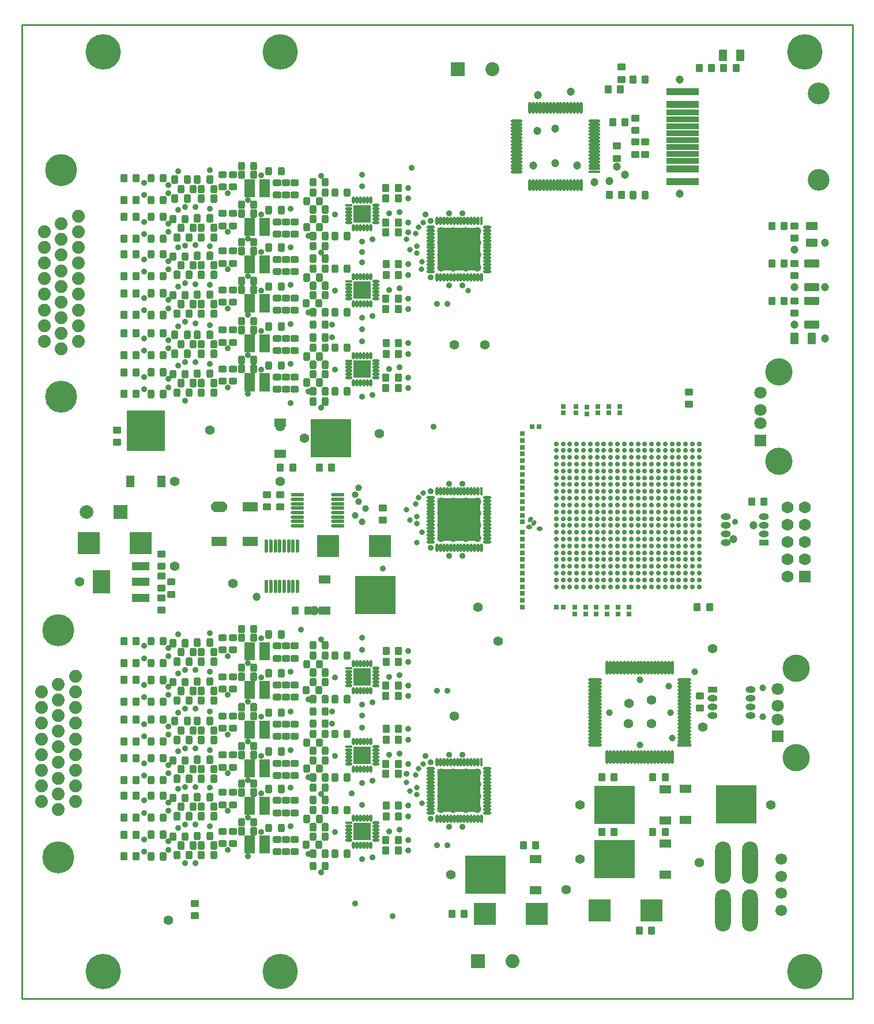
<source format=gts>
%FSAX43Y43*%
%MOMM*%
G71*
G01*
G75*
G04 Layer_Color=8388736*
%ADD10C,0.200*%
%ADD11C,0.175*%
%ADD12O,1.270X0.762*%
%ADD13R,1.270X0.762*%
%ADD14O,0.700X0.400*%
G04:AMPARAMS|DCode=15|XSize=0.4mm|YSize=0.7mm|CornerRadius=0mm|HoleSize=0mm|Usage=FLASHONLY|Rotation=135.000|XOffset=0mm|YOffset=0mm|HoleType=Round|Shape=Round|*
%AMOVALD15*
21,1,0.300,0.400,0.000,0.000,225.0*
1,1,0.400,0.106,0.106*
1,1,0.400,-0.106,-0.106*
%
%ADD15OVALD15*%

%ADD16R,0.500X0.600*%
G04:AMPARAMS|DCode=17|XSize=0.8mm|YSize=1mm|CornerRadius=0.08mm|HoleSize=0mm|Usage=FLASHONLY|Rotation=90.000|XOffset=0mm|YOffset=0mm|HoleType=Round|Shape=RoundedRectangle|*
%AMROUNDEDRECTD17*
21,1,0.800,0.840,0,0,90.0*
21,1,0.640,1.000,0,0,90.0*
1,1,0.160,0.420,0.320*
1,1,0.160,0.420,-0.320*
1,1,0.160,-0.420,-0.320*
1,1,0.160,-0.420,0.320*
%
%ADD17ROUNDEDRECTD17*%
G04:AMPARAMS|DCode=18|XSize=0.8mm|YSize=1mm|CornerRadius=0.08mm|HoleSize=0mm|Usage=FLASHONLY|Rotation=0.000|XOffset=0mm|YOffset=0mm|HoleType=Round|Shape=RoundedRectangle|*
%AMROUNDEDRECTD18*
21,1,0.800,0.840,0,0,0.0*
21,1,0.640,1.000,0,0,0.0*
1,1,0.160,0.320,-0.420*
1,1,0.160,-0.320,-0.420*
1,1,0.160,-0.320,0.420*
1,1,0.160,0.320,0.420*
%
%ADD18ROUNDEDRECTD18*%
%ADD19O,2.100X6.000*%
%ADD20O,2.100X6.000*%
G04:AMPARAMS|DCode=21|XSize=1mm|YSize=2mm|CornerRadius=0.1mm|HoleSize=0mm|Usage=FLASHONLY|Rotation=90.000|XOffset=0mm|YOffset=0mm|HoleType=Round|Shape=RoundedRectangle|*
%AMROUNDEDRECTD21*
21,1,1.000,1.800,0,0,90.0*
21,1,0.800,2.000,0,0,90.0*
1,1,0.200,0.900,0.400*
1,1,0.200,0.900,-0.400*
1,1,0.200,-0.900,-0.400*
1,1,0.200,-0.900,0.400*
%
%ADD21ROUNDEDRECTD21*%
G04:AMPARAMS|DCode=22|XSize=1mm|YSize=1.5mm|CornerRadius=0.1mm|HoleSize=0mm|Usage=FLASHONLY|Rotation=0.000|XOffset=0mm|YOffset=0mm|HoleType=Round|Shape=RoundedRectangle|*
%AMROUNDEDRECTD22*
21,1,1.000,1.300,0,0,0.0*
21,1,0.800,1.500,0,0,0.0*
1,1,0.200,0.400,-0.650*
1,1,0.200,-0.400,-0.650*
1,1,0.200,-0.400,0.650*
1,1,0.200,0.400,0.650*
%
%ADD22ROUNDEDRECTD22*%
G04:AMPARAMS|DCode=23|XSize=1mm|YSize=1.5mm|CornerRadius=0.1mm|HoleSize=0mm|Usage=FLASHONLY|Rotation=90.000|XOffset=0mm|YOffset=0mm|HoleType=Round|Shape=RoundedRectangle|*
%AMROUNDEDRECTD23*
21,1,1.000,1.300,0,0,90.0*
21,1,0.800,1.500,0,0,90.0*
1,1,0.200,0.650,0.400*
1,1,0.200,0.650,-0.400*
1,1,0.200,-0.650,-0.400*
1,1,0.200,-0.650,0.400*
%
%ADD23ROUNDEDRECTD23*%
%ADD24O,1.000X0.250*%
%ADD25O,0.250X1.000*%
%ADD26R,0.250X1.000*%
%ADD27R,1.600X1.000*%
%ADD28R,5.700X5.500*%
%ADD29R,1.000X1.600*%
%ADD30R,5.500X5.700*%
%ADD31O,0.300X1.800*%
%ADD32O,1.800X0.300*%
%ADD33R,1.800X0.300*%
%ADD34R,1.400X0.450*%
%ADD35R,1.400X0.450*%
%ADD36R,1.400X0.450*%
%ADD37R,2.400X1.000*%
%ADD38R,2.400X3.300*%
%ADD39R,0.381X1.778*%
%ADD40O,0.381X1.778*%
%ADD41R,2.108X1.270*%
G04:AMPARAMS|DCode=42|XSize=2.108mm|YSize=1.27mm|CornerRadius=0mm|HoleSize=0mm|Usage=FLASHONLY|Rotation=0.000|XOffset=0mm|YOffset=0mm|HoleType=Round|Shape=Octagon|*
%AMOCTAGOND42*
4,1,8,1.054,-0.318,1.054,0.318,0.737,0.635,-0.737,0.635,-1.054,0.318,-1.054,-0.318,-0.737,-0.635,0.737,-0.635,1.054,-0.318,0.0*
%
%ADD42OCTAGOND42*%

%ADD43R,1.778X0.381*%
%ADD44O,1.778X0.381*%
%ADD45C,0.500*%
%ADD46O,0.250X0.900*%
%ADD47O,0.900X0.250*%
%ADD48R,0.900X0.250*%
%ADD49R,2.340X2.340*%
%ADD50O,1.016X0.305*%
%ADD51O,0.305X0.813*%
%ADD52O,0.305X1.016*%
%ADD53O,0.813X0.305*%
%ADD54R,0.600X0.500*%
%ADD55R,4.600X0.810*%
%ADD56R,4.600X0.610*%
%ADD57R,3.048X3.048*%
%ADD58O,0.250X1.600*%
%ADD59O,1.600X0.250*%
%ADD60R,1.600X0.250*%
%ADD61C,0.600*%
%ADD62C,0.800*%
%ADD63C,0.400*%
%ADD64C,0.150*%
%ADD65C,0.254*%
%ADD66C,0.508*%
%ADD67C,0.500*%
%ADD68R,6.100X6.100*%
%ADD69C,1.850*%
%ADD70R,1.850X1.850*%
%ADD71C,1.800*%
%ADD72C,3.800*%
%ADD73R,1.600X1.600*%
%ADD74C,1.600*%
%ADD75C,1.575*%
%ADD76R,1.575X1.575*%
%ADD77C,3.000*%
%ADD78C,1.500*%
%ADD79C,1.690*%
%ADD80C,4.500*%
%ADD81C,0.300*%
%ADD82C,0.600*%
%ADD83C,0.800*%
%ADD84C,1.000*%
%ADD85C,1.200*%
%ADD86C,0.700*%
%ADD87C,5.000*%
%ADD88C,1.016*%
G04:AMPARAMS|DCode=89|XSize=2.2mm|YSize=2.2mm|CornerRadius=0mm|HoleSize=0mm|Usage=FLASHONLY|Rotation=0.000|XOffset=0mm|YOffset=0mm|HoleType=Round|Shape=Relief|Width=0.175mm|Gap=0.3mm|Entries=4|*
%AMTHD89*
7,0,0,2.200,1.600,0.175,45*
%
%ADD89THD89*%
%ADD90C,2.700*%
%ADD91C,1.320*%
%ADD92C,1.416*%
%ADD93C,3.400*%
%ADD94C,1.400*%
G04:AMPARAMS|DCode=95|XSize=2.29mm|YSize=2.29mm|CornerRadius=0mm|HoleSize=0mm|Usage=FLASHONLY|Rotation=0.000|XOffset=0mm|YOffset=0mm|HoleType=Round|Shape=Relief|Width=0.175mm|Gap=0.3mm|Entries=4|*
%AMTHD95*
7,0,0,2.290,1.690,0.175,45*
%
%ADD95THD95*%
%ADD96C,1.490*%
G04:AMPARAMS|DCode=97|XSize=4.4mm|YSize=4.4mm|CornerRadius=0mm|HoleSize=0mm|Usage=FLASHONLY|Rotation=0.000|XOffset=0mm|YOffset=0mm|HoleType=Round|Shape=Relief|Width=0.175mm|Gap=0.3mm|Entries=4|*
%AMTHD97*
7,0,0,4.400,3.800,0.175,45*
%
%ADD97THD97*%
G04:AMPARAMS|DCode=98|XSize=4.44mm|YSize=4.44mm|CornerRadius=0mm|HoleSize=0mm|Usage=FLASHONLY|Rotation=0.000|XOffset=0mm|YOffset=0mm|HoleType=Round|Shape=Relief|Width=0.175mm|Gap=0.3mm|Entries=4|*
%AMTHD98*
7,0,0,4.440,3.840,0.175,45*
%
%ADD98THD98*%
%ADD99C,0.520*%
%ADD100C,0.700*%
%ADD101C,0.800*%
%ADD102C,0.900*%
%ADD103C,1.100*%
%ADD104C,1.000*%
G04:AMPARAMS|DCode=105|XSize=1.6mm|YSize=1.6mm|CornerRadius=0mm|HoleSize=0mm|Usage=FLASHONLY|Rotation=0.000|XOffset=0mm|YOffset=0mm|HoleType=Round|Shape=Relief|Width=0.175mm|Gap=0.3mm|Entries=4|*
%AMTHD105*
7,0,0,1.600,1.000,0.175,45*
%
%ADD105THD105*%
%ADD106C,0.300*%
%ADD107C,0.120*%
G04:AMPARAMS|DCode=108|XSize=2.3mm|YSize=2.3mm|CornerRadius=0mm|HoleSize=0mm|Usage=FLASHONLY|Rotation=0.000|XOffset=0mm|YOffset=0mm|HoleType=Round|Shape=Relief|Width=0.175mm|Gap=0.3mm|Entries=4|*
%AMTHD108*
7,0,0,2.300,1.700,0.175,45*
%
%ADD108THD108*%
G04:AMPARAMS|DCode=109|XSize=3.5mm|YSize=3.5mm|CornerRadius=0mm|HoleSize=0mm|Usage=FLASHONLY|Rotation=0.000|XOffset=0mm|YOffset=0mm|HoleType=Round|Shape=Relief|Width=0.175mm|Gap=0.3mm|Entries=4|*
%AMTHD109*
7,0,0,3.500,2.900,0.175,45*
%
%ADD109THD109*%
G04:AMPARAMS|DCode=110|XSize=2.12mm|YSize=2.12mm|CornerRadius=0mm|HoleSize=0mm|Usage=FLASHONLY|Rotation=0.000|XOffset=0mm|YOffset=0mm|HoleType=Round|Shape=Relief|Width=0.175mm|Gap=0.3mm|Entries=4|*
%AMTHD110*
7,0,0,2.120,1.520,0.175,45*
%
%ADD110THD110*%
G04:AMPARAMS|DCode=111|XSize=2.216mm|YSize=2.216mm|CornerRadius=0mm|HoleSize=0mm|Usage=FLASHONLY|Rotation=0.000|XOffset=0mm|YOffset=0mm|HoleType=Round|Shape=Relief|Width=0.175mm|Gap=0.3mm|Entries=4|*
%AMTHD111*
7,0,0,2.216,1.616,0.175,45*
%
%ADD111THD111*%
%ADD112C,3.600*%
%ADD113C,3.640*%
G04:AMPARAMS|DCode=114|XSize=1.32mm|YSize=1.32mm|CornerRadius=0mm|HoleSize=0mm|Usage=FLASHONLY|Rotation=0.000|XOffset=0mm|YOffset=0mm|HoleType=Round|Shape=Relief|Width=0.175mm|Gap=0.3mm|Entries=4|*
%AMTHD114*
7,0,0,1.320,0.720,0.175,45*
%
%ADD114THD114*%
G04:AMPARAMS|DCode=115|XSize=1.7mm|YSize=1.7mm|CornerRadius=0mm|HoleSize=0mm|Usage=FLASHONLY|Rotation=0.000|XOffset=0mm|YOffset=0mm|HoleType=Round|Shape=Relief|Width=0.175mm|Gap=0.3mm|Entries=4|*
%AMTHD115*
7,0,0,1.700,1.100,0.175,45*
%
%ADD115THD115*%
G04:AMPARAMS|DCode=116|XSize=1.9mm|YSize=1.9mm|CornerRadius=0mm|HoleSize=0mm|Usage=FLASHONLY|Rotation=0.000|XOffset=0mm|YOffset=0mm|HoleType=Round|Shape=Relief|Width=0.175mm|Gap=0.3mm|Entries=4|*
%AMTHD116*
7,0,0,1.900,1.300,0.175,45*
%
%ADD116THD116*%
%ADD117R,0.550X1.450*%
%ADD118R,0.550X1.450*%
G04:AMPARAMS|DCode=119|XSize=0.5mm|YSize=0.6mm|CornerRadius=0mm|HoleSize=0mm|Usage=FLASHONLY|Rotation=225.000|XOffset=0mm|YOffset=0mm|HoleType=Round|Shape=Rectangle|*
%AMROTATEDRECTD119*
4,1,4,-0.035,0.389,0.389,-0.035,0.035,-0.389,-0.389,0.035,-0.035,0.389,0.0*
%
%ADD119ROTATEDRECTD119*%

G04:AMPARAMS|DCode=120|XSize=0.5mm|YSize=0.6mm|CornerRadius=0mm|HoleSize=0mm|Usage=FLASHONLY|Rotation=135.000|XOffset=0mm|YOffset=0mm|HoleType=Round|Shape=Rectangle|*
%AMROTATEDRECTD120*
4,1,4,0.389,0.035,-0.035,-0.389,-0.389,-0.035,0.035,0.389,0.389,0.035,0.0*
%
%ADD120ROTATEDRECTD120*%

%ADD121O,1.016X0.508*%
%ADD122O,0.508X1.524*%
%ADD123R,3.048X3.048*%
%ADD124R,1.450X0.550*%
%ADD125R,1.450X0.550*%
%ADD126C,0.350*%
%ADD127O,0.508X1.016*%
%ADD128O,1.524X0.508*%
%ADD129R,6.300X6.300*%
%ADD130O,1.470X0.962*%
%ADD131R,1.470X0.962*%
%ADD132O,0.900X0.600*%
G04:AMPARAMS|DCode=133|XSize=0.6mm|YSize=0.9mm|CornerRadius=0mm|HoleSize=0mm|Usage=FLASHONLY|Rotation=135.000|XOffset=0mm|YOffset=0mm|HoleType=Round|Shape=Round|*
%AMOVALD133*
21,1,0.300,0.600,0.000,0.000,225.0*
1,1,0.600,0.106,0.106*
1,1,0.600,-0.106,-0.106*
%
%ADD133OVALD133*%

%ADD134R,0.700X0.800*%
G04:AMPARAMS|DCode=135|XSize=1mm|YSize=1.2mm|CornerRadius=0.18mm|HoleSize=0mm|Usage=FLASHONLY|Rotation=90.000|XOffset=0mm|YOffset=0mm|HoleType=Round|Shape=RoundedRectangle|*
%AMROUNDEDRECTD135*
21,1,1.000,0.840,0,0,90.0*
21,1,0.640,1.200,0,0,90.0*
1,1,0.360,0.420,0.320*
1,1,0.360,0.420,-0.320*
1,1,0.360,-0.420,-0.320*
1,1,0.360,-0.420,0.320*
%
%ADD135ROUNDEDRECTD135*%
G04:AMPARAMS|DCode=136|XSize=1mm|YSize=1.2mm|CornerRadius=0.18mm|HoleSize=0mm|Usage=FLASHONLY|Rotation=0.000|XOffset=0mm|YOffset=0mm|HoleType=Round|Shape=RoundedRectangle|*
%AMROUNDEDRECTD136*
21,1,1.000,0.840,0,0,0.0*
21,1,0.640,1.200,0,0,0.0*
1,1,0.360,0.320,-0.420*
1,1,0.360,-0.320,-0.420*
1,1,0.360,-0.320,0.420*
1,1,0.360,0.320,0.420*
%
%ADD136ROUNDEDRECTD136*%
%ADD137O,2.300X6.200*%
%ADD138O,2.300X6.200*%
G04:AMPARAMS|DCode=139|XSize=1.2mm|YSize=2.2mm|CornerRadius=0.2mm|HoleSize=0mm|Usage=FLASHONLY|Rotation=90.000|XOffset=0mm|YOffset=0mm|HoleType=Round|Shape=RoundedRectangle|*
%AMROUNDEDRECTD139*
21,1,1.200,1.800,0,0,90.0*
21,1,0.800,2.200,0,0,90.0*
1,1,0.400,0.900,0.400*
1,1,0.400,0.900,-0.400*
1,1,0.400,-0.900,-0.400*
1,1,0.400,-0.900,0.400*
%
%ADD139ROUNDEDRECTD139*%
G04:AMPARAMS|DCode=140|XSize=1.2mm|YSize=1.7mm|CornerRadius=0.2mm|HoleSize=0mm|Usage=FLASHONLY|Rotation=0.000|XOffset=0mm|YOffset=0mm|HoleType=Round|Shape=RoundedRectangle|*
%AMROUNDEDRECTD140*
21,1,1.200,1.300,0,0,0.0*
21,1,0.800,1.700,0,0,0.0*
1,1,0.400,0.400,-0.650*
1,1,0.400,-0.400,-0.650*
1,1,0.400,-0.400,0.650*
1,1,0.400,0.400,0.650*
%
%ADD140ROUNDEDRECTD140*%
G04:AMPARAMS|DCode=141|XSize=1.2mm|YSize=1.7mm|CornerRadius=0.2mm|HoleSize=0mm|Usage=FLASHONLY|Rotation=90.000|XOffset=0mm|YOffset=0mm|HoleType=Round|Shape=RoundedRectangle|*
%AMROUNDEDRECTD141*
21,1,1.200,1.300,0,0,90.0*
21,1,0.800,1.700,0,0,90.0*
1,1,0.400,0.650,0.400*
1,1,0.400,0.650,-0.400*
1,1,0.400,-0.650,-0.400*
1,1,0.400,-0.650,0.400*
%
%ADD141ROUNDEDRECTD141*%
%ADD142O,1.200X0.450*%
%ADD143O,0.450X1.200*%
%ADD144R,0.450X1.200*%
%ADD145R,1.800X1.200*%
%ADD146R,5.900X5.700*%
%ADD147R,1.200X1.800*%
%ADD148R,5.700X5.900*%
%ADD149O,0.500X2.000*%
%ADD150O,2.000X0.500*%
%ADD151R,2.000X0.500*%
%ADD152R,1.600X0.650*%
%ADD153R,1.600X0.650*%
%ADD154R,1.600X0.650*%
%ADD155R,2.600X1.200*%
%ADD156R,2.600X3.500*%
%ADD157R,0.581X1.978*%
%ADD158O,0.581X1.978*%
%ADD159R,2.308X1.470*%
G04:AMPARAMS|DCode=160|XSize=2.308mm|YSize=1.47mm|CornerRadius=0mm|HoleSize=0mm|Usage=FLASHONLY|Rotation=0.000|XOffset=0mm|YOffset=0mm|HoleType=Round|Shape=Octagon|*
%AMOCTAGOND160*
4,1,8,1.154,-0.367,1.154,0.367,0.787,0.735,-0.787,0.735,-1.154,0.367,-1.154,-0.367,-0.787,-0.735,0.787,-0.735,1.154,-0.367,0.0*
%
%ADD160OCTAGOND160*%

%ADD161R,1.978X0.581*%
%ADD162O,1.978X0.581*%
%ADD163O,0.450X1.100*%
%ADD164O,1.100X0.450*%
%ADD165R,1.100X0.450*%
%ADD166R,2.540X2.540*%
%ADD167O,1.216X0.505*%
%ADD168O,0.505X1.013*%
%ADD169O,0.505X1.216*%
%ADD170O,1.013X0.505*%
%ADD171R,0.800X0.700*%
%ADD172R,4.800X1.010*%
%ADD173R,4.800X0.810*%
%ADD174R,3.248X3.248*%
%ADD175O,0.450X1.800*%
%ADD176O,1.800X0.450*%
%ADD177R,1.800X0.450*%
%ADD178C,2.050*%
%ADD179R,2.050X2.050*%
%ADD180C,2.000*%
%ADD181C,4.000*%
%ADD182R,1.800X1.800*%
%ADD183C,1.775*%
%ADD184R,1.775X1.775*%
%ADD185C,3.200*%
%ADD186C,1.700*%
%ADD187C,1.890*%
%ADD188C,4.700*%
%ADD189C,0.900*%
%ADD190C,5.200*%
G54D65*
X0174000Y0052000D02*
X0174000Y0195000D01*
X0052000Y0052000D02*
X0174000Y0052000D01*
X0052000Y0195000D02*
X0174000Y0195000D01*
X0052000Y0052000D02*
X0052000Y0195000D01*
G54D71*
X0163000Y0093000D02*
D03*
X0163000Y0097500D02*
D03*
X0163000Y0095000D02*
D03*
X0160500Y0136500D02*
D03*
X0160500Y0141000D02*
D03*
X0160500Y0138500D02*
D03*
G54D84*
X0146995Y0097936D02*
D03*
X0150800Y0100000D02*
D03*
X0147300Y0094000D02*
D03*
X0142800Y0098800D02*
D03*
X0138300Y0094000D02*
D03*
X0142800Y0089300D02*
D03*
X0101500Y0127000D02*
D03*
X0101000Y0126000D02*
D03*
X0101500Y0125000D02*
D03*
X0102500Y0124000D02*
D03*
X0101000Y0123000D02*
D03*
X0102000Y0122000D02*
D03*
X0147516Y0090300D02*
D03*
X0160800Y0093384D02*
D03*
X0160800Y0097616D02*
D03*
G54D85*
X0140600Y0173000D02*
D03*
X0159508Y0121492D02*
D03*
X0136100Y0171900D02*
D03*
X0133600Y0174400D02*
D03*
X0127100Y0174400D02*
D03*
X0148600Y0170200D02*
D03*
X0138300Y0172100D02*
D03*
X0127700Y0179400D02*
D03*
X0130385Y0174670D02*
D03*
X0130385Y0179750D02*
D03*
X0127845Y0184705D02*
D03*
X0118900Y0125000D02*
D03*
X0118900Y0119700D02*
D03*
X0118900Y0123300D02*
D03*
X0118900Y0121500D02*
D03*
X0115400Y0125000D02*
D03*
X0113600Y0125000D02*
D03*
X0115400Y0123300D02*
D03*
X0117200Y0123300D02*
D03*
X0113600Y0123300D02*
D03*
X0115400Y0121500D02*
D03*
X0117200Y0121500D02*
D03*
X0113600Y0121500D02*
D03*
X0113600Y0119700D02*
D03*
X0118900Y0085200D02*
D03*
X0118900Y0079900D02*
D03*
X0118900Y0083500D02*
D03*
X0118900Y0081700D02*
D03*
X0115400Y0085200D02*
D03*
X0117200Y0085200D02*
D03*
X0113600Y0085200D02*
D03*
X0115400Y0083500D02*
D03*
X0117200Y0083500D02*
D03*
X0113600Y0083500D02*
D03*
X0115400Y0081700D02*
D03*
X0117200Y0081700D02*
D03*
X0113600Y0081700D02*
D03*
X0115400Y0079900D02*
D03*
X0117200Y0079900D02*
D03*
X0113600Y0079900D02*
D03*
X0113600Y0159400D02*
D03*
X0117200Y0159400D02*
D03*
X0115400Y0159400D02*
D03*
X0113600Y0161200D02*
D03*
X0117200Y0161200D02*
D03*
X0115400Y0161200D02*
D03*
X0113600Y0163000D02*
D03*
X0117200Y0163000D02*
D03*
X0115400Y0163000D02*
D03*
X0113600Y0164700D02*
D03*
X0117200Y0164700D02*
D03*
X0115400Y0164700D02*
D03*
X0118900Y0161200D02*
D03*
X0118900Y0163000D02*
D03*
X0118900Y0159400D02*
D03*
X0118900Y0164700D02*
D03*
X0132600Y0185200D02*
D03*
X0148600Y0187000D02*
D03*
X0086500Y0111000D02*
D03*
X0139400Y0174200D02*
D03*
X0170000Y0163000D02*
D03*
X0170000Y0156500D02*
D03*
X0170000Y0149000D02*
D03*
X0165500Y0151000D02*
D03*
X0165500Y0156500D02*
D03*
X0165500Y0162000D02*
D03*
X0117200Y0119700D02*
D03*
X0117200Y0125000D02*
D03*
X0115400Y0119700D02*
D03*
X0156500Y0119500D02*
D03*
G54D94*
X0132000Y0068000D02*
D03*
X0151500Y0072000D02*
D03*
X0060500Y0113200D02*
D03*
X0074500Y0115500D02*
D03*
X0134000Y0080500D02*
D03*
X0134000Y0072500D02*
D03*
X0162000Y0080500D02*
D03*
X0115015Y0070215D02*
D03*
X0073500Y0063500D02*
D03*
X0079600Y0135500D02*
D03*
X0090000Y0128000D02*
D03*
X0074500Y0128000D02*
D03*
X0093500Y0134300D02*
D03*
X0095000Y0109000D02*
D03*
X0104500Y0135000D02*
D03*
X0083000Y0113000D02*
D03*
X0090000Y0136000D02*
D03*
X0115500Y0148000D02*
D03*
X0120000Y0148000D02*
D03*
X0115500Y0093500D02*
D03*
X0119000Y0109500D02*
D03*
X0152000Y0091900D02*
D03*
X0153500Y0103400D02*
D03*
X0141200Y0095400D02*
D03*
X0141100Y0092400D02*
D03*
X0144500Y0092400D02*
D03*
X0144500Y0095900D02*
D03*
X0122000Y0104500D02*
D03*
G54D100*
X0130500Y0133500D02*
D03*
X0131500Y0133500D02*
D03*
X0132500Y0133500D02*
D03*
X0133500Y0133500D02*
D03*
X0134500Y0133500D02*
D03*
X0135500Y0133500D02*
D03*
X0136500Y0133500D02*
D03*
X0137500Y0133500D02*
D03*
X0138500Y0133500D02*
D03*
X0139500Y0133500D02*
D03*
X0140500Y0133500D02*
D03*
X0141500Y0133500D02*
D03*
X0142500Y0133500D02*
D03*
X0143500Y0133500D02*
D03*
X0144500Y0133500D02*
D03*
X0145500Y0133500D02*
D03*
X0146500Y0133500D02*
D03*
X0147500Y0133500D02*
D03*
X0148500Y0133500D02*
D03*
X0149500Y0133500D02*
D03*
X0150500Y0133500D02*
D03*
X0151500Y0133500D02*
D03*
X0130500Y0132500D02*
D03*
X0131500Y0132500D02*
D03*
X0132500Y0132500D02*
D03*
X0133500Y0132500D02*
D03*
X0134500Y0132500D02*
D03*
X0135500Y0132500D02*
D03*
X0136500Y0132500D02*
D03*
X0137500Y0132500D02*
D03*
X0138500Y0132500D02*
D03*
X0139500Y0132500D02*
D03*
X0140500Y0132500D02*
D03*
X0141500Y0132500D02*
D03*
X0142500Y0132500D02*
D03*
X0143500Y0132500D02*
D03*
X0144500Y0132500D02*
D03*
X0145500Y0132500D02*
D03*
X0146500Y0132500D02*
D03*
X0147500Y0132500D02*
D03*
X0148500Y0132500D02*
D03*
X0149500Y0132500D02*
D03*
X0150500Y0132500D02*
D03*
X0151500Y0132500D02*
D03*
X0130500Y0131500D02*
D03*
X0131500Y0131500D02*
D03*
X0132500Y0131500D02*
D03*
X0133500Y0131500D02*
D03*
X0134500Y0131500D02*
D03*
X0135500Y0131500D02*
D03*
X0136500Y0131500D02*
D03*
X0137500Y0131500D02*
D03*
X0138500Y0131500D02*
D03*
X0139500Y0131500D02*
D03*
X0140500Y0131500D02*
D03*
X0141500Y0131500D02*
D03*
X0142500Y0131500D02*
D03*
X0143500Y0131500D02*
D03*
X0144500Y0131500D02*
D03*
X0145500Y0131500D02*
D03*
X0146500Y0131500D02*
D03*
X0147500Y0131500D02*
D03*
X0148500Y0131500D02*
D03*
X0149500Y0131500D02*
D03*
X0150500Y0131500D02*
D03*
X0151500Y0131500D02*
D03*
X0130500Y0130500D02*
D03*
X0131500Y0130500D02*
D03*
X0132500Y0130500D02*
D03*
X0133500Y0130500D02*
D03*
X0134500Y0130500D02*
D03*
X0135500Y0130500D02*
D03*
X0136500Y0130500D02*
D03*
X0137500Y0130500D02*
D03*
X0138500Y0130500D02*
D03*
X0139500Y0130500D02*
D03*
X0140500Y0130500D02*
D03*
X0141500Y0130500D02*
D03*
X0142500Y0130500D02*
D03*
X0143500Y0130500D02*
D03*
X0144500Y0130500D02*
D03*
X0145500Y0130500D02*
D03*
X0146500Y0130500D02*
D03*
X0147500Y0130500D02*
D03*
X0148500Y0130500D02*
D03*
X0149500Y0130500D02*
D03*
X0150500Y0130500D02*
D03*
X0151500Y0130500D02*
D03*
X0130500Y0129500D02*
D03*
X0131500Y0129500D02*
D03*
X0132500Y0129500D02*
D03*
X0133500Y0129500D02*
D03*
X0134500Y0129500D02*
D03*
X0135500Y0129500D02*
D03*
X0136500Y0129500D02*
D03*
X0137500Y0129500D02*
D03*
X0138500Y0129500D02*
D03*
X0139500Y0129500D02*
D03*
X0140500Y0129500D02*
D03*
X0141500Y0129500D02*
D03*
X0142500Y0129500D02*
D03*
X0143500Y0129500D02*
D03*
X0144500Y0129500D02*
D03*
X0145500Y0129500D02*
D03*
X0146500Y0129500D02*
D03*
X0147500Y0129500D02*
D03*
X0148500Y0129500D02*
D03*
X0149500Y0129500D02*
D03*
X0150500Y0129500D02*
D03*
X0151500Y0129500D02*
D03*
X0130500Y0128500D02*
D03*
X0131500Y0128500D02*
D03*
X0132500Y0128500D02*
D03*
X0133500Y0128500D02*
D03*
X0134500Y0128500D02*
D03*
X0135500Y0128500D02*
D03*
X0136500Y0128500D02*
D03*
X0137500Y0128500D02*
D03*
X0138500Y0128500D02*
D03*
X0139500Y0128500D02*
D03*
X0140500Y0128500D02*
D03*
X0141500Y0128500D02*
D03*
X0142500Y0128500D02*
D03*
X0143500Y0128500D02*
D03*
X0144500Y0128500D02*
D03*
X0145500Y0128500D02*
D03*
X0146500Y0128500D02*
D03*
X0147500Y0128500D02*
D03*
X0148500Y0128500D02*
D03*
X0149500Y0128500D02*
D03*
X0150500Y0128500D02*
D03*
X0151500Y0128500D02*
D03*
X0130500Y0127500D02*
D03*
X0131500Y0127500D02*
D03*
X0132500Y0127500D02*
D03*
X0133500Y0127500D02*
D03*
X0134500Y0127500D02*
D03*
X0135500Y0127500D02*
D03*
X0136500Y0127500D02*
D03*
X0137500Y0127500D02*
D03*
X0138500Y0127500D02*
D03*
X0139500Y0127500D02*
D03*
X0140500Y0127500D02*
D03*
X0141500Y0127500D02*
D03*
X0142500Y0127500D02*
D03*
X0143500Y0127500D02*
D03*
X0144500Y0127500D02*
D03*
X0145500Y0127500D02*
D03*
X0146500Y0127500D02*
D03*
X0147500Y0127500D02*
D03*
X0148500Y0127500D02*
D03*
X0149500Y0127500D02*
D03*
X0150500Y0127500D02*
D03*
X0151500Y0127500D02*
D03*
X0130500Y0126500D02*
D03*
X0131500Y0126500D02*
D03*
X0132500Y0126500D02*
D03*
X0133500Y0126500D02*
D03*
X0134500Y0126500D02*
D03*
X0135500Y0126500D02*
D03*
X0136500Y0126500D02*
D03*
X0137500Y0126500D02*
D03*
X0138500Y0126500D02*
D03*
X0139500Y0126500D02*
D03*
X0140500Y0126500D02*
D03*
X0141500Y0126500D02*
D03*
X0142500Y0126500D02*
D03*
X0143500Y0126500D02*
D03*
X0144500Y0126500D02*
D03*
X0145500Y0126500D02*
D03*
X0146500Y0126500D02*
D03*
X0147500Y0126500D02*
D03*
X0148500Y0126500D02*
D03*
X0149500Y0126500D02*
D03*
X0150500Y0126500D02*
D03*
X0151500Y0126500D02*
D03*
X0130500Y0125500D02*
D03*
X0131500Y0125500D02*
D03*
X0132500Y0125500D02*
D03*
X0133500Y0125500D02*
D03*
X0134500Y0125500D02*
D03*
X0135500Y0125500D02*
D03*
X0136500Y0125500D02*
D03*
X0137500Y0125500D02*
D03*
X0138500Y0125500D02*
D03*
X0139500Y0125500D02*
D03*
X0140500Y0125500D02*
D03*
X0141500Y0125500D02*
D03*
X0142500Y0125500D02*
D03*
X0143500Y0125500D02*
D03*
X0144500Y0125500D02*
D03*
X0145500Y0125500D02*
D03*
X0146500Y0125500D02*
D03*
X0147500Y0125500D02*
D03*
X0148500Y0125500D02*
D03*
X0149500Y0125500D02*
D03*
X0150500Y0125500D02*
D03*
X0151500Y0125500D02*
D03*
X0130500Y0124500D02*
D03*
X0131500Y0124500D02*
D03*
X0132500Y0124500D02*
D03*
X0133500Y0124500D02*
D03*
X0134500Y0124500D02*
D03*
X0135500Y0124500D02*
D03*
X0136500Y0124500D02*
D03*
X0137500Y0124500D02*
D03*
X0138500Y0124500D02*
D03*
X0139500Y0124500D02*
D03*
X0140500Y0124500D02*
D03*
X0141500Y0124500D02*
D03*
X0142500Y0124500D02*
D03*
X0143500Y0124500D02*
D03*
X0144500Y0124500D02*
D03*
X0145500Y0124500D02*
D03*
X0146500Y0124500D02*
D03*
X0147500Y0124500D02*
D03*
X0148500Y0124500D02*
D03*
X0149500Y0124500D02*
D03*
X0150500Y0124500D02*
D03*
X0151500Y0124500D02*
D03*
X0130500Y0123500D02*
D03*
X0131500Y0123500D02*
D03*
X0132500Y0123500D02*
D03*
X0133500Y0123500D02*
D03*
X0134500Y0123500D02*
D03*
X0135500Y0123500D02*
D03*
X0136500Y0123500D02*
D03*
X0137500Y0123500D02*
D03*
X0138500Y0123500D02*
D03*
X0139500Y0123500D02*
D03*
X0140500Y0123500D02*
D03*
X0141500Y0123500D02*
D03*
X0142500Y0123500D02*
D03*
X0143500Y0123500D02*
D03*
X0144500Y0123500D02*
D03*
X0145500Y0123500D02*
D03*
X0146500Y0123500D02*
D03*
X0147500Y0123500D02*
D03*
X0148500Y0123500D02*
D03*
X0149500Y0123500D02*
D03*
X0150500Y0123500D02*
D03*
X0151500Y0123500D02*
D03*
X0130500Y0122500D02*
D03*
X0131500Y0122500D02*
D03*
X0132500Y0122500D02*
D03*
X0133500Y0122500D02*
D03*
X0134500Y0122500D02*
D03*
X0135500Y0122500D02*
D03*
X0136500Y0122500D02*
D03*
X0137500Y0122500D02*
D03*
X0138500Y0122500D02*
D03*
X0139500Y0122500D02*
D03*
X0140500Y0122500D02*
D03*
X0141500Y0122500D02*
D03*
X0142500Y0122500D02*
D03*
X0143500Y0122500D02*
D03*
X0144500Y0122500D02*
D03*
X0145500Y0122500D02*
D03*
X0146500Y0122500D02*
D03*
X0147500Y0122500D02*
D03*
X0148500Y0122500D02*
D03*
X0149500Y0122500D02*
D03*
X0150500Y0122500D02*
D03*
X0151500Y0122500D02*
D03*
X0130500Y0121500D02*
D03*
X0131500Y0121500D02*
D03*
X0132500Y0121500D02*
D03*
X0133500Y0121500D02*
D03*
X0134500Y0121500D02*
D03*
X0135500Y0121500D02*
D03*
X0136500Y0121500D02*
D03*
X0137500Y0121500D02*
D03*
X0138500Y0121500D02*
D03*
X0139500Y0121500D02*
D03*
X0140500Y0121500D02*
D03*
X0141500Y0121500D02*
D03*
X0142500Y0121500D02*
D03*
X0143500Y0121500D02*
D03*
X0144500Y0121500D02*
D03*
X0145500Y0121500D02*
D03*
X0146500Y0121500D02*
D03*
X0147500Y0121500D02*
D03*
X0148500Y0121500D02*
D03*
X0149500Y0121500D02*
D03*
X0150500Y0121500D02*
D03*
X0151500Y0121500D02*
D03*
X0130500Y0120500D02*
D03*
X0131500Y0120500D02*
D03*
X0132500Y0120500D02*
D03*
X0133500Y0120500D02*
D03*
X0134500Y0120500D02*
D03*
X0135500Y0120500D02*
D03*
X0136500Y0120500D02*
D03*
X0137500Y0120500D02*
D03*
X0138500Y0120500D02*
D03*
X0139500Y0120500D02*
D03*
X0140500Y0120500D02*
D03*
X0141500Y0120500D02*
D03*
X0142500Y0120500D02*
D03*
X0143500Y0120500D02*
D03*
X0144500Y0120500D02*
D03*
X0145500Y0120500D02*
D03*
X0146500Y0120500D02*
D03*
X0147500Y0120500D02*
D03*
X0148500Y0120500D02*
D03*
X0149500Y0120500D02*
D03*
X0150500Y0120500D02*
D03*
X0151500Y0120500D02*
D03*
X0130500Y0119500D02*
D03*
X0131500Y0119500D02*
D03*
X0132500Y0119500D02*
D03*
X0133500Y0119500D02*
D03*
X0134500Y0119500D02*
D03*
X0135500Y0119500D02*
D03*
X0136500Y0119500D02*
D03*
X0137500Y0119500D02*
D03*
X0138500Y0119500D02*
D03*
X0139500Y0119500D02*
D03*
X0140500Y0119500D02*
D03*
X0141500Y0119500D02*
D03*
X0142500Y0119500D02*
D03*
X0143500Y0119500D02*
D03*
X0144500Y0119500D02*
D03*
X0145500Y0119500D02*
D03*
X0146500Y0119500D02*
D03*
X0147500Y0119500D02*
D03*
X0148500Y0119500D02*
D03*
X0149500Y0119500D02*
D03*
X0150500Y0119500D02*
D03*
X0151500Y0119500D02*
D03*
X0130500Y0118500D02*
D03*
X0131500Y0118500D02*
D03*
X0132500Y0118500D02*
D03*
X0133500Y0118500D02*
D03*
X0134500Y0118500D02*
D03*
X0135500Y0118500D02*
D03*
X0136500Y0118500D02*
D03*
X0137500Y0118500D02*
D03*
X0138500Y0118500D02*
D03*
X0139500Y0118500D02*
D03*
X0140500Y0118500D02*
D03*
X0141500Y0118500D02*
D03*
X0142500Y0118500D02*
D03*
X0143500Y0118500D02*
D03*
X0144500Y0118500D02*
D03*
X0145500Y0118500D02*
D03*
X0146500Y0118500D02*
D03*
X0147500Y0118500D02*
D03*
X0148500Y0118500D02*
D03*
X0149500Y0118500D02*
D03*
X0150500Y0118500D02*
D03*
X0151500Y0118500D02*
D03*
X0130500Y0117500D02*
D03*
X0131500Y0117500D02*
D03*
X0132500Y0117500D02*
D03*
X0133500Y0117500D02*
D03*
X0134500Y0117500D02*
D03*
X0135500Y0117500D02*
D03*
X0136500Y0117500D02*
D03*
X0137500Y0117500D02*
D03*
X0138500Y0117500D02*
D03*
X0139500Y0117500D02*
D03*
X0140500Y0117500D02*
D03*
X0141500Y0117500D02*
D03*
X0142500Y0117500D02*
D03*
X0143500Y0117500D02*
D03*
X0144500Y0117500D02*
D03*
X0145500Y0117500D02*
D03*
X0146500Y0117500D02*
D03*
X0147500Y0117500D02*
D03*
X0148500Y0117500D02*
D03*
X0149500Y0117500D02*
D03*
X0150500Y0117500D02*
D03*
X0151500Y0117500D02*
D03*
X0130500Y0116500D02*
D03*
X0131500Y0116500D02*
D03*
X0132500Y0116500D02*
D03*
X0133500Y0116500D02*
D03*
X0134500Y0116500D02*
D03*
X0135500Y0116500D02*
D03*
X0136500Y0116500D02*
D03*
X0137500Y0116500D02*
D03*
X0138500Y0116500D02*
D03*
X0139500Y0116500D02*
D03*
X0140500Y0116500D02*
D03*
X0141500Y0116500D02*
D03*
X0142500Y0116500D02*
D03*
X0143500Y0116500D02*
D03*
X0144500Y0116500D02*
D03*
X0145500Y0116500D02*
D03*
X0146500Y0116500D02*
D03*
X0147500Y0116500D02*
D03*
X0148500Y0116500D02*
D03*
X0149500Y0116500D02*
D03*
X0150500Y0116500D02*
D03*
X0151500Y0116500D02*
D03*
X0130500Y0115500D02*
D03*
X0131500Y0115500D02*
D03*
X0132500Y0115500D02*
D03*
X0133500Y0115500D02*
D03*
X0134500Y0115500D02*
D03*
X0135500Y0115500D02*
D03*
X0136500Y0115500D02*
D03*
X0137500Y0115500D02*
D03*
X0138500Y0115500D02*
D03*
X0139500Y0115500D02*
D03*
X0140500Y0115500D02*
D03*
X0141500Y0115500D02*
D03*
X0142500Y0115500D02*
D03*
X0143500Y0115500D02*
D03*
X0144500Y0115500D02*
D03*
X0145500Y0115500D02*
D03*
X0146500Y0115500D02*
D03*
X0147500Y0115500D02*
D03*
X0148500Y0115500D02*
D03*
X0149500Y0115500D02*
D03*
X0150500Y0115500D02*
D03*
X0151500Y0115500D02*
D03*
X0130500Y0114500D02*
D03*
X0131500Y0114500D02*
D03*
X0132500Y0114500D02*
D03*
X0133500Y0114500D02*
D03*
X0134500Y0114500D02*
D03*
X0135500Y0114500D02*
D03*
X0136500Y0114500D02*
D03*
X0137500Y0114500D02*
D03*
X0138500Y0114500D02*
D03*
X0139500Y0114500D02*
D03*
X0140500Y0114500D02*
D03*
X0141500Y0114500D02*
D03*
X0142500Y0114500D02*
D03*
X0143500Y0114500D02*
D03*
X0144500Y0114500D02*
D03*
X0145500Y0114500D02*
D03*
X0146500Y0114500D02*
D03*
X0147500Y0114500D02*
D03*
X0148500Y0114500D02*
D03*
X0149500Y0114500D02*
D03*
X0150500Y0114500D02*
D03*
X0151500Y0114500D02*
D03*
X0130500Y0113500D02*
D03*
X0131500Y0113500D02*
D03*
X0132500Y0113500D02*
D03*
X0133500Y0113500D02*
D03*
X0134500Y0113500D02*
D03*
X0135500Y0113500D02*
D03*
X0136500Y0113500D02*
D03*
X0137500Y0113500D02*
D03*
X0138500Y0113500D02*
D03*
X0139500Y0113500D02*
D03*
X0140500Y0113500D02*
D03*
X0141500Y0113500D02*
D03*
X0142500Y0113500D02*
D03*
X0143500Y0113500D02*
D03*
X0144500Y0113500D02*
D03*
X0145500Y0113500D02*
D03*
X0146500Y0113500D02*
D03*
X0147500Y0113500D02*
D03*
X0148500Y0113500D02*
D03*
X0149500Y0113500D02*
D03*
X0150500Y0113500D02*
D03*
X0151500Y0113500D02*
D03*
X0130500Y0112500D02*
D03*
X0131500Y0112500D02*
D03*
X0132500Y0112500D02*
D03*
X0133500Y0112500D02*
D03*
X0134500Y0112500D02*
D03*
X0135500Y0112500D02*
D03*
X0136500Y0112500D02*
D03*
X0137500Y0112500D02*
D03*
X0138500Y0112500D02*
D03*
X0139500Y0112500D02*
D03*
X0140500Y0112500D02*
D03*
X0141500Y0112500D02*
D03*
X0142500Y0112500D02*
D03*
X0143500Y0112500D02*
D03*
X0144500Y0112500D02*
D03*
X0145500Y0112500D02*
D03*
X0146500Y0112500D02*
D03*
X0147500Y0112500D02*
D03*
X0148500Y0112500D02*
D03*
X0149500Y0112500D02*
D03*
X0150500Y0112500D02*
D03*
X0151500Y0112500D02*
D03*
G54D101*
X0110000Y0119000D02*
D03*
X0110700Y0159100D02*
D03*
X0110800Y0080700D02*
D03*
X0109900Y0084900D02*
D03*
X0110300Y0085800D02*
D03*
X0108500Y0083800D02*
D03*
X0111000Y0086500D02*
D03*
X0110000Y0082000D02*
D03*
X0110800Y0120500D02*
D03*
X0109900Y0124700D02*
D03*
X0110300Y0125600D02*
D03*
X0108500Y0123800D02*
D03*
X0111000Y0126300D02*
D03*
X0110000Y0121800D02*
D03*
X0110000Y0122800D02*
D03*
X0109000Y0162000D02*
D03*
X0110000Y0161500D02*
D03*
X0110000Y0162500D02*
D03*
X0109000Y0122300D02*
D03*
X0110000Y0083000D02*
D03*
X0109000Y0082500D02*
D03*
X0111000Y0166000D02*
D03*
X0108500Y0163500D02*
D03*
X0110300Y0165300D02*
D03*
X0109900Y0164400D02*
D03*
X0110800Y0160200D02*
D03*
X0117600Y0156000D02*
D03*
G54D129*
X0116250Y0162050D02*
D03*
X0116250Y0082550D02*
D03*
X0116250Y0122350D02*
D03*
G54D130*
X0155412Y0119000D02*
D03*
X0155412Y0122810D02*
D03*
X0155412Y0120270D02*
D03*
X0161000Y0120270D02*
D03*
X0155412Y0121540D02*
D03*
X0161000Y0121540D02*
D03*
X0161000Y0122810D02*
D03*
X0153500Y0093590D02*
D03*
X0153500Y0094860D02*
D03*
X0159088Y0094860D02*
D03*
X0153500Y0096130D02*
D03*
X0159088Y0096130D02*
D03*
X0159088Y0093590D02*
D03*
X0159088Y0097400D02*
D03*
G54D131*
X0161000Y0119000D02*
D03*
X0153500Y0097400D02*
D03*
G54D132*
X0128100Y0121000D02*
D03*
X0126500Y0121300D02*
D03*
G54D133*
X0126700Y0122400D02*
D03*
X0127200Y0121900D02*
D03*
G54D134*
X0134800Y0109500D02*
D03*
X0134800Y0108500D02*
D03*
X0125500Y0123000D02*
D03*
X0125500Y0122000D02*
D03*
X0133400Y0139000D02*
D03*
X0133400Y0138000D02*
D03*
X0125500Y0131000D02*
D03*
X0125500Y0130000D02*
D03*
X0125500Y0129000D02*
D03*
X0125500Y0128000D02*
D03*
X0125500Y0126000D02*
D03*
X0125500Y0127000D02*
D03*
X0125500Y0124000D02*
D03*
X0125500Y0125000D02*
D03*
X0125500Y0119500D02*
D03*
X0125500Y0120500D02*
D03*
X0125500Y0117500D02*
D03*
X0125500Y0118500D02*
D03*
X0125500Y0115500D02*
D03*
X0125500Y0116500D02*
D03*
X0125500Y0113500D02*
D03*
X0125500Y0114500D02*
D03*
X0141200Y0108500D02*
D03*
X0141200Y0109500D02*
D03*
X0125500Y0132000D02*
D03*
X0125500Y0133000D02*
D03*
X0139600Y0108500D02*
D03*
X0139600Y0109500D02*
D03*
X0125500Y0134000D02*
D03*
X0125500Y0135000D02*
D03*
X0138000Y0108500D02*
D03*
X0138000Y0109500D02*
D03*
X0136400Y0108500D02*
D03*
X0136400Y0109500D02*
D03*
X0131500Y0138000D02*
D03*
X0131500Y0139000D02*
D03*
X0133200Y0108500D02*
D03*
X0133200Y0109500D02*
D03*
X0135000Y0137900D02*
D03*
X0135000Y0138900D02*
D03*
X0136600Y0138000D02*
D03*
X0136600Y0139000D02*
D03*
X0125500Y0112500D02*
D03*
X0125500Y0111500D02*
D03*
X0139800Y0138000D02*
D03*
X0139800Y0139000D02*
D03*
X0125500Y0110500D02*
D03*
X0125500Y0109500D02*
D03*
X0138200Y0139000D02*
D03*
X0138200Y0138000D02*
D03*
G54D135*
X0165500Y0152700D02*
D03*
X0165500Y0154500D02*
D03*
X0165500Y0163700D02*
D03*
X0165500Y0165500D02*
D03*
X0165500Y0158200D02*
D03*
X0165500Y0160000D02*
D03*
X0066000Y0135500D02*
D03*
X0066000Y0133700D02*
D03*
X0143600Y0177800D02*
D03*
X0143600Y0176000D02*
D03*
X0142100Y0181300D02*
D03*
X0142100Y0179500D02*
D03*
X0142100Y0177800D02*
D03*
X0142100Y0176000D02*
D03*
X0139400Y0177200D02*
D03*
X0139400Y0175400D02*
D03*
X0140100Y0188800D02*
D03*
X0140100Y0187000D02*
D03*
X0151600Y0096500D02*
D03*
X0151600Y0094700D02*
D03*
X0088000Y0126000D02*
D03*
X0088000Y0124200D02*
D03*
X0090000Y0126000D02*
D03*
X0090000Y0124200D02*
D03*
X0074000Y0113200D02*
D03*
X0074000Y0111400D02*
D03*
X0072500Y0115500D02*
D03*
X0072500Y0117300D02*
D03*
X0072500Y0110900D02*
D03*
X0072500Y0109100D02*
D03*
X0072500Y0114100D02*
D03*
X0072500Y0112300D02*
D03*
X0077400Y0066000D02*
D03*
X0077400Y0064200D02*
D03*
X0150000Y0141100D02*
D03*
X0150000Y0139300D02*
D03*
X0105000Y0122300D02*
D03*
X0105000Y0124100D02*
D03*
G54D136*
X0162200Y0154500D02*
D03*
X0164000Y0154500D02*
D03*
X0162200Y0165500D02*
D03*
X0164000Y0165500D02*
D03*
X0162200Y0160000D02*
D03*
X0164000Y0160000D02*
D03*
X0140600Y0180700D02*
D03*
X0138800Y0180700D02*
D03*
X0138100Y0185500D02*
D03*
X0139900Y0185500D02*
D03*
X0143600Y0187000D02*
D03*
X0141800Y0187000D02*
D03*
X0138300Y0170000D02*
D03*
X0140100Y0170000D02*
D03*
X0151500Y0188700D02*
D03*
X0153300Y0188700D02*
D03*
X0155100Y0188700D02*
D03*
X0156900Y0188700D02*
D03*
X0161000Y0125000D02*
D03*
X0159200Y0125000D02*
D03*
X0153000Y0109500D02*
D03*
X0151200Y0109500D02*
D03*
X0139000Y0084500D02*
D03*
X0137200Y0084500D02*
D03*
X0146500Y0084500D02*
D03*
X0144700Y0084500D02*
D03*
X0139000Y0076500D02*
D03*
X0137200Y0076500D02*
D03*
X0127500Y0074500D02*
D03*
X0125700Y0074500D02*
D03*
X0090000Y0129985D02*
D03*
X0091800Y0129985D02*
D03*
X0097500Y0130000D02*
D03*
X0095700Y0130000D02*
D03*
X0146500Y0076500D02*
D03*
X0144700Y0076500D02*
D03*
X0144500Y0062000D02*
D03*
X0142700Y0062000D02*
D03*
X0117000Y0064500D02*
D03*
X0115200Y0064500D02*
D03*
X0105500Y0153300D02*
D03*
X0107300Y0153300D02*
D03*
X0067000Y0155600D02*
D03*
X0068800Y0155600D02*
D03*
X0105500Y0154800D02*
D03*
X0107300Y0154800D02*
D03*
X0067000Y0152400D02*
D03*
X0068800Y0152400D02*
D03*
X0105532Y0158300D02*
D03*
X0107332Y0158300D02*
D03*
X0067000Y0161300D02*
D03*
X0068800Y0161300D02*
D03*
X0105532Y0159900D02*
D03*
X0107332Y0159900D02*
D03*
X0067000Y0158100D02*
D03*
X0068800Y0158100D02*
D03*
X0105500Y0164500D02*
D03*
X0107300Y0164500D02*
D03*
X0067000Y0166800D02*
D03*
X0068800Y0166800D02*
D03*
X0105500Y0166000D02*
D03*
X0107300Y0166000D02*
D03*
X0067000Y0163600D02*
D03*
X0068800Y0163600D02*
D03*
X0105500Y0169500D02*
D03*
X0107300Y0169500D02*
D03*
X0067000Y0172500D02*
D03*
X0068800Y0172500D02*
D03*
X0105500Y0171100D02*
D03*
X0107300Y0171100D02*
D03*
X0067000Y0169300D02*
D03*
X0068800Y0169300D02*
D03*
X0105500Y0096500D02*
D03*
X0107300Y0096500D02*
D03*
X0067000Y0098800D02*
D03*
X0068800Y0098800D02*
D03*
X0105500Y0098000D02*
D03*
X0107300Y0098000D02*
D03*
X0067000Y0095600D02*
D03*
X0068800Y0095600D02*
D03*
X0105532Y0101500D02*
D03*
X0107332Y0101500D02*
D03*
X0067000Y0104500D02*
D03*
X0068800Y0104500D02*
D03*
X0105532Y0103100D02*
D03*
X0107332Y0103100D02*
D03*
X0067000Y0101300D02*
D03*
X0068800Y0101300D02*
D03*
X0105500Y0141700D02*
D03*
X0107300Y0141700D02*
D03*
X0067000Y0144000D02*
D03*
X0068800Y0144000D02*
D03*
X0105500Y0143200D02*
D03*
X0107300Y0143200D02*
D03*
X0067000Y0140800D02*
D03*
X0068800Y0140800D02*
D03*
X0105532Y0146700D02*
D03*
X0107332Y0146700D02*
D03*
X0067000Y0149700D02*
D03*
X0068800Y0149700D02*
D03*
X0105532Y0148300D02*
D03*
X0107332Y0148300D02*
D03*
X0067000Y0146500D02*
D03*
X0068800Y0146500D02*
D03*
X0105500Y0073800D02*
D03*
X0107300Y0073800D02*
D03*
X0067000Y0076100D02*
D03*
X0068800Y0076100D02*
D03*
X0105500Y0075300D02*
D03*
X0107300Y0075300D02*
D03*
X0067000Y0072900D02*
D03*
X0068800Y0072900D02*
D03*
X0105532Y0078800D02*
D03*
X0107332Y0078800D02*
D03*
X0067000Y0081800D02*
D03*
X0068800Y0081800D02*
D03*
X0105532Y0080400D02*
D03*
X0107332Y0080400D02*
D03*
X0066988Y0078588D02*
D03*
X0068788Y0078588D02*
D03*
X0105500Y0085000D02*
D03*
X0107300Y0085000D02*
D03*
X0067000Y0087300D02*
D03*
X0068800Y0087300D02*
D03*
X0105500Y0086500D02*
D03*
X0107300Y0086500D02*
D03*
X0067000Y0084100D02*
D03*
X0068800Y0084100D02*
D03*
X0105532Y0090000D02*
D03*
X0107332Y0090000D02*
D03*
X0067000Y0093000D02*
D03*
X0068800Y0093000D02*
D03*
X0105532Y0091600D02*
D03*
X0107332Y0091600D02*
D03*
X0067000Y0089800D02*
D03*
X0068800Y0089800D02*
D03*
X0094000Y0109000D02*
D03*
X0092200Y0109000D02*
D03*
G54D137*
X0159000Y0065000D02*
D03*
X0159000Y0072000D02*
D03*
G54D138*
X0155000Y0065000D02*
D03*
X0155000Y0072000D02*
D03*
G54D139*
X0168000Y0151000D02*
D03*
X0168000Y0154500D02*
D03*
X0168000Y0156500D02*
D03*
X0168000Y0160000D02*
D03*
G54D140*
X0155000Y0190500D02*
D03*
X0157500Y0190500D02*
D03*
X0165500Y0149000D02*
D03*
X0168000Y0149000D02*
D03*
G54D141*
X0168000Y0163000D02*
D03*
X0168000Y0165500D02*
D03*
G54D142*
X0120400Y0165300D02*
D03*
X0120400Y0164800D02*
D03*
X0120400Y0164300D02*
D03*
X0120400Y0163800D02*
D03*
X0120400Y0163300D02*
D03*
X0120400Y0162800D02*
D03*
X0120400Y0162300D02*
D03*
X0120400Y0161800D02*
D03*
X0120400Y0161300D02*
D03*
X0120400Y0160800D02*
D03*
X0120400Y0160300D02*
D03*
X0120400Y0159800D02*
D03*
X0120400Y0159300D02*
D03*
X0120400Y0158800D02*
D03*
X0112100Y0158800D02*
D03*
X0112100Y0159300D02*
D03*
X0112100Y0159800D02*
D03*
X0112100Y0160300D02*
D03*
X0112100Y0160800D02*
D03*
X0112100Y0161300D02*
D03*
X0112100Y0161800D02*
D03*
X0112100Y0162300D02*
D03*
X0112100Y0162800D02*
D03*
X0112100Y0163300D02*
D03*
X0112100Y0163800D02*
D03*
X0112100Y0164300D02*
D03*
X0112100Y0164800D02*
D03*
X0112100Y0165300D02*
D03*
X0112100Y0085800D02*
D03*
X0112100Y0085300D02*
D03*
X0112100Y0084800D02*
D03*
X0112100Y0084300D02*
D03*
X0112100Y0083800D02*
D03*
X0112100Y0083300D02*
D03*
X0112100Y0082800D02*
D03*
X0112100Y0082300D02*
D03*
X0112100Y0081800D02*
D03*
X0112100Y0081300D02*
D03*
X0112100Y0080800D02*
D03*
X0112100Y0080300D02*
D03*
X0112100Y0079800D02*
D03*
X0112100Y0079300D02*
D03*
X0120400Y0079300D02*
D03*
X0120400Y0079800D02*
D03*
X0120400Y0080300D02*
D03*
X0120400Y0080800D02*
D03*
X0120400Y0081300D02*
D03*
X0120400Y0081800D02*
D03*
X0120400Y0082300D02*
D03*
X0120400Y0082800D02*
D03*
X0120400Y0083300D02*
D03*
X0120400Y0083800D02*
D03*
X0120400Y0084300D02*
D03*
X0120400Y0084800D02*
D03*
X0120400Y0085300D02*
D03*
X0120400Y0085800D02*
D03*
X0120400Y0125600D02*
D03*
X0120400Y0125100D02*
D03*
X0120400Y0124600D02*
D03*
X0120400Y0124100D02*
D03*
X0120400Y0123600D02*
D03*
X0120400Y0123100D02*
D03*
X0120400Y0122600D02*
D03*
X0120400Y0122100D02*
D03*
X0120400Y0121600D02*
D03*
X0120400Y0121100D02*
D03*
X0120400Y0120600D02*
D03*
X0120400Y0120100D02*
D03*
X0120400Y0119600D02*
D03*
X0120400Y0119100D02*
D03*
X0112100Y0119100D02*
D03*
X0112100Y0119600D02*
D03*
X0112100Y0120100D02*
D03*
X0112100Y0120600D02*
D03*
X0112100Y0121100D02*
D03*
X0112100Y0121600D02*
D03*
X0112100Y0122100D02*
D03*
X0112100Y0122600D02*
D03*
X0112100Y0123100D02*
D03*
X0112100Y0123600D02*
D03*
X0112100Y0124100D02*
D03*
X0112100Y0124600D02*
D03*
X0112100Y0125100D02*
D03*
X0112100Y0125600D02*
D03*
G54D143*
X0119500Y0157900D02*
D03*
X0119000Y0157900D02*
D03*
X0118500Y0157900D02*
D03*
X0118000Y0157900D02*
D03*
X0117500Y0157900D02*
D03*
X0117000Y0157900D02*
D03*
X0116500Y0157900D02*
D03*
X0116000Y0157900D02*
D03*
X0115500Y0157900D02*
D03*
X0115000Y0157900D02*
D03*
X0114500Y0157900D02*
D03*
X0114000Y0157900D02*
D03*
X0113500Y0157900D02*
D03*
X0113000Y0157900D02*
D03*
X0113000Y0166200D02*
D03*
X0113500Y0166200D02*
D03*
X0114000Y0166200D02*
D03*
X0114500Y0166200D02*
D03*
X0115000Y0166200D02*
D03*
X0115500Y0166200D02*
D03*
X0116000Y0166200D02*
D03*
X0116500Y0166200D02*
D03*
X0117000Y0166200D02*
D03*
X0117500Y0166200D02*
D03*
X0118000Y0166200D02*
D03*
X0118500Y0166200D02*
D03*
X0119000Y0166200D02*
D03*
X0119000Y0086700D02*
D03*
X0118500Y0086700D02*
D03*
X0118000Y0086700D02*
D03*
X0117500Y0086700D02*
D03*
X0117000Y0086700D02*
D03*
X0116500Y0086700D02*
D03*
X0116000Y0086700D02*
D03*
X0115500Y0086700D02*
D03*
X0115000Y0086700D02*
D03*
X0114500Y0086700D02*
D03*
X0114000Y0086700D02*
D03*
X0113500Y0086700D02*
D03*
X0113000Y0086700D02*
D03*
X0113000Y0078400D02*
D03*
X0113500Y0078400D02*
D03*
X0114000Y0078400D02*
D03*
X0114500Y0078400D02*
D03*
X0115000Y0078400D02*
D03*
X0115500Y0078400D02*
D03*
X0116000Y0078400D02*
D03*
X0116500Y0078400D02*
D03*
X0117000Y0078400D02*
D03*
X0117500Y0078400D02*
D03*
X0118000Y0078400D02*
D03*
X0118500Y0078400D02*
D03*
X0119000Y0078400D02*
D03*
X0119500Y0078400D02*
D03*
X0119500Y0118200D02*
D03*
X0119000Y0118200D02*
D03*
X0118500Y0118200D02*
D03*
X0118000Y0118200D02*
D03*
X0117500Y0118200D02*
D03*
X0117000Y0118200D02*
D03*
X0116500Y0118200D02*
D03*
X0116000Y0118200D02*
D03*
X0115500Y0118200D02*
D03*
X0115000Y0118200D02*
D03*
X0114500Y0118200D02*
D03*
X0114000Y0118200D02*
D03*
X0113500Y0118200D02*
D03*
X0113000Y0118200D02*
D03*
X0113000Y0126500D02*
D03*
X0113500Y0126500D02*
D03*
X0114000Y0126500D02*
D03*
X0114500Y0126500D02*
D03*
X0115000Y0126500D02*
D03*
X0115500Y0126500D02*
D03*
X0116000Y0126500D02*
D03*
X0116500Y0126500D02*
D03*
X0117000Y0126500D02*
D03*
X0117500Y0126500D02*
D03*
X0118000Y0126500D02*
D03*
X0118500Y0126500D02*
D03*
X0119000Y0126500D02*
D03*
G54D144*
X0119500Y0166200D02*
D03*
X0119500Y0086700D02*
D03*
X0119500Y0126500D02*
D03*
G54D145*
X0146500Y0078215D02*
D03*
X0146500Y0082785D02*
D03*
X0146500Y0070215D02*
D03*
X0146500Y0074785D02*
D03*
X0090000Y0136570D02*
D03*
X0090000Y0132000D02*
D03*
X0149500Y0082800D02*
D03*
X0149500Y0078230D02*
D03*
X0127500Y0067930D02*
D03*
X0127500Y0072500D02*
D03*
X0096500Y0109000D02*
D03*
X0096500Y0113570D02*
D03*
G54D146*
X0139100Y0080500D02*
D03*
X0139100Y0072500D02*
D03*
X0097400Y0134285D02*
D03*
X0156900Y0080515D02*
D03*
X0120100Y0070215D02*
D03*
X0103900Y0111285D02*
D03*
G54D147*
X0067930Y0128000D02*
D03*
X0072500Y0128000D02*
D03*
G54D148*
X0070215Y0135400D02*
D03*
G54D149*
X0147500Y0087500D02*
D03*
X0147000Y0087500D02*
D03*
X0146500Y0087500D02*
D03*
X0146000Y0087500D02*
D03*
X0145500Y0087500D02*
D03*
X0145000Y0087500D02*
D03*
X0144500Y0087500D02*
D03*
X0144000Y0087500D02*
D03*
X0143500Y0087500D02*
D03*
X0143000Y0087500D02*
D03*
X0142500Y0087500D02*
D03*
X0142000Y0087500D02*
D03*
X0141500Y0087500D02*
D03*
X0141000Y0087500D02*
D03*
X0140500Y0087500D02*
D03*
X0140000Y0087500D02*
D03*
X0139500Y0087500D02*
D03*
X0139000Y0087500D02*
D03*
X0138500Y0087500D02*
D03*
X0138000Y0087500D02*
D03*
X0138000Y0100600D02*
D03*
X0138500Y0100600D02*
D03*
X0139000Y0100600D02*
D03*
X0139500Y0100600D02*
D03*
X0140000Y0100600D02*
D03*
X0140500Y0100600D02*
D03*
X0141000Y0100600D02*
D03*
X0141500Y0100600D02*
D03*
X0142000Y0100600D02*
D03*
X0142500Y0100600D02*
D03*
X0143000Y0100600D02*
D03*
X0143500Y0100600D02*
D03*
X0144000Y0100600D02*
D03*
X0144500Y0100600D02*
D03*
X0145000Y0100600D02*
D03*
X0145500Y0100600D02*
D03*
X0146000Y0100600D02*
D03*
X0146500Y0100600D02*
D03*
X0147000Y0100600D02*
D03*
X0147500Y0100600D02*
D03*
G54D150*
X0136200Y0089300D02*
D03*
X0136200Y0089800D02*
D03*
X0136200Y0090300D02*
D03*
X0136200Y0090800D02*
D03*
X0136200Y0091300D02*
D03*
X0136200Y0091800D02*
D03*
X0136200Y0092300D02*
D03*
X0136200Y0092800D02*
D03*
X0136200Y0093300D02*
D03*
X0136200Y0093800D02*
D03*
X0136200Y0094300D02*
D03*
X0136200Y0094800D02*
D03*
X0136200Y0095300D02*
D03*
X0136200Y0095800D02*
D03*
X0136200Y0096300D02*
D03*
X0136200Y0096800D02*
D03*
X0136200Y0097300D02*
D03*
X0136200Y0097800D02*
D03*
X0136200Y0098300D02*
D03*
X0136200Y0098800D02*
D03*
X0149300Y0098800D02*
D03*
X0149300Y0098300D02*
D03*
X0149300Y0097800D02*
D03*
X0149300Y0097300D02*
D03*
X0149300Y0096800D02*
D03*
X0149300Y0096300D02*
D03*
X0149300Y0095800D02*
D03*
X0149300Y0095300D02*
D03*
X0149300Y0094800D02*
D03*
X0149300Y0094300D02*
D03*
X0149300Y0093800D02*
D03*
X0149300Y0093300D02*
D03*
X0149300Y0092800D02*
D03*
X0149300Y0092300D02*
D03*
X0149300Y0091800D02*
D03*
X0149300Y0091300D02*
D03*
X0149300Y0090800D02*
D03*
X0149300Y0090300D02*
D03*
X0149300Y0089800D02*
D03*
G54D151*
X0149300Y0089300D02*
D03*
G54D152*
X0087700Y0073650D02*
D03*
X0087700Y0074300D02*
D03*
X0087700Y0074950D02*
D03*
X0087700Y0075600D02*
D03*
X0087700Y0096350D02*
D03*
X0087700Y0097000D02*
D03*
X0087700Y0097650D02*
D03*
X0087700Y0098300D02*
D03*
X0087700Y0153150D02*
D03*
X0087700Y0153800D02*
D03*
X0087700Y0154450D02*
D03*
X0087700Y0155100D02*
D03*
X0087700Y0079350D02*
D03*
X0087700Y0080000D02*
D03*
X0087700Y0080650D02*
D03*
X0087700Y0081300D02*
D03*
X0087700Y0102050D02*
D03*
X0087700Y0102700D02*
D03*
X0087700Y0103350D02*
D03*
X0087700Y0104000D02*
D03*
X0087700Y0158850D02*
D03*
X0087700Y0159500D02*
D03*
X0087700Y0160150D02*
D03*
X0087700Y0160800D02*
D03*
X0087700Y0084850D02*
D03*
X0087700Y0085500D02*
D03*
X0087700Y0086150D02*
D03*
X0087700Y0086800D02*
D03*
X0087700Y0141550D02*
D03*
X0087700Y0142200D02*
D03*
X0087700Y0142850D02*
D03*
X0087700Y0143500D02*
D03*
X0087700Y0164350D02*
D03*
X0087700Y0165000D02*
D03*
X0087700Y0165650D02*
D03*
X0087700Y0166300D02*
D03*
X0087700Y0090550D02*
D03*
X0087700Y0091200D02*
D03*
X0087700Y0091850D02*
D03*
X0087700Y0092500D02*
D03*
X0087700Y0147250D02*
D03*
X0087700Y0147900D02*
D03*
X0087700Y0148550D02*
D03*
X0087700Y0149200D02*
D03*
X0087700Y0170050D02*
D03*
X0087700Y0170700D02*
D03*
X0087700Y0171350D02*
D03*
X0087700Y0172000D02*
D03*
G54D153*
X0085500Y0073650D02*
D03*
X0085500Y0074300D02*
D03*
X0085500Y0074950D02*
D03*
X0085500Y0096350D02*
D03*
X0085500Y0097000D02*
D03*
X0085500Y0097650D02*
D03*
X0085500Y0153150D02*
D03*
X0085500Y0153800D02*
D03*
X0085500Y0154450D02*
D03*
X0085500Y0079350D02*
D03*
X0085500Y0080000D02*
D03*
X0085500Y0080650D02*
D03*
X0085500Y0102050D02*
D03*
X0085500Y0102700D02*
D03*
X0085500Y0103350D02*
D03*
X0085500Y0158850D02*
D03*
X0085500Y0159500D02*
D03*
X0085500Y0160150D02*
D03*
X0085500Y0084850D02*
D03*
X0085500Y0085500D02*
D03*
X0085500Y0086150D02*
D03*
X0085500Y0141550D02*
D03*
X0085500Y0142200D02*
D03*
X0085500Y0142850D02*
D03*
X0085500Y0164350D02*
D03*
X0085500Y0165000D02*
D03*
X0085500Y0165650D02*
D03*
X0085500Y0090550D02*
D03*
X0085500Y0091200D02*
D03*
X0085500Y0091850D02*
D03*
X0085500Y0147250D02*
D03*
X0085500Y0147900D02*
D03*
X0085500Y0148550D02*
D03*
X0085500Y0170050D02*
D03*
X0085500Y0170700D02*
D03*
X0085500Y0171350D02*
D03*
G54D154*
X0085500Y0075600D02*
D03*
X0085500Y0098300D02*
D03*
X0085500Y0155100D02*
D03*
X0085500Y0081300D02*
D03*
X0085500Y0104000D02*
D03*
X0085500Y0160800D02*
D03*
X0085500Y0086800D02*
D03*
X0085500Y0143500D02*
D03*
X0085500Y0166300D02*
D03*
X0085500Y0092500D02*
D03*
X0085500Y0149200D02*
D03*
X0085500Y0172000D02*
D03*
G54D155*
X0069500Y0110900D02*
D03*
X0069500Y0113200D02*
D03*
X0069500Y0115500D02*
D03*
G54D156*
X0063700Y0113200D02*
D03*
G54D157*
X0087950Y0112550D02*
D03*
G54D158*
X0090550Y0118490D02*
D03*
X0092500Y0112550D02*
D03*
X0090550Y0112550D02*
D03*
X0092500Y0118490D02*
D03*
X0091200Y0118490D02*
D03*
X0089900Y0118490D02*
D03*
X0089250Y0118490D02*
D03*
X0088600Y0118490D02*
D03*
X0087950Y0118490D02*
D03*
X0091850Y0112550D02*
D03*
X0091200Y0112550D02*
D03*
X0089250Y0112550D02*
D03*
X0088600Y0112550D02*
D03*
X0091850Y0118490D02*
D03*
X0089900Y0112550D02*
D03*
G54D159*
X0085572Y0119120D02*
D03*
X0081000Y0119120D02*
D03*
X0085572Y0124200D02*
D03*
G54D160*
X0081000Y0124200D02*
D03*
G54D161*
X0092500Y0126000D02*
D03*
G54D162*
X0098440Y0123400D02*
D03*
X0092500Y0121450D02*
D03*
X0092500Y0123400D02*
D03*
X0098440Y0121450D02*
D03*
X0098440Y0122750D02*
D03*
X0098440Y0124050D02*
D03*
X0098440Y0124700D02*
D03*
X0098440Y0125350D02*
D03*
X0098440Y0126000D02*
D03*
X0092500Y0122100D02*
D03*
X0092500Y0122750D02*
D03*
X0092500Y0124700D02*
D03*
X0092500Y0125350D02*
D03*
X0098440Y0122100D02*
D03*
X0092500Y0124050D02*
D03*
G54D163*
X0100750Y0078550D02*
D03*
X0101250Y0078550D02*
D03*
X0101750Y0078550D02*
D03*
X0102250Y0078550D02*
D03*
X0102750Y0078550D02*
D03*
X0103250Y0078550D02*
D03*
X0103250Y0074550D02*
D03*
X0102750Y0074550D02*
D03*
X0102250Y0074550D02*
D03*
X0101750Y0074550D02*
D03*
X0101250Y0074550D02*
D03*
X0100750Y0074550D02*
D03*
X0100750Y0101250D02*
D03*
X0101250Y0101250D02*
D03*
X0101750Y0101250D02*
D03*
X0102250Y0101250D02*
D03*
X0102750Y0101250D02*
D03*
X0103250Y0101250D02*
D03*
X0103250Y0097250D02*
D03*
X0102750Y0097250D02*
D03*
X0102250Y0097250D02*
D03*
X0101750Y0097250D02*
D03*
X0101250Y0097250D02*
D03*
X0100750Y0097250D02*
D03*
X0100750Y0089750D02*
D03*
X0101250Y0089750D02*
D03*
X0101750Y0089750D02*
D03*
X0102250Y0089750D02*
D03*
X0102750Y0089750D02*
D03*
X0103250Y0089750D02*
D03*
X0103250Y0085750D02*
D03*
X0102750Y0085750D02*
D03*
X0102250Y0085750D02*
D03*
X0101750Y0085750D02*
D03*
X0101250Y0085750D02*
D03*
X0100750Y0085750D02*
D03*
X0100750Y0146450D02*
D03*
X0101250Y0146450D02*
D03*
X0101750Y0146450D02*
D03*
X0102250Y0146450D02*
D03*
X0102750Y0146450D02*
D03*
X0103250Y0146450D02*
D03*
X0103250Y0142450D02*
D03*
X0102750Y0142450D02*
D03*
X0102250Y0142450D02*
D03*
X0101750Y0142450D02*
D03*
X0101250Y0142450D02*
D03*
X0100750Y0142450D02*
D03*
X0100750Y0169250D02*
D03*
X0101250Y0169250D02*
D03*
X0101750Y0169250D02*
D03*
X0102250Y0169250D02*
D03*
X0102750Y0169250D02*
D03*
X0103250Y0169250D02*
D03*
X0103250Y0165250D02*
D03*
X0102750Y0165250D02*
D03*
X0102250Y0165250D02*
D03*
X0101750Y0165250D02*
D03*
X0101250Y0165250D02*
D03*
X0100750Y0165250D02*
D03*
X0100750Y0158050D02*
D03*
X0101250Y0158050D02*
D03*
X0101750Y0158050D02*
D03*
X0102250Y0158050D02*
D03*
X0102750Y0158050D02*
D03*
X0103250Y0158050D02*
D03*
X0103250Y0154050D02*
D03*
X0102750Y0154050D02*
D03*
X0102250Y0154050D02*
D03*
X0101750Y0154050D02*
D03*
X0101250Y0154050D02*
D03*
X0100750Y0154050D02*
D03*
G54D164*
X0104000Y0077800D02*
D03*
X0104000Y0077300D02*
D03*
X0104000Y0076800D02*
D03*
X0104000Y0076300D02*
D03*
X0104000Y0075800D02*
D03*
X0104000Y0075300D02*
D03*
X0100000Y0075300D02*
D03*
X0100000Y0075800D02*
D03*
X0100000Y0076300D02*
D03*
X0100000Y0076800D02*
D03*
X0100000Y0077300D02*
D03*
X0104000Y0100500D02*
D03*
X0104000Y0100000D02*
D03*
X0104000Y0099500D02*
D03*
X0104000Y0099000D02*
D03*
X0104000Y0098500D02*
D03*
X0104000Y0098000D02*
D03*
X0100000Y0098000D02*
D03*
X0100000Y0098500D02*
D03*
X0100000Y0099000D02*
D03*
X0100000Y0099500D02*
D03*
X0100000Y0100000D02*
D03*
X0104000Y0089000D02*
D03*
X0104000Y0088500D02*
D03*
X0104000Y0088000D02*
D03*
X0104000Y0087500D02*
D03*
X0104000Y0087000D02*
D03*
X0104000Y0086500D02*
D03*
X0100000Y0086500D02*
D03*
X0100000Y0087000D02*
D03*
X0100000Y0087500D02*
D03*
X0100000Y0088000D02*
D03*
X0100000Y0088500D02*
D03*
X0104000Y0145700D02*
D03*
X0104000Y0145200D02*
D03*
X0104000Y0144700D02*
D03*
X0104000Y0144200D02*
D03*
X0104000Y0143700D02*
D03*
X0104000Y0143200D02*
D03*
X0100000Y0143200D02*
D03*
X0100000Y0143700D02*
D03*
X0100000Y0144200D02*
D03*
X0100000Y0144700D02*
D03*
X0100000Y0145200D02*
D03*
X0104000Y0168500D02*
D03*
X0104000Y0168000D02*
D03*
X0104000Y0167500D02*
D03*
X0104000Y0167000D02*
D03*
X0104000Y0166500D02*
D03*
X0104000Y0166000D02*
D03*
X0100000Y0166000D02*
D03*
X0100000Y0166500D02*
D03*
X0100000Y0167000D02*
D03*
X0100000Y0167500D02*
D03*
X0100000Y0168000D02*
D03*
X0104000Y0157300D02*
D03*
X0104000Y0156800D02*
D03*
X0104000Y0156300D02*
D03*
X0104000Y0155800D02*
D03*
X0104000Y0155300D02*
D03*
X0104000Y0154800D02*
D03*
X0100000Y0154800D02*
D03*
X0100000Y0155300D02*
D03*
X0100000Y0155800D02*
D03*
X0100000Y0156300D02*
D03*
X0100000Y0156800D02*
D03*
G54D165*
X0100000Y0077800D02*
D03*
X0100000Y0100500D02*
D03*
X0100000Y0089000D02*
D03*
X0100000Y0145700D02*
D03*
X0100000Y0168500D02*
D03*
X0100000Y0157300D02*
D03*
G54D166*
X0102000Y0076550D02*
D03*
X0102000Y0099250D02*
D03*
X0102000Y0087750D02*
D03*
X0102000Y0144450D02*
D03*
X0102000Y0167250D02*
D03*
X0102000Y0156050D02*
D03*
G54D167*
X0090800Y0073600D02*
D03*
X0090800Y0075400D02*
D03*
X0090800Y0073854D02*
D03*
X0090800Y0073346D02*
D03*
X0090800Y0075146D02*
D03*
X0090800Y0075654D02*
D03*
X0090800Y0098354D02*
D03*
X0090800Y0097846D02*
D03*
X0090800Y0096046D02*
D03*
X0090800Y0096554D02*
D03*
X0090800Y0098100D02*
D03*
X0090800Y0096300D02*
D03*
X0090800Y0153100D02*
D03*
X0090800Y0154900D02*
D03*
X0090800Y0153354D02*
D03*
X0090800Y0152846D02*
D03*
X0090800Y0154646D02*
D03*
X0090800Y0155154D02*
D03*
X0089500Y0075654D02*
D03*
X0089500Y0075146D02*
D03*
X0089500Y0073346D02*
D03*
X0089500Y0073854D02*
D03*
X0089500Y0075400D02*
D03*
X0089500Y0073600D02*
D03*
X0089500Y0096300D02*
D03*
X0089500Y0098100D02*
D03*
X0089500Y0096554D02*
D03*
X0089500Y0096046D02*
D03*
X0089500Y0097846D02*
D03*
X0089500Y0098354D02*
D03*
X0089500Y0155154D02*
D03*
X0089500Y0154646D02*
D03*
X0089500Y0152846D02*
D03*
X0089500Y0153354D02*
D03*
X0089500Y0154900D02*
D03*
X0089500Y0153100D02*
D03*
X0090800Y0079300D02*
D03*
X0090800Y0081100D02*
D03*
X0090800Y0079554D02*
D03*
X0090800Y0079046D02*
D03*
X0090800Y0080846D02*
D03*
X0090800Y0081354D02*
D03*
X0090800Y0104054D02*
D03*
X0090800Y0103546D02*
D03*
X0090800Y0101746D02*
D03*
X0090800Y0102254D02*
D03*
X0090800Y0103800D02*
D03*
X0090800Y0102000D02*
D03*
X0090800Y0158800D02*
D03*
X0090800Y0160600D02*
D03*
X0090800Y0159054D02*
D03*
X0090800Y0158546D02*
D03*
X0090800Y0160346D02*
D03*
X0090800Y0160854D02*
D03*
X0089500Y0081354D02*
D03*
X0089500Y0080846D02*
D03*
X0089500Y0079046D02*
D03*
X0089500Y0079554D02*
D03*
X0089500Y0081100D02*
D03*
X0089500Y0079300D02*
D03*
X0089500Y0102000D02*
D03*
X0089500Y0103800D02*
D03*
X0089500Y0102254D02*
D03*
X0089500Y0101746D02*
D03*
X0089500Y0103546D02*
D03*
X0089500Y0104054D02*
D03*
X0089500Y0160854D02*
D03*
X0089500Y0160346D02*
D03*
X0089500Y0158546D02*
D03*
X0089500Y0159054D02*
D03*
X0089500Y0160600D02*
D03*
X0089500Y0158800D02*
D03*
X0090800Y0084800D02*
D03*
X0090800Y0086600D02*
D03*
X0090800Y0085054D02*
D03*
X0090800Y0084546D02*
D03*
X0090800Y0086346D02*
D03*
X0090800Y0086854D02*
D03*
X0090800Y0143554D02*
D03*
X0090800Y0143046D02*
D03*
X0090800Y0141246D02*
D03*
X0090800Y0141754D02*
D03*
X0090800Y0143300D02*
D03*
X0090800Y0141500D02*
D03*
X0090800Y0164300D02*
D03*
X0090800Y0166100D02*
D03*
X0090800Y0164554D02*
D03*
X0090800Y0164046D02*
D03*
X0090800Y0165846D02*
D03*
X0090800Y0166354D02*
D03*
X0089500Y0086854D02*
D03*
X0089500Y0086346D02*
D03*
X0089500Y0084546D02*
D03*
X0089500Y0085054D02*
D03*
X0089500Y0086600D02*
D03*
X0089500Y0084800D02*
D03*
X0089500Y0141500D02*
D03*
X0089500Y0143300D02*
D03*
X0089500Y0141754D02*
D03*
X0089500Y0141246D02*
D03*
X0089500Y0143046D02*
D03*
X0089500Y0143554D02*
D03*
X0089500Y0166354D02*
D03*
X0089500Y0165846D02*
D03*
X0089500Y0164046D02*
D03*
X0089500Y0164554D02*
D03*
X0089500Y0166100D02*
D03*
X0089500Y0164300D02*
D03*
X0090800Y0090500D02*
D03*
X0090800Y0092300D02*
D03*
X0090800Y0090754D02*
D03*
X0090800Y0090246D02*
D03*
X0090800Y0092046D02*
D03*
X0090800Y0092554D02*
D03*
X0090800Y0149254D02*
D03*
X0090800Y0148746D02*
D03*
X0090800Y0146946D02*
D03*
X0090800Y0147454D02*
D03*
X0090800Y0149000D02*
D03*
X0090800Y0147200D02*
D03*
X0090800Y0170000D02*
D03*
X0090800Y0171800D02*
D03*
X0090800Y0170254D02*
D03*
X0090800Y0169746D02*
D03*
X0090800Y0171546D02*
D03*
X0090800Y0172054D02*
D03*
X0089500Y0092554D02*
D03*
X0089500Y0092046D02*
D03*
X0089500Y0090246D02*
D03*
X0089500Y0090754D02*
D03*
X0089500Y0092300D02*
D03*
X0089500Y0090500D02*
D03*
X0089500Y0147200D02*
D03*
X0089500Y0149000D02*
D03*
X0089500Y0147454D02*
D03*
X0089500Y0146946D02*
D03*
X0089500Y0148746D02*
D03*
X0089500Y0149254D02*
D03*
X0089500Y0172054D02*
D03*
X0089500Y0171546D02*
D03*
X0089500Y0169746D02*
D03*
X0089500Y0170254D02*
D03*
X0089500Y0171800D02*
D03*
X0089500Y0170000D02*
D03*
X0081500Y0076600D02*
D03*
X0081500Y0074800D02*
D03*
X0081500Y0076346D02*
D03*
X0081500Y0076854D02*
D03*
X0081500Y0075054D02*
D03*
X0081500Y0074546D02*
D03*
X0081500Y0097246D02*
D03*
X0081500Y0097754D02*
D03*
X0081500Y0099554D02*
D03*
X0081500Y0099046D02*
D03*
X0081500Y0097500D02*
D03*
X0081500Y0099300D02*
D03*
X0081500Y0156100D02*
D03*
X0081500Y0154300D02*
D03*
X0081500Y0155846D02*
D03*
X0081500Y0156354D02*
D03*
X0081500Y0154554D02*
D03*
X0081500Y0154046D02*
D03*
X0081500Y0080246D02*
D03*
X0081500Y0080754D02*
D03*
X0081500Y0082554D02*
D03*
X0081500Y0082046D02*
D03*
X0081500Y0080500D02*
D03*
X0081500Y0082300D02*
D03*
X0081500Y0105000D02*
D03*
X0081500Y0103200D02*
D03*
X0081500Y0104746D02*
D03*
X0081500Y0105254D02*
D03*
X0081500Y0103454D02*
D03*
X0081500Y0102946D02*
D03*
X0081500Y0159746D02*
D03*
X0081500Y0160254D02*
D03*
X0081500Y0162054D02*
D03*
X0081500Y0161546D02*
D03*
X0081500Y0160000D02*
D03*
X0081500Y0161800D02*
D03*
X0081500Y0087800D02*
D03*
X0081500Y0086000D02*
D03*
X0081500Y0087546D02*
D03*
X0081500Y0088054D02*
D03*
X0081500Y0086254D02*
D03*
X0081500Y0085746D02*
D03*
X0081500Y0142446D02*
D03*
X0081500Y0142954D02*
D03*
X0081500Y0144754D02*
D03*
X0081500Y0144246D02*
D03*
X0081500Y0142700D02*
D03*
X0081500Y0144500D02*
D03*
X0081500Y0167300D02*
D03*
X0081500Y0165500D02*
D03*
X0081500Y0167046D02*
D03*
X0081500Y0167554D02*
D03*
X0081500Y0165754D02*
D03*
X0081500Y0165246D02*
D03*
X0081500Y0091446D02*
D03*
X0081500Y0091954D02*
D03*
X0081500Y0093754D02*
D03*
X0081500Y0093246D02*
D03*
X0081500Y0091700D02*
D03*
X0081500Y0093500D02*
D03*
X0081500Y0150200D02*
D03*
X0081500Y0148400D02*
D03*
X0081500Y0149946D02*
D03*
X0081500Y0150454D02*
D03*
X0081500Y0148654D02*
D03*
X0081500Y0148146D02*
D03*
X0081500Y0170946D02*
D03*
X0081500Y0171454D02*
D03*
X0081500Y0173254D02*
D03*
X0081500Y0172746D02*
D03*
X0081500Y0171200D02*
D03*
X0081500Y0173000D02*
D03*
X0083000Y0076854D02*
D03*
X0083000Y0076346D02*
D03*
X0083000Y0074546D02*
D03*
X0083000Y0075054D02*
D03*
X0083000Y0076600D02*
D03*
X0083000Y0074800D02*
D03*
X0083000Y0097500D02*
D03*
X0083000Y0099300D02*
D03*
X0083000Y0097754D02*
D03*
X0083000Y0097246D02*
D03*
X0083000Y0099046D02*
D03*
X0083000Y0099554D02*
D03*
X0083000Y0156354D02*
D03*
X0083000Y0155846D02*
D03*
X0083000Y0154046D02*
D03*
X0083000Y0154554D02*
D03*
X0083000Y0156100D02*
D03*
X0083000Y0154300D02*
D03*
X0083000Y0082554D02*
D03*
X0083000Y0082046D02*
D03*
X0083000Y0080246D02*
D03*
X0083000Y0080754D02*
D03*
X0083000Y0082300D02*
D03*
X0083000Y0080500D02*
D03*
X0083000Y0103200D02*
D03*
X0083000Y0105000D02*
D03*
X0083000Y0103454D02*
D03*
X0083000Y0102946D02*
D03*
X0083000Y0104746D02*
D03*
X0083000Y0105254D02*
D03*
X0083000Y0162054D02*
D03*
X0083000Y0161546D02*
D03*
X0083000Y0159746D02*
D03*
X0083000Y0160254D02*
D03*
X0083000Y0161800D02*
D03*
X0083000Y0160000D02*
D03*
X0083000Y0088054D02*
D03*
X0083000Y0087546D02*
D03*
X0083000Y0085746D02*
D03*
X0083000Y0086254D02*
D03*
X0083000Y0087800D02*
D03*
X0083000Y0086000D02*
D03*
X0083000Y0142700D02*
D03*
X0083000Y0144500D02*
D03*
X0083000Y0142954D02*
D03*
X0083000Y0142446D02*
D03*
X0083000Y0144246D02*
D03*
X0083000Y0144754D02*
D03*
X0083000Y0167554D02*
D03*
X0083000Y0167046D02*
D03*
X0083000Y0165246D02*
D03*
X0083000Y0165754D02*
D03*
X0083000Y0167300D02*
D03*
X0083000Y0165500D02*
D03*
X0083000Y0093754D02*
D03*
X0083000Y0093246D02*
D03*
X0083000Y0091446D02*
D03*
X0083000Y0091954D02*
D03*
X0083000Y0093500D02*
D03*
X0083000Y0091700D02*
D03*
X0083000Y0148400D02*
D03*
X0083000Y0150200D02*
D03*
X0083000Y0148654D02*
D03*
X0083000Y0148146D02*
D03*
X0083000Y0149946D02*
D03*
X0083000Y0150454D02*
D03*
X0083000Y0173254D02*
D03*
X0083000Y0172746D02*
D03*
X0083000Y0170946D02*
D03*
X0083000Y0171454D02*
D03*
X0083000Y0173000D02*
D03*
X0083000Y0171200D02*
D03*
X0092100Y0073346D02*
D03*
X0092100Y0073854D02*
D03*
X0092100Y0075654D02*
D03*
X0092100Y0075146D02*
D03*
X0092100Y0073600D02*
D03*
X0092100Y0075400D02*
D03*
X0092100Y0098100D02*
D03*
X0092100Y0096300D02*
D03*
X0092100Y0097846D02*
D03*
X0092100Y0098354D02*
D03*
X0092100Y0096554D02*
D03*
X0092100Y0096046D02*
D03*
X0092100Y0152846D02*
D03*
X0092100Y0153354D02*
D03*
X0092100Y0155154D02*
D03*
X0092100Y0154646D02*
D03*
X0092100Y0153100D02*
D03*
X0092100Y0154900D02*
D03*
X0092100Y0081100D02*
D03*
X0092100Y0079300D02*
D03*
X0092100Y0080846D02*
D03*
X0092100Y0081354D02*
D03*
X0092100Y0079554D02*
D03*
X0092100Y0079046D02*
D03*
X0092100Y0101746D02*
D03*
X0092100Y0102254D02*
D03*
X0092100Y0104054D02*
D03*
X0092100Y0103546D02*
D03*
X0092100Y0102000D02*
D03*
X0092100Y0103800D02*
D03*
X0092100Y0160600D02*
D03*
X0092100Y0158800D02*
D03*
X0092100Y0160346D02*
D03*
X0092100Y0160854D02*
D03*
X0092100Y0159054D02*
D03*
X0092100Y0158546D02*
D03*
X0092100Y0084546D02*
D03*
X0092100Y0085054D02*
D03*
X0092100Y0086854D02*
D03*
X0092100Y0086346D02*
D03*
X0092100Y0084800D02*
D03*
X0092100Y0086600D02*
D03*
X0092100Y0143300D02*
D03*
X0092100Y0141500D02*
D03*
X0092100Y0143046D02*
D03*
X0092100Y0143554D02*
D03*
X0092100Y0141754D02*
D03*
X0092100Y0141246D02*
D03*
X0092100Y0164046D02*
D03*
X0092100Y0164554D02*
D03*
X0092100Y0166354D02*
D03*
X0092100Y0165846D02*
D03*
X0092100Y0164300D02*
D03*
X0092100Y0166100D02*
D03*
X0092100Y0092300D02*
D03*
X0092100Y0090500D02*
D03*
X0092100Y0092046D02*
D03*
X0092100Y0092554D02*
D03*
X0092100Y0090754D02*
D03*
X0092100Y0090246D02*
D03*
X0092100Y0146946D02*
D03*
X0092100Y0147454D02*
D03*
X0092100Y0149254D02*
D03*
X0092100Y0148746D02*
D03*
X0092100Y0147200D02*
D03*
X0092100Y0149000D02*
D03*
X0092100Y0171800D02*
D03*
X0092100Y0170000D02*
D03*
X0092100Y0171546D02*
D03*
X0092100Y0172054D02*
D03*
X0092100Y0170254D02*
D03*
X0092100Y0169746D02*
D03*
G54D168*
X0091156Y0073600D02*
D03*
X0090444Y0073600D02*
D03*
X0090444Y0075400D02*
D03*
X0091156Y0075400D02*
D03*
X0091156Y0098100D02*
D03*
X0090444Y0098100D02*
D03*
X0090444Y0096300D02*
D03*
X0091156Y0096300D02*
D03*
X0091156Y0153100D02*
D03*
X0090444Y0153100D02*
D03*
X0090444Y0154900D02*
D03*
X0091156Y0154900D02*
D03*
X0089856Y0075400D02*
D03*
X0089144Y0075400D02*
D03*
X0089144Y0073600D02*
D03*
X0089856Y0073600D02*
D03*
X0089856Y0096300D02*
D03*
X0089144Y0096300D02*
D03*
X0089144Y0098100D02*
D03*
X0089856Y0098100D02*
D03*
X0089856Y0154900D02*
D03*
X0089144Y0154900D02*
D03*
X0089144Y0153100D02*
D03*
X0089856Y0153100D02*
D03*
X0091156Y0079300D02*
D03*
X0090444Y0079300D02*
D03*
X0090444Y0081100D02*
D03*
X0091156Y0081100D02*
D03*
X0091156Y0103800D02*
D03*
X0090444Y0103800D02*
D03*
X0090444Y0102000D02*
D03*
X0091156Y0102000D02*
D03*
X0091156Y0158800D02*
D03*
X0090444Y0158800D02*
D03*
X0090444Y0160600D02*
D03*
X0091156Y0160600D02*
D03*
X0089856Y0081100D02*
D03*
X0089144Y0081100D02*
D03*
X0089144Y0079300D02*
D03*
X0089856Y0079300D02*
D03*
X0089856Y0102000D02*
D03*
X0089144Y0102000D02*
D03*
X0089144Y0103800D02*
D03*
X0089856Y0103800D02*
D03*
X0089856Y0160600D02*
D03*
X0089144Y0160600D02*
D03*
X0089144Y0158800D02*
D03*
X0089856Y0158800D02*
D03*
X0091156Y0084800D02*
D03*
X0090444Y0084800D02*
D03*
X0090444Y0086600D02*
D03*
X0091156Y0086600D02*
D03*
X0091156Y0143300D02*
D03*
X0090444Y0143300D02*
D03*
X0090444Y0141500D02*
D03*
X0091156Y0141500D02*
D03*
X0091156Y0164300D02*
D03*
X0090444Y0164300D02*
D03*
X0090444Y0166100D02*
D03*
X0091156Y0166100D02*
D03*
X0089856Y0086600D02*
D03*
X0089144Y0086600D02*
D03*
X0089144Y0084800D02*
D03*
X0089856Y0084800D02*
D03*
X0089856Y0141500D02*
D03*
X0089144Y0141500D02*
D03*
X0089144Y0143300D02*
D03*
X0089856Y0143300D02*
D03*
X0089856Y0166100D02*
D03*
X0089144Y0166100D02*
D03*
X0089144Y0164300D02*
D03*
X0089856Y0164300D02*
D03*
X0091156Y0090500D02*
D03*
X0090444Y0090500D02*
D03*
X0090444Y0092300D02*
D03*
X0091156Y0092300D02*
D03*
X0091156Y0149000D02*
D03*
X0090444Y0149000D02*
D03*
X0090444Y0147200D02*
D03*
X0091156Y0147200D02*
D03*
X0091156Y0170000D02*
D03*
X0090444Y0170000D02*
D03*
X0090444Y0171800D02*
D03*
X0091156Y0171800D02*
D03*
X0089856Y0092300D02*
D03*
X0089144Y0092300D02*
D03*
X0089144Y0090500D02*
D03*
X0089856Y0090500D02*
D03*
X0089856Y0147200D02*
D03*
X0089144Y0147200D02*
D03*
X0089144Y0149000D02*
D03*
X0089856Y0149000D02*
D03*
X0089856Y0171800D02*
D03*
X0089144Y0171800D02*
D03*
X0089144Y0170000D02*
D03*
X0089856Y0170000D02*
D03*
X0081144Y0076600D02*
D03*
X0081856Y0076600D02*
D03*
X0081856Y0074800D02*
D03*
X0081144Y0074800D02*
D03*
X0081144Y0097500D02*
D03*
X0081856Y0097500D02*
D03*
X0081856Y0099300D02*
D03*
X0081144Y0099300D02*
D03*
X0081144Y0156100D02*
D03*
X0081856Y0156100D02*
D03*
X0081856Y0154300D02*
D03*
X0081144Y0154300D02*
D03*
X0081144Y0080500D02*
D03*
X0081856Y0080500D02*
D03*
X0081856Y0082300D02*
D03*
X0081144Y0082300D02*
D03*
X0081144Y0105000D02*
D03*
X0081856Y0105000D02*
D03*
X0081856Y0103200D02*
D03*
X0081144Y0103200D02*
D03*
X0081144Y0160000D02*
D03*
X0081856Y0160000D02*
D03*
X0081856Y0161800D02*
D03*
X0081144Y0161800D02*
D03*
X0081144Y0087800D02*
D03*
X0081856Y0087800D02*
D03*
X0081856Y0086000D02*
D03*
X0081144Y0086000D02*
D03*
X0081144Y0142700D02*
D03*
X0081856Y0142700D02*
D03*
X0081856Y0144500D02*
D03*
X0081144Y0144500D02*
D03*
X0081144Y0167300D02*
D03*
X0081856Y0167300D02*
D03*
X0081856Y0165500D02*
D03*
X0081144Y0165500D02*
D03*
X0081144Y0091700D02*
D03*
X0081856Y0091700D02*
D03*
X0081856Y0093500D02*
D03*
X0081144Y0093500D02*
D03*
X0081144Y0150200D02*
D03*
X0081856Y0150200D02*
D03*
X0081856Y0148400D02*
D03*
X0081144Y0148400D02*
D03*
X0081144Y0171200D02*
D03*
X0081856Y0171200D02*
D03*
X0081856Y0173000D02*
D03*
X0081144Y0173000D02*
D03*
X0083356Y0076600D02*
D03*
X0082644Y0076600D02*
D03*
X0082644Y0074800D02*
D03*
X0083356Y0074800D02*
D03*
X0083356Y0097500D02*
D03*
X0082644Y0097500D02*
D03*
X0082644Y0099300D02*
D03*
X0083356Y0099300D02*
D03*
X0083356Y0156100D02*
D03*
X0082644Y0156100D02*
D03*
X0082644Y0154300D02*
D03*
X0083356Y0154300D02*
D03*
X0083356Y0082300D02*
D03*
X0082644Y0082300D02*
D03*
X0082644Y0080500D02*
D03*
X0083356Y0080500D02*
D03*
X0083356Y0103200D02*
D03*
X0082644Y0103200D02*
D03*
X0082644Y0105000D02*
D03*
X0083356Y0105000D02*
D03*
X0083356Y0161800D02*
D03*
X0082644Y0161800D02*
D03*
X0082644Y0160000D02*
D03*
X0083356Y0160000D02*
D03*
X0083356Y0087800D02*
D03*
X0082644Y0087800D02*
D03*
X0082644Y0086000D02*
D03*
X0083356Y0086000D02*
D03*
X0083356Y0142700D02*
D03*
X0082644Y0142700D02*
D03*
X0082644Y0144500D02*
D03*
X0083356Y0144500D02*
D03*
X0083356Y0167300D02*
D03*
X0082644Y0167300D02*
D03*
X0082644Y0165500D02*
D03*
X0083356Y0165500D02*
D03*
X0083356Y0093500D02*
D03*
X0082644Y0093500D02*
D03*
X0082644Y0091700D02*
D03*
X0083356Y0091700D02*
D03*
X0083356Y0148400D02*
D03*
X0082644Y0148400D02*
D03*
X0082644Y0150200D02*
D03*
X0083356Y0150200D02*
D03*
X0083356Y0173000D02*
D03*
X0082644Y0173000D02*
D03*
X0082644Y0171200D02*
D03*
X0083356Y0171200D02*
D03*
X0091744Y0073600D02*
D03*
X0092456Y0073600D02*
D03*
X0092456Y0075400D02*
D03*
X0091744Y0075400D02*
D03*
X0091744Y0098100D02*
D03*
X0092456Y0098100D02*
D03*
X0092456Y0096300D02*
D03*
X0091744Y0096300D02*
D03*
X0091744Y0153100D02*
D03*
X0092456Y0153100D02*
D03*
X0092456Y0154900D02*
D03*
X0091744Y0154900D02*
D03*
X0091744Y0081100D02*
D03*
X0092456Y0081100D02*
D03*
X0092456Y0079300D02*
D03*
X0091744Y0079300D02*
D03*
X0091744Y0102000D02*
D03*
X0092456Y0102000D02*
D03*
X0092456Y0103800D02*
D03*
X0091744Y0103800D02*
D03*
X0091744Y0160600D02*
D03*
X0092456Y0160600D02*
D03*
X0092456Y0158800D02*
D03*
X0091744Y0158800D02*
D03*
X0091744Y0084800D02*
D03*
X0092456Y0084800D02*
D03*
X0092456Y0086600D02*
D03*
X0091744Y0086600D02*
D03*
X0091744Y0143300D02*
D03*
X0092456Y0143300D02*
D03*
X0092456Y0141500D02*
D03*
X0091744Y0141500D02*
D03*
X0091744Y0164300D02*
D03*
X0092456Y0164300D02*
D03*
X0092456Y0166100D02*
D03*
X0091744Y0166100D02*
D03*
X0091744Y0092300D02*
D03*
X0092456Y0092300D02*
D03*
X0092456Y0090500D02*
D03*
X0091744Y0090500D02*
D03*
X0091744Y0147200D02*
D03*
X0092456Y0147200D02*
D03*
X0092456Y0149000D02*
D03*
X0091744Y0149000D02*
D03*
X0091744Y0171800D02*
D03*
X0092456Y0171800D02*
D03*
X0092456Y0170000D02*
D03*
X0091744Y0170000D02*
D03*
G54D169*
X0084300Y0076600D02*
D03*
X0086100Y0076600D02*
D03*
X0084554Y0076600D02*
D03*
X0084046Y0076600D02*
D03*
X0085846Y0076600D02*
D03*
X0086354Y0076600D02*
D03*
X0086354Y0099300D02*
D03*
X0085846Y0099300D02*
D03*
X0084046Y0099300D02*
D03*
X0084554Y0099300D02*
D03*
X0086100Y0099300D02*
D03*
X0084300Y0099300D02*
D03*
X0084300Y0156100D02*
D03*
X0086100Y0156100D02*
D03*
X0084554Y0156100D02*
D03*
X0084046Y0156100D02*
D03*
X0085846Y0156100D02*
D03*
X0086354Y0156100D02*
D03*
X0086354Y0082300D02*
D03*
X0085846Y0082300D02*
D03*
X0084046Y0082300D02*
D03*
X0084554Y0082300D02*
D03*
X0086100Y0082300D02*
D03*
X0084300Y0082300D02*
D03*
X0084300Y0105000D02*
D03*
X0086100Y0105000D02*
D03*
X0084554Y0105000D02*
D03*
X0084046Y0105000D02*
D03*
X0085846Y0105000D02*
D03*
X0086354Y0105000D02*
D03*
X0086354Y0161800D02*
D03*
X0085846Y0161800D02*
D03*
X0084046Y0161800D02*
D03*
X0084554Y0161800D02*
D03*
X0086100Y0161800D02*
D03*
X0084300Y0161800D02*
D03*
X0084300Y0087800D02*
D03*
X0086100Y0087800D02*
D03*
X0084554Y0087800D02*
D03*
X0084046Y0087800D02*
D03*
X0085846Y0087800D02*
D03*
X0086354Y0087800D02*
D03*
X0086354Y0144500D02*
D03*
X0085846Y0144500D02*
D03*
X0084046Y0144500D02*
D03*
X0084554Y0144500D02*
D03*
X0086100Y0144500D02*
D03*
X0084300Y0144500D02*
D03*
X0084300Y0167300D02*
D03*
X0086100Y0167300D02*
D03*
X0084554Y0167300D02*
D03*
X0084046Y0167300D02*
D03*
X0085846Y0167300D02*
D03*
X0086354Y0167300D02*
D03*
X0086354Y0093500D02*
D03*
X0085846Y0093500D02*
D03*
X0084046Y0093500D02*
D03*
X0084554Y0093500D02*
D03*
X0086100Y0093500D02*
D03*
X0084300Y0093500D02*
D03*
X0084300Y0150200D02*
D03*
X0086100Y0150200D02*
D03*
X0084554Y0150200D02*
D03*
X0084046Y0150200D02*
D03*
X0085846Y0150200D02*
D03*
X0086354Y0150200D02*
D03*
X0086354Y0173000D02*
D03*
X0085846Y0173000D02*
D03*
X0084046Y0173000D02*
D03*
X0084554Y0173000D02*
D03*
X0086100Y0173000D02*
D03*
X0084300Y0173000D02*
D03*
X0078400Y0074500D02*
D03*
X0080200Y0074500D02*
D03*
X0078654Y0074500D02*
D03*
X0078146Y0074500D02*
D03*
X0079946Y0074500D02*
D03*
X0080454Y0074500D02*
D03*
X0080454Y0097200D02*
D03*
X0079946Y0097200D02*
D03*
X0078146Y0097200D02*
D03*
X0078654Y0097200D02*
D03*
X0080200Y0097200D02*
D03*
X0078400Y0097200D02*
D03*
X0078400Y0154000D02*
D03*
X0080200Y0154000D02*
D03*
X0078654Y0154000D02*
D03*
X0078146Y0154000D02*
D03*
X0079946Y0154000D02*
D03*
X0080454Y0154000D02*
D03*
X0080454Y0080200D02*
D03*
X0079946Y0080200D02*
D03*
X0078146Y0080200D02*
D03*
X0078654Y0080200D02*
D03*
X0080200Y0080200D02*
D03*
X0078400Y0080200D02*
D03*
X0078400Y0102900D02*
D03*
X0080200Y0102900D02*
D03*
X0078654Y0102900D02*
D03*
X0078146Y0102900D02*
D03*
X0079946Y0102900D02*
D03*
X0080454Y0102900D02*
D03*
X0080454Y0159700D02*
D03*
X0079946Y0159700D02*
D03*
X0078146Y0159700D02*
D03*
X0078654Y0159700D02*
D03*
X0080200Y0159700D02*
D03*
X0078400Y0159700D02*
D03*
X0078400Y0085700D02*
D03*
X0080200Y0085700D02*
D03*
X0078654Y0085700D02*
D03*
X0078146Y0085700D02*
D03*
X0079946Y0085700D02*
D03*
X0080454Y0085700D02*
D03*
X0080454Y0142400D02*
D03*
X0079946Y0142400D02*
D03*
X0078146Y0142400D02*
D03*
X0078654Y0142400D02*
D03*
X0080200Y0142400D02*
D03*
X0078400Y0142400D02*
D03*
X0078400Y0165200D02*
D03*
X0080200Y0165200D02*
D03*
X0078654Y0165200D02*
D03*
X0078146Y0165200D02*
D03*
X0079946Y0165200D02*
D03*
X0080454Y0165200D02*
D03*
X0080454Y0091400D02*
D03*
X0079946Y0091400D02*
D03*
X0078146Y0091400D02*
D03*
X0078654Y0091400D02*
D03*
X0080200Y0091400D02*
D03*
X0078400Y0091400D02*
D03*
X0078400Y0148100D02*
D03*
X0080200Y0148100D02*
D03*
X0078654Y0148100D02*
D03*
X0078146Y0148100D02*
D03*
X0079946Y0148100D02*
D03*
X0080454Y0148100D02*
D03*
X0080454Y0170900D02*
D03*
X0079946Y0170900D02*
D03*
X0078146Y0170900D02*
D03*
X0078654Y0170900D02*
D03*
X0080200Y0170900D02*
D03*
X0078400Y0170900D02*
D03*
X0077200Y0074500D02*
D03*
X0075400Y0074500D02*
D03*
X0076946Y0074500D02*
D03*
X0077454Y0074500D02*
D03*
X0075654Y0074500D02*
D03*
X0075146Y0074500D02*
D03*
X0075146Y0097200D02*
D03*
X0075654Y0097200D02*
D03*
X0077454Y0097200D02*
D03*
X0076946Y0097200D02*
D03*
X0075400Y0097200D02*
D03*
X0077200Y0097200D02*
D03*
X0077200Y0154000D02*
D03*
X0075400Y0154000D02*
D03*
X0076946Y0154000D02*
D03*
X0077454Y0154000D02*
D03*
X0075654Y0154000D02*
D03*
X0075146Y0154000D02*
D03*
X0075146Y0080200D02*
D03*
X0075654Y0080200D02*
D03*
X0077454Y0080200D02*
D03*
X0076946Y0080200D02*
D03*
X0075400Y0080200D02*
D03*
X0077200Y0080200D02*
D03*
X0077200Y0102900D02*
D03*
X0075400Y0102900D02*
D03*
X0076946Y0102900D02*
D03*
X0077454Y0102900D02*
D03*
X0075654Y0102900D02*
D03*
X0075146Y0102900D02*
D03*
X0075146Y0159700D02*
D03*
X0075654Y0159700D02*
D03*
X0077454Y0159700D02*
D03*
X0076946Y0159700D02*
D03*
X0075400Y0159700D02*
D03*
X0077200Y0159700D02*
D03*
X0077200Y0085700D02*
D03*
X0075400Y0085700D02*
D03*
X0076946Y0085700D02*
D03*
X0077454Y0085700D02*
D03*
X0075654Y0085700D02*
D03*
X0075146Y0085700D02*
D03*
X0075146Y0142400D02*
D03*
X0075654Y0142400D02*
D03*
X0077454Y0142400D02*
D03*
X0076946Y0142400D02*
D03*
X0075400Y0142400D02*
D03*
X0077200Y0142400D02*
D03*
X0077200Y0165200D02*
D03*
X0075400Y0165200D02*
D03*
X0076946Y0165200D02*
D03*
X0077454Y0165200D02*
D03*
X0075654Y0165200D02*
D03*
X0075146Y0165200D02*
D03*
X0075146Y0091400D02*
D03*
X0075654Y0091400D02*
D03*
X0077454Y0091400D02*
D03*
X0076946Y0091400D02*
D03*
X0075400Y0091400D02*
D03*
X0077200Y0091400D02*
D03*
X0077200Y0148100D02*
D03*
X0075400Y0148100D02*
D03*
X0076946Y0148100D02*
D03*
X0077454Y0148100D02*
D03*
X0075654Y0148100D02*
D03*
X0075146Y0148100D02*
D03*
X0075146Y0170900D02*
D03*
X0075654Y0170900D02*
D03*
X0077454Y0170900D02*
D03*
X0076946Y0170900D02*
D03*
X0075400Y0170900D02*
D03*
X0077200Y0170900D02*
D03*
X0074200Y0075800D02*
D03*
X0076000Y0075800D02*
D03*
X0074454Y0075800D02*
D03*
X0073946Y0075800D02*
D03*
X0075746Y0075800D02*
D03*
X0076254Y0075800D02*
D03*
X0076254Y0098500D02*
D03*
X0075746Y0098500D02*
D03*
X0073946Y0098500D02*
D03*
X0074454Y0098500D02*
D03*
X0076000Y0098500D02*
D03*
X0074200Y0098500D02*
D03*
X0074200Y0155300D02*
D03*
X0076000Y0155300D02*
D03*
X0074454Y0155300D02*
D03*
X0073946Y0155300D02*
D03*
X0075746Y0155300D02*
D03*
X0076254Y0155300D02*
D03*
X0076254Y0081500D02*
D03*
X0075746Y0081500D02*
D03*
X0073946Y0081500D02*
D03*
X0074454Y0081500D02*
D03*
X0076000Y0081500D02*
D03*
X0074200Y0081500D02*
D03*
X0074200Y0104200D02*
D03*
X0076000Y0104200D02*
D03*
X0074454Y0104200D02*
D03*
X0073946Y0104200D02*
D03*
X0075746Y0104200D02*
D03*
X0076254Y0104200D02*
D03*
X0076254Y0161000D02*
D03*
X0075746Y0161000D02*
D03*
X0073946Y0161000D02*
D03*
X0074454Y0161000D02*
D03*
X0076000Y0161000D02*
D03*
X0074200Y0161000D02*
D03*
X0074200Y0087000D02*
D03*
X0076000Y0087000D02*
D03*
X0074454Y0087000D02*
D03*
X0073946Y0087000D02*
D03*
X0075746Y0087000D02*
D03*
X0076254Y0087000D02*
D03*
X0076254Y0143700D02*
D03*
X0075746Y0143700D02*
D03*
X0073946Y0143700D02*
D03*
X0074454Y0143700D02*
D03*
X0076000Y0143700D02*
D03*
X0074200Y0143700D02*
D03*
X0074200Y0166500D02*
D03*
X0076000Y0166500D02*
D03*
X0074454Y0166500D02*
D03*
X0073946Y0166500D02*
D03*
X0075746Y0166500D02*
D03*
X0076254Y0166500D02*
D03*
X0076554Y0092800D02*
D03*
X0076046Y0092800D02*
D03*
X0074246Y0092800D02*
D03*
X0074754Y0092800D02*
D03*
X0076300Y0092800D02*
D03*
X0074500Y0092800D02*
D03*
X0074500Y0149500D02*
D03*
X0076300Y0149500D02*
D03*
X0074754Y0149500D02*
D03*
X0074246Y0149500D02*
D03*
X0076046Y0149500D02*
D03*
X0076554Y0149500D02*
D03*
X0076554Y0172300D02*
D03*
X0076046Y0172300D02*
D03*
X0074246Y0172300D02*
D03*
X0074754Y0172300D02*
D03*
X0076300Y0172300D02*
D03*
X0074500Y0172300D02*
D03*
X0074800Y0073100D02*
D03*
X0076600Y0073100D02*
D03*
X0075054Y0073100D02*
D03*
X0074546Y0073100D02*
D03*
X0076346Y0073100D02*
D03*
X0076854Y0073100D02*
D03*
X0076854Y0095800D02*
D03*
X0076346Y0095800D02*
D03*
X0074546Y0095800D02*
D03*
X0075054Y0095800D02*
D03*
X0076600Y0095800D02*
D03*
X0074800Y0095800D02*
D03*
X0074800Y0152600D02*
D03*
X0076600Y0152600D02*
D03*
X0075054Y0152600D02*
D03*
X0074546Y0152600D02*
D03*
X0076346Y0152600D02*
D03*
X0076854Y0152600D02*
D03*
X0076854Y0078800D02*
D03*
X0076346Y0078800D02*
D03*
X0074546Y0078800D02*
D03*
X0075054Y0078800D02*
D03*
X0076600Y0078800D02*
D03*
X0074800Y0078800D02*
D03*
X0074800Y0101500D02*
D03*
X0076600Y0101500D02*
D03*
X0075054Y0101500D02*
D03*
X0074546Y0101500D02*
D03*
X0076346Y0101500D02*
D03*
X0076854Y0101500D02*
D03*
X0076854Y0158300D02*
D03*
X0076346Y0158300D02*
D03*
X0074546Y0158300D02*
D03*
X0075054Y0158300D02*
D03*
X0076600Y0158300D02*
D03*
X0074800Y0158300D02*
D03*
X0074800Y0084300D02*
D03*
X0076600Y0084300D02*
D03*
X0075054Y0084300D02*
D03*
X0074546Y0084300D02*
D03*
X0076346Y0084300D02*
D03*
X0076854Y0084300D02*
D03*
X0076854Y0141000D02*
D03*
X0076346Y0141000D02*
D03*
X0074546Y0141000D02*
D03*
X0075054Y0141000D02*
D03*
X0076600Y0141000D02*
D03*
X0074800Y0141000D02*
D03*
X0074800Y0163800D02*
D03*
X0076600Y0163800D02*
D03*
X0075054Y0163800D02*
D03*
X0074546Y0163800D02*
D03*
X0076346Y0163800D02*
D03*
X0076854Y0163800D02*
D03*
X0076854Y0090000D02*
D03*
X0076346Y0090000D02*
D03*
X0074546Y0090000D02*
D03*
X0075054Y0090000D02*
D03*
X0076600Y0090000D02*
D03*
X0074800Y0090000D02*
D03*
X0074500Y0146700D02*
D03*
X0076300Y0146700D02*
D03*
X0074754Y0146700D02*
D03*
X0074246Y0146700D02*
D03*
X0076046Y0146700D02*
D03*
X0076554Y0146700D02*
D03*
X0076554Y0169500D02*
D03*
X0076046Y0169500D02*
D03*
X0074246Y0169500D02*
D03*
X0074754Y0169500D02*
D03*
X0076300Y0169500D02*
D03*
X0074500Y0169500D02*
D03*
X0071000Y0076100D02*
D03*
X0072800Y0076100D02*
D03*
X0071254Y0076100D02*
D03*
X0070746Y0076100D02*
D03*
X0072546Y0076100D02*
D03*
X0073054Y0076100D02*
D03*
X0073054Y0098800D02*
D03*
X0072546Y0098800D02*
D03*
X0070746Y0098800D02*
D03*
X0071254Y0098800D02*
D03*
X0072800Y0098800D02*
D03*
X0071000Y0098800D02*
D03*
X0071000Y0155600D02*
D03*
X0072800Y0155600D02*
D03*
X0071254Y0155600D02*
D03*
X0070746Y0155600D02*
D03*
X0072546Y0155600D02*
D03*
X0073054Y0155600D02*
D03*
X0073054Y0072900D02*
D03*
X0072546Y0072900D02*
D03*
X0070746Y0072900D02*
D03*
X0071254Y0072900D02*
D03*
X0072800Y0072900D02*
D03*
X0071000Y0072900D02*
D03*
X0071000Y0095600D02*
D03*
X0072800Y0095600D02*
D03*
X0071254Y0095600D02*
D03*
X0070746Y0095600D02*
D03*
X0072546Y0095600D02*
D03*
X0073054Y0095600D02*
D03*
X0073054Y0152400D02*
D03*
X0072546Y0152400D02*
D03*
X0070746Y0152400D02*
D03*
X0071254Y0152400D02*
D03*
X0072800Y0152400D02*
D03*
X0071000Y0152400D02*
D03*
X0071000Y0081800D02*
D03*
X0072800Y0081800D02*
D03*
X0071254Y0081800D02*
D03*
X0070746Y0081800D02*
D03*
X0072546Y0081800D02*
D03*
X0073054Y0081800D02*
D03*
X0073054Y0104500D02*
D03*
X0072546Y0104500D02*
D03*
X0070746Y0104500D02*
D03*
X0071254Y0104500D02*
D03*
X0072800Y0104500D02*
D03*
X0071000Y0104500D02*
D03*
X0071000Y0161300D02*
D03*
X0072800Y0161300D02*
D03*
X0071254Y0161300D02*
D03*
X0070746Y0161300D02*
D03*
X0072546Y0161300D02*
D03*
X0073054Y0161300D02*
D03*
X0073054Y0078600D02*
D03*
X0072546Y0078600D02*
D03*
X0070746Y0078600D02*
D03*
X0071254Y0078600D02*
D03*
X0072800Y0078600D02*
D03*
X0071000Y0078600D02*
D03*
X0071000Y0101300D02*
D03*
X0072800Y0101300D02*
D03*
X0071254Y0101300D02*
D03*
X0070746Y0101300D02*
D03*
X0072546Y0101300D02*
D03*
X0073054Y0101300D02*
D03*
X0073054Y0158100D02*
D03*
X0072546Y0158100D02*
D03*
X0070746Y0158100D02*
D03*
X0071254Y0158100D02*
D03*
X0072800Y0158100D02*
D03*
X0071000Y0158100D02*
D03*
X0071000Y0087300D02*
D03*
X0072800Y0087300D02*
D03*
X0071254Y0087300D02*
D03*
X0070746Y0087300D02*
D03*
X0072546Y0087300D02*
D03*
X0073054Y0087300D02*
D03*
X0073054Y0144000D02*
D03*
X0072546Y0144000D02*
D03*
X0070746Y0144000D02*
D03*
X0071254Y0144000D02*
D03*
X0072800Y0144000D02*
D03*
X0071000Y0144000D02*
D03*
X0071000Y0166800D02*
D03*
X0072800Y0166800D02*
D03*
X0071254Y0166800D02*
D03*
X0070746Y0166800D02*
D03*
X0072546Y0166800D02*
D03*
X0073054Y0166800D02*
D03*
X0073054Y0084100D02*
D03*
X0072546Y0084100D02*
D03*
X0070746Y0084100D02*
D03*
X0071254Y0084100D02*
D03*
X0072800Y0084100D02*
D03*
X0071000Y0084100D02*
D03*
X0071000Y0140800D02*
D03*
X0072800Y0140800D02*
D03*
X0071254Y0140800D02*
D03*
X0070746Y0140800D02*
D03*
X0072546Y0140800D02*
D03*
X0073054Y0140800D02*
D03*
X0073054Y0163600D02*
D03*
X0072546Y0163600D02*
D03*
X0070746Y0163600D02*
D03*
X0071254Y0163600D02*
D03*
X0072800Y0163600D02*
D03*
X0071000Y0163600D02*
D03*
X0071000Y0093000D02*
D03*
X0072800Y0093000D02*
D03*
X0071254Y0093000D02*
D03*
X0070746Y0093000D02*
D03*
X0072546Y0093000D02*
D03*
X0073054Y0093000D02*
D03*
X0073054Y0149700D02*
D03*
X0072546Y0149700D02*
D03*
X0070746Y0149700D02*
D03*
X0071254Y0149700D02*
D03*
X0072800Y0149700D02*
D03*
X0071000Y0149700D02*
D03*
X0071000Y0172500D02*
D03*
X0072800Y0172500D02*
D03*
X0071254Y0172500D02*
D03*
X0070746Y0172500D02*
D03*
X0072546Y0172500D02*
D03*
X0073054Y0172500D02*
D03*
X0073054Y0089800D02*
D03*
X0072546Y0089800D02*
D03*
X0070746Y0089800D02*
D03*
X0071254Y0089800D02*
D03*
X0072800Y0089800D02*
D03*
X0071000Y0089800D02*
D03*
X0071000Y0146500D02*
D03*
X0072800Y0146500D02*
D03*
X0071254Y0146500D02*
D03*
X0070746Y0146500D02*
D03*
X0072546Y0146500D02*
D03*
X0073054Y0146500D02*
D03*
X0073054Y0169300D02*
D03*
X0072546Y0169300D02*
D03*
X0070746Y0169300D02*
D03*
X0071254Y0169300D02*
D03*
X0072800Y0169300D02*
D03*
X0071000Y0169300D02*
D03*
X0143600Y0170000D02*
D03*
X0141800Y0170000D02*
D03*
X0143346Y0170000D02*
D03*
X0143854Y0170000D02*
D03*
X0142054Y0170000D02*
D03*
X0141546Y0170000D02*
D03*
X0097746Y0073300D02*
D03*
X0098254Y0073300D02*
D03*
X0100054Y0073300D02*
D03*
X0099546Y0073300D02*
D03*
X0098000Y0073300D02*
D03*
X0099800Y0073300D02*
D03*
X0099800Y0096000D02*
D03*
X0098000Y0096000D02*
D03*
X0099546Y0096000D02*
D03*
X0100054Y0096000D02*
D03*
X0098254Y0096000D02*
D03*
X0097746Y0096000D02*
D03*
X0097746Y0152800D02*
D03*
X0098254Y0152800D02*
D03*
X0100054Y0152800D02*
D03*
X0099546Y0152800D02*
D03*
X0098000Y0152800D02*
D03*
X0099800Y0152800D02*
D03*
X0094800Y0075800D02*
D03*
X0096600Y0075800D02*
D03*
X0095054Y0075800D02*
D03*
X0094546Y0075800D02*
D03*
X0096346Y0075800D02*
D03*
X0096854Y0075800D02*
D03*
X0096854Y0098500D02*
D03*
X0096346Y0098500D02*
D03*
X0094546Y0098500D02*
D03*
X0095054Y0098500D02*
D03*
X0096600Y0098500D02*
D03*
X0094800Y0098500D02*
D03*
X0094800Y0155300D02*
D03*
X0096600Y0155300D02*
D03*
X0095054Y0155300D02*
D03*
X0094546Y0155300D02*
D03*
X0096346Y0155300D02*
D03*
X0096854Y0155300D02*
D03*
X0094546Y0077200D02*
D03*
X0095054Y0077200D02*
D03*
X0096854Y0077200D02*
D03*
X0096346Y0077200D02*
D03*
X0094800Y0077200D02*
D03*
X0096600Y0077200D02*
D03*
X0096600Y0099900D02*
D03*
X0094800Y0099900D02*
D03*
X0096346Y0099900D02*
D03*
X0096854Y0099900D02*
D03*
X0095054Y0099900D02*
D03*
X0094546Y0099900D02*
D03*
X0094546Y0156700D02*
D03*
X0095054Y0156700D02*
D03*
X0096854Y0156700D02*
D03*
X0096346Y0156700D02*
D03*
X0094800Y0156700D02*
D03*
X0096600Y0156700D02*
D03*
X0098000Y0079700D02*
D03*
X0099800Y0079700D02*
D03*
X0098254Y0079700D02*
D03*
X0097746Y0079700D02*
D03*
X0099546Y0079700D02*
D03*
X0100054Y0079700D02*
D03*
X0100054Y0102400D02*
D03*
X0099546Y0102400D02*
D03*
X0097746Y0102400D02*
D03*
X0098254Y0102400D02*
D03*
X0099800Y0102400D02*
D03*
X0098000Y0102400D02*
D03*
X0098000Y0159200D02*
D03*
X0099800Y0159200D02*
D03*
X0098254Y0159200D02*
D03*
X0097746Y0159200D02*
D03*
X0099546Y0159200D02*
D03*
X0100054Y0159200D02*
D03*
X0097746Y0084500D02*
D03*
X0098254Y0084500D02*
D03*
X0100054Y0084500D02*
D03*
X0099546Y0084500D02*
D03*
X0098000Y0084500D02*
D03*
X0099800Y0084500D02*
D03*
X0099800Y0141200D02*
D03*
X0098000Y0141200D02*
D03*
X0099546Y0141200D02*
D03*
X0100054Y0141200D02*
D03*
X0098254Y0141200D02*
D03*
X0097746Y0141200D02*
D03*
X0097746Y0164000D02*
D03*
X0098254Y0164000D02*
D03*
X0100054Y0164000D02*
D03*
X0099546Y0164000D02*
D03*
X0098000Y0164000D02*
D03*
X0099800Y0164000D02*
D03*
X0094800Y0087000D02*
D03*
X0096600Y0087000D02*
D03*
X0095054Y0087000D02*
D03*
X0094546Y0087000D02*
D03*
X0096346Y0087000D02*
D03*
X0096854Y0087000D02*
D03*
X0096854Y0143700D02*
D03*
X0096346Y0143700D02*
D03*
X0094546Y0143700D02*
D03*
X0095054Y0143700D02*
D03*
X0096600Y0143700D02*
D03*
X0094800Y0143700D02*
D03*
X0094800Y0166500D02*
D03*
X0096600Y0166500D02*
D03*
X0095054Y0166500D02*
D03*
X0094546Y0166500D02*
D03*
X0096346Y0166500D02*
D03*
X0096854Y0166500D02*
D03*
X0094546Y0088400D02*
D03*
X0095054Y0088400D02*
D03*
X0096854Y0088400D02*
D03*
X0096346Y0088400D02*
D03*
X0094800Y0088400D02*
D03*
X0096600Y0088400D02*
D03*
X0096600Y0145100D02*
D03*
X0094800Y0145100D02*
D03*
X0096346Y0145100D02*
D03*
X0096854Y0145100D02*
D03*
X0095054Y0145100D02*
D03*
X0094546Y0145100D02*
D03*
X0094546Y0167900D02*
D03*
X0095054Y0167900D02*
D03*
X0096854Y0167900D02*
D03*
X0096346Y0167900D02*
D03*
X0094800Y0167900D02*
D03*
X0096600Y0167900D02*
D03*
X0098000Y0090900D02*
D03*
X0099800Y0090900D02*
D03*
X0098254Y0090900D02*
D03*
X0097746Y0090900D02*
D03*
X0099546Y0090900D02*
D03*
X0100054Y0090900D02*
D03*
X0100054Y0147600D02*
D03*
X0099546Y0147600D02*
D03*
X0097746Y0147600D02*
D03*
X0098254Y0147600D02*
D03*
X0099800Y0147600D02*
D03*
X0098000Y0147600D02*
D03*
X0098000Y0170400D02*
D03*
X0099800Y0170400D02*
D03*
X0098254Y0170400D02*
D03*
X0097746Y0170400D02*
D03*
X0099546Y0170400D02*
D03*
X0100054Y0170400D02*
D03*
X0094546Y0073300D02*
D03*
X0095054Y0073300D02*
D03*
X0096854Y0073300D02*
D03*
X0096346Y0073300D02*
D03*
X0094800Y0073300D02*
D03*
X0096600Y0073300D02*
D03*
X0096600Y0096000D02*
D03*
X0094800Y0096000D02*
D03*
X0096346Y0096000D02*
D03*
X0096854Y0096000D02*
D03*
X0095054Y0096000D02*
D03*
X0094546Y0096000D02*
D03*
X0094546Y0152800D02*
D03*
X0095054Y0152800D02*
D03*
X0096854Y0152800D02*
D03*
X0096346Y0152800D02*
D03*
X0094800Y0152800D02*
D03*
X0096600Y0152800D02*
D03*
X0095600Y0074600D02*
D03*
X0093800Y0074600D02*
D03*
X0095346Y0074600D02*
D03*
X0095854Y0074600D02*
D03*
X0094054Y0074600D02*
D03*
X0093546Y0074600D02*
D03*
X0093546Y0097300D02*
D03*
X0094054Y0097300D02*
D03*
X0095854Y0097300D02*
D03*
X0095346Y0097300D02*
D03*
X0093800Y0097300D02*
D03*
X0095600Y0097300D02*
D03*
X0095600Y0154100D02*
D03*
X0093800Y0154100D02*
D03*
X0095346Y0154100D02*
D03*
X0095854Y0154100D02*
D03*
X0094054Y0154100D02*
D03*
X0093546Y0154100D02*
D03*
X0093646Y0078400D02*
D03*
X0094154Y0078400D02*
D03*
X0095954Y0078400D02*
D03*
X0095446Y0078400D02*
D03*
X0093900Y0078400D02*
D03*
X0095700Y0078400D02*
D03*
X0095700Y0101100D02*
D03*
X0093900Y0101100D02*
D03*
X0095446Y0101100D02*
D03*
X0095954Y0101100D02*
D03*
X0094154Y0101100D02*
D03*
X0093646Y0101100D02*
D03*
X0093646Y0157900D02*
D03*
X0094154Y0157900D02*
D03*
X0095954Y0157900D02*
D03*
X0095446Y0157900D02*
D03*
X0093900Y0157900D02*
D03*
X0095700Y0157900D02*
D03*
X0096600Y0079700D02*
D03*
X0094800Y0079700D02*
D03*
X0096346Y0079700D02*
D03*
X0096854Y0079700D02*
D03*
X0095054Y0079700D02*
D03*
X0094546Y0079700D02*
D03*
X0094546Y0102400D02*
D03*
X0095054Y0102400D02*
D03*
X0096854Y0102400D02*
D03*
X0096346Y0102400D02*
D03*
X0094800Y0102400D02*
D03*
X0096600Y0102400D02*
D03*
X0096600Y0159200D02*
D03*
X0094800Y0159200D02*
D03*
X0096346Y0159200D02*
D03*
X0096854Y0159200D02*
D03*
X0095054Y0159200D02*
D03*
X0094546Y0159200D02*
D03*
X0094546Y0084500D02*
D03*
X0095054Y0084500D02*
D03*
X0096854Y0084500D02*
D03*
X0096346Y0084500D02*
D03*
X0094800Y0084500D02*
D03*
X0096600Y0084500D02*
D03*
X0096600Y0141200D02*
D03*
X0094800Y0141200D02*
D03*
X0096346Y0141200D02*
D03*
X0096854Y0141200D02*
D03*
X0095054Y0141200D02*
D03*
X0094546Y0141200D02*
D03*
X0094546Y0164000D02*
D03*
X0095054Y0164000D02*
D03*
X0096854Y0164000D02*
D03*
X0096346Y0164000D02*
D03*
X0094800Y0164000D02*
D03*
X0096600Y0164000D02*
D03*
X0095700Y0085800D02*
D03*
X0093900Y0085800D02*
D03*
X0095446Y0085800D02*
D03*
X0095954Y0085800D02*
D03*
X0094154Y0085800D02*
D03*
X0093646Y0085800D02*
D03*
X0093646Y0142500D02*
D03*
X0094154Y0142500D02*
D03*
X0095954Y0142500D02*
D03*
X0095446Y0142500D02*
D03*
X0093900Y0142500D02*
D03*
X0095700Y0142500D02*
D03*
X0095700Y0165300D02*
D03*
X0093900Y0165300D02*
D03*
X0095446Y0165300D02*
D03*
X0095954Y0165300D02*
D03*
X0094154Y0165300D02*
D03*
X0093646Y0165300D02*
D03*
X0093646Y0089600D02*
D03*
X0094154Y0089600D02*
D03*
X0095954Y0089600D02*
D03*
X0095446Y0089600D02*
D03*
X0093900Y0089600D02*
D03*
X0095700Y0089600D02*
D03*
X0095700Y0146300D02*
D03*
X0093900Y0146300D02*
D03*
X0095446Y0146300D02*
D03*
X0095954Y0146300D02*
D03*
X0094154Y0146300D02*
D03*
X0093646Y0146300D02*
D03*
X0093646Y0169100D02*
D03*
X0094154Y0169100D02*
D03*
X0095954Y0169100D02*
D03*
X0095446Y0169100D02*
D03*
X0093900Y0169100D02*
D03*
X0095700Y0169100D02*
D03*
X0096600Y0090900D02*
D03*
X0094800Y0090900D02*
D03*
X0096346Y0090900D02*
D03*
X0096854Y0090900D02*
D03*
X0095054Y0090900D02*
D03*
X0094546Y0090900D02*
D03*
X0094546Y0147600D02*
D03*
X0095054Y0147600D02*
D03*
X0096854Y0147600D02*
D03*
X0096346Y0147600D02*
D03*
X0094800Y0147600D02*
D03*
X0096600Y0147600D02*
D03*
X0096600Y0170400D02*
D03*
X0094800Y0170400D02*
D03*
X0096346Y0170400D02*
D03*
X0096854Y0170400D02*
D03*
X0095054Y0170400D02*
D03*
X0094546Y0170400D02*
D03*
X0096854Y0071500D02*
D03*
X0096346Y0071500D02*
D03*
X0094546Y0071500D02*
D03*
X0095054Y0071500D02*
D03*
X0096600Y0071500D02*
D03*
X0094800Y0071500D02*
D03*
X0094800Y0094200D02*
D03*
X0096600Y0094200D02*
D03*
X0095054Y0094200D02*
D03*
X0094546Y0094200D02*
D03*
X0096346Y0094200D02*
D03*
X0096854Y0094200D02*
D03*
X0096854Y0151000D02*
D03*
X0096346Y0151000D02*
D03*
X0094546Y0151000D02*
D03*
X0095054Y0151000D02*
D03*
X0096600Y0151000D02*
D03*
X0094800Y0151000D02*
D03*
X0094800Y0081200D02*
D03*
X0096600Y0081200D02*
D03*
X0095054Y0081200D02*
D03*
X0094546Y0081200D02*
D03*
X0096346Y0081200D02*
D03*
X0096854Y0081200D02*
D03*
X0096854Y0103900D02*
D03*
X0096346Y0103900D02*
D03*
X0094546Y0103900D02*
D03*
X0095054Y0103900D02*
D03*
X0096600Y0103900D02*
D03*
X0094800Y0103900D02*
D03*
X0094800Y0160700D02*
D03*
X0096600Y0160700D02*
D03*
X0095054Y0160700D02*
D03*
X0094546Y0160700D02*
D03*
X0096346Y0160700D02*
D03*
X0096854Y0160700D02*
D03*
X0096854Y0083000D02*
D03*
X0096346Y0083000D02*
D03*
X0094546Y0083000D02*
D03*
X0095054Y0083000D02*
D03*
X0096600Y0083000D02*
D03*
X0094800Y0083000D02*
D03*
X0094800Y0139700D02*
D03*
X0096600Y0139700D02*
D03*
X0095054Y0139700D02*
D03*
X0094546Y0139700D02*
D03*
X0096346Y0139700D02*
D03*
X0096854Y0139700D02*
D03*
X0096854Y0162500D02*
D03*
X0096346Y0162500D02*
D03*
X0094546Y0162500D02*
D03*
X0095054Y0162500D02*
D03*
X0096600Y0162500D02*
D03*
X0094800Y0162500D02*
D03*
X0094800Y0092400D02*
D03*
X0096600Y0092400D02*
D03*
X0095054Y0092400D02*
D03*
X0094546Y0092400D02*
D03*
X0096346Y0092400D02*
D03*
X0096854Y0092400D02*
D03*
X0096854Y0149100D02*
D03*
X0096346Y0149100D02*
D03*
X0094546Y0149100D02*
D03*
X0095054Y0149100D02*
D03*
X0096600Y0149100D02*
D03*
X0094800Y0149100D02*
D03*
X0094800Y0171900D02*
D03*
X0096600Y0171900D02*
D03*
X0095054Y0171900D02*
D03*
X0094546Y0171900D02*
D03*
X0096346Y0171900D02*
D03*
X0096854Y0171900D02*
D03*
X0090354Y0077100D02*
D03*
X0089846Y0077100D02*
D03*
X0088046Y0077100D02*
D03*
X0088554Y0077100D02*
D03*
X0090100Y0077100D02*
D03*
X0088300Y0077100D02*
D03*
X0088300Y0099800D02*
D03*
X0090100Y0099800D02*
D03*
X0088554Y0099800D02*
D03*
X0088046Y0099800D02*
D03*
X0089846Y0099800D02*
D03*
X0090354Y0099800D02*
D03*
X0090354Y0156600D02*
D03*
X0089846Y0156600D02*
D03*
X0088046Y0156600D02*
D03*
X0088554Y0156600D02*
D03*
X0090100Y0156600D02*
D03*
X0088300Y0156600D02*
D03*
X0088300Y0082800D02*
D03*
X0090100Y0082800D02*
D03*
X0088554Y0082800D02*
D03*
X0088046Y0082800D02*
D03*
X0089846Y0082800D02*
D03*
X0090354Y0082800D02*
D03*
X0090354Y0105500D02*
D03*
X0089846Y0105500D02*
D03*
X0088046Y0105500D02*
D03*
X0088554Y0105500D02*
D03*
X0090100Y0105500D02*
D03*
X0088300Y0105500D02*
D03*
X0088300Y0162300D02*
D03*
X0090100Y0162300D02*
D03*
X0088554Y0162300D02*
D03*
X0088046Y0162300D02*
D03*
X0089846Y0162300D02*
D03*
X0090354Y0162300D02*
D03*
X0090354Y0088300D02*
D03*
X0089846Y0088300D02*
D03*
X0088046Y0088300D02*
D03*
X0088554Y0088300D02*
D03*
X0090100Y0088300D02*
D03*
X0088300Y0088300D02*
D03*
X0088300Y0145000D02*
D03*
X0090100Y0145000D02*
D03*
X0088554Y0145000D02*
D03*
X0088046Y0145000D02*
D03*
X0089846Y0145000D02*
D03*
X0090354Y0145000D02*
D03*
X0090354Y0167800D02*
D03*
X0089846Y0167800D02*
D03*
X0088046Y0167800D02*
D03*
X0088554Y0167800D02*
D03*
X0090100Y0167800D02*
D03*
X0088300Y0167800D02*
D03*
X0088300Y0094000D02*
D03*
X0090100Y0094000D02*
D03*
X0088554Y0094000D02*
D03*
X0088046Y0094000D02*
D03*
X0089846Y0094000D02*
D03*
X0090354Y0094000D02*
D03*
X0090354Y0150700D02*
D03*
X0089846Y0150700D02*
D03*
X0088046Y0150700D02*
D03*
X0088554Y0150700D02*
D03*
X0090100Y0150700D02*
D03*
X0088300Y0150700D02*
D03*
X0088300Y0173500D02*
D03*
X0090100Y0173500D02*
D03*
X0088554Y0173500D02*
D03*
X0088046Y0173500D02*
D03*
X0089846Y0173500D02*
D03*
X0090354Y0173500D02*
D03*
X0084046Y0077900D02*
D03*
X0084554Y0077900D02*
D03*
X0086354Y0077900D02*
D03*
X0085846Y0077900D02*
D03*
X0084300Y0077900D02*
D03*
X0086100Y0077900D02*
D03*
X0086100Y0100600D02*
D03*
X0084300Y0100600D02*
D03*
X0085846Y0100600D02*
D03*
X0086354Y0100600D02*
D03*
X0084554Y0100600D02*
D03*
X0084046Y0100600D02*
D03*
X0084046Y0157400D02*
D03*
X0084554Y0157400D02*
D03*
X0086354Y0157400D02*
D03*
X0085846Y0157400D02*
D03*
X0084300Y0157400D02*
D03*
X0086100Y0157400D02*
D03*
X0086100Y0083600D02*
D03*
X0084300Y0083600D02*
D03*
X0085846Y0083600D02*
D03*
X0086354Y0083600D02*
D03*
X0084554Y0083600D02*
D03*
X0084046Y0083600D02*
D03*
X0084046Y0106300D02*
D03*
X0084554Y0106300D02*
D03*
X0086354Y0106300D02*
D03*
X0085846Y0106300D02*
D03*
X0084300Y0106300D02*
D03*
X0086100Y0106300D02*
D03*
X0086100Y0163100D02*
D03*
X0084300Y0163100D02*
D03*
X0085846Y0163100D02*
D03*
X0086354Y0163100D02*
D03*
X0084554Y0163100D02*
D03*
X0084046Y0163100D02*
D03*
X0084046Y0089100D02*
D03*
X0084554Y0089100D02*
D03*
X0086354Y0089100D02*
D03*
X0085846Y0089100D02*
D03*
X0084300Y0089100D02*
D03*
X0086100Y0089100D02*
D03*
X0086100Y0145800D02*
D03*
X0084300Y0145800D02*
D03*
X0085846Y0145800D02*
D03*
X0086354Y0145800D02*
D03*
X0084554Y0145800D02*
D03*
X0084046Y0145800D02*
D03*
X0084046Y0168600D02*
D03*
X0084554Y0168600D02*
D03*
X0086354Y0168600D02*
D03*
X0085846Y0168600D02*
D03*
X0084300Y0168600D02*
D03*
X0086100Y0168600D02*
D03*
X0086100Y0094800D02*
D03*
X0084300Y0094800D02*
D03*
X0085846Y0094800D02*
D03*
X0086354Y0094800D02*
D03*
X0084554Y0094800D02*
D03*
X0084046Y0094800D02*
D03*
X0084046Y0151500D02*
D03*
X0084554Y0151500D02*
D03*
X0086354Y0151500D02*
D03*
X0085846Y0151500D02*
D03*
X0084300Y0151500D02*
D03*
X0086100Y0151500D02*
D03*
X0086100Y0174300D02*
D03*
X0084300Y0174300D02*
D03*
X0085846Y0174300D02*
D03*
X0086354Y0174300D02*
D03*
X0084554Y0174300D02*
D03*
X0084046Y0174300D02*
D03*
X0078146Y0073100D02*
D03*
X0078654Y0073100D02*
D03*
X0080454Y0073100D02*
D03*
X0079946Y0073100D02*
D03*
X0078400Y0073100D02*
D03*
X0080200Y0073100D02*
D03*
X0080200Y0095800D02*
D03*
X0078400Y0095800D02*
D03*
X0079946Y0095800D02*
D03*
X0080454Y0095800D02*
D03*
X0078654Y0095800D02*
D03*
X0078146Y0095800D02*
D03*
X0078146Y0152600D02*
D03*
X0078654Y0152600D02*
D03*
X0080454Y0152600D02*
D03*
X0079946Y0152600D02*
D03*
X0078400Y0152600D02*
D03*
X0080200Y0152600D02*
D03*
X0080200Y0078800D02*
D03*
X0078400Y0078800D02*
D03*
X0079946Y0078800D02*
D03*
X0080454Y0078800D02*
D03*
X0078654Y0078800D02*
D03*
X0078146Y0078800D02*
D03*
X0078146Y0101500D02*
D03*
X0078654Y0101500D02*
D03*
X0080454Y0101500D02*
D03*
X0079946Y0101500D02*
D03*
X0078400Y0101500D02*
D03*
X0080200Y0101500D02*
D03*
X0080200Y0158300D02*
D03*
X0078400Y0158300D02*
D03*
X0079946Y0158300D02*
D03*
X0080454Y0158300D02*
D03*
X0078654Y0158300D02*
D03*
X0078146Y0158300D02*
D03*
X0078146Y0084300D02*
D03*
X0078654Y0084300D02*
D03*
X0080454Y0084300D02*
D03*
X0079946Y0084300D02*
D03*
X0078400Y0084300D02*
D03*
X0080200Y0084300D02*
D03*
X0080200Y0141000D02*
D03*
X0078400Y0141000D02*
D03*
X0079946Y0141000D02*
D03*
X0080454Y0141000D02*
D03*
X0078654Y0141000D02*
D03*
X0078146Y0141000D02*
D03*
X0078146Y0163800D02*
D03*
X0078654Y0163800D02*
D03*
X0080454Y0163800D02*
D03*
X0079946Y0163800D02*
D03*
X0078400Y0163800D02*
D03*
X0080200Y0163800D02*
D03*
X0080200Y0090000D02*
D03*
X0078400Y0090000D02*
D03*
X0079946Y0090000D02*
D03*
X0080454Y0090000D02*
D03*
X0078654Y0090000D02*
D03*
X0078146Y0090000D02*
D03*
X0078146Y0146700D02*
D03*
X0078654Y0146700D02*
D03*
X0080454Y0146700D02*
D03*
X0079946Y0146700D02*
D03*
X0078400Y0146700D02*
D03*
X0080200Y0146700D02*
D03*
X0080200Y0169500D02*
D03*
X0078400Y0169500D02*
D03*
X0079946Y0169500D02*
D03*
X0080454Y0169500D02*
D03*
X0078654Y0169500D02*
D03*
X0078146Y0169500D02*
D03*
X0077546Y0075900D02*
D03*
X0078054Y0075900D02*
D03*
X0079854Y0075900D02*
D03*
X0079346Y0075900D02*
D03*
X0077800Y0075900D02*
D03*
X0079600Y0075900D02*
D03*
X0079600Y0098600D02*
D03*
X0077800Y0098600D02*
D03*
X0079346Y0098600D02*
D03*
X0079854Y0098600D02*
D03*
X0078054Y0098600D02*
D03*
X0077546Y0098600D02*
D03*
X0077546Y0155400D02*
D03*
X0078054Y0155400D02*
D03*
X0079854Y0155400D02*
D03*
X0079346Y0155400D02*
D03*
X0077800Y0155400D02*
D03*
X0079600Y0155400D02*
D03*
X0079600Y0081600D02*
D03*
X0077800Y0081600D02*
D03*
X0079346Y0081600D02*
D03*
X0079854Y0081600D02*
D03*
X0078054Y0081600D02*
D03*
X0077546Y0081600D02*
D03*
X0077546Y0104300D02*
D03*
X0078054Y0104300D02*
D03*
X0079854Y0104300D02*
D03*
X0079346Y0104300D02*
D03*
X0077800Y0104300D02*
D03*
X0079600Y0104300D02*
D03*
X0079600Y0161100D02*
D03*
X0077800Y0161100D02*
D03*
X0079346Y0161100D02*
D03*
X0079854Y0161100D02*
D03*
X0078054Y0161100D02*
D03*
X0077546Y0161100D02*
D03*
X0077546Y0087100D02*
D03*
X0078054Y0087100D02*
D03*
X0079854Y0087100D02*
D03*
X0079346Y0087100D02*
D03*
X0077800Y0087100D02*
D03*
X0079600Y0087100D02*
D03*
X0079600Y0143800D02*
D03*
X0077800Y0143800D02*
D03*
X0079346Y0143800D02*
D03*
X0079854Y0143800D02*
D03*
X0078054Y0143800D02*
D03*
X0077546Y0143800D02*
D03*
X0077546Y0166600D02*
D03*
X0078054Y0166600D02*
D03*
X0079854Y0166600D02*
D03*
X0079346Y0166600D02*
D03*
X0077800Y0166600D02*
D03*
X0079600Y0166600D02*
D03*
X0079600Y0092800D02*
D03*
X0077800Y0092800D02*
D03*
X0079346Y0092800D02*
D03*
X0079854Y0092800D02*
D03*
X0078054Y0092800D02*
D03*
X0077546Y0092800D02*
D03*
X0077546Y0149500D02*
D03*
X0078054Y0149500D02*
D03*
X0079854Y0149500D02*
D03*
X0079346Y0149500D02*
D03*
X0077800Y0149500D02*
D03*
X0079600Y0149500D02*
D03*
X0079600Y0172300D02*
D03*
X0077800Y0172300D02*
D03*
X0079346Y0172300D02*
D03*
X0079854Y0172300D02*
D03*
X0078054Y0172300D02*
D03*
X0077546Y0172300D02*
D03*
G54D170*
X0084300Y0076244D02*
D03*
X0084300Y0076956D02*
D03*
X0086100Y0076956D02*
D03*
X0086100Y0076244D02*
D03*
X0086100Y0098944D02*
D03*
X0086100Y0099656D02*
D03*
X0084300Y0099656D02*
D03*
X0084300Y0098944D02*
D03*
X0084300Y0155744D02*
D03*
X0084300Y0156456D02*
D03*
X0086100Y0156456D02*
D03*
X0086100Y0155744D02*
D03*
X0086100Y0081944D02*
D03*
X0086100Y0082656D02*
D03*
X0084300Y0082656D02*
D03*
X0084300Y0081944D02*
D03*
X0084300Y0104644D02*
D03*
X0084300Y0105356D02*
D03*
X0086100Y0105356D02*
D03*
X0086100Y0104644D02*
D03*
X0086100Y0161444D02*
D03*
X0086100Y0162156D02*
D03*
X0084300Y0162156D02*
D03*
X0084300Y0161444D02*
D03*
X0084300Y0087444D02*
D03*
X0084300Y0088156D02*
D03*
X0086100Y0088156D02*
D03*
X0086100Y0087444D02*
D03*
X0086100Y0144144D02*
D03*
X0086100Y0144856D02*
D03*
X0084300Y0144856D02*
D03*
X0084300Y0144144D02*
D03*
X0084300Y0166944D02*
D03*
X0084300Y0167656D02*
D03*
X0086100Y0167656D02*
D03*
X0086100Y0166944D02*
D03*
X0086100Y0093144D02*
D03*
X0086100Y0093856D02*
D03*
X0084300Y0093856D02*
D03*
X0084300Y0093144D02*
D03*
X0084300Y0149844D02*
D03*
X0084300Y0150556D02*
D03*
X0086100Y0150556D02*
D03*
X0086100Y0149844D02*
D03*
X0086100Y0172644D02*
D03*
X0086100Y0173356D02*
D03*
X0084300Y0173356D02*
D03*
X0084300Y0172644D02*
D03*
X0078400Y0074144D02*
D03*
X0078400Y0074856D02*
D03*
X0080200Y0074856D02*
D03*
X0080200Y0074144D02*
D03*
X0080200Y0096844D02*
D03*
X0080200Y0097556D02*
D03*
X0078400Y0097556D02*
D03*
X0078400Y0096844D02*
D03*
X0078400Y0153644D02*
D03*
X0078400Y0154356D02*
D03*
X0080200Y0154356D02*
D03*
X0080200Y0153644D02*
D03*
X0080200Y0079844D02*
D03*
X0080200Y0080556D02*
D03*
X0078400Y0080556D02*
D03*
X0078400Y0079844D02*
D03*
X0078400Y0102544D02*
D03*
X0078400Y0103256D02*
D03*
X0080200Y0103256D02*
D03*
X0080200Y0102544D02*
D03*
X0080200Y0159344D02*
D03*
X0080200Y0160056D02*
D03*
X0078400Y0160056D02*
D03*
X0078400Y0159344D02*
D03*
X0078400Y0085344D02*
D03*
X0078400Y0086056D02*
D03*
X0080200Y0086056D02*
D03*
X0080200Y0085344D02*
D03*
X0080200Y0142044D02*
D03*
X0080200Y0142756D02*
D03*
X0078400Y0142756D02*
D03*
X0078400Y0142044D02*
D03*
X0078400Y0164844D02*
D03*
X0078400Y0165556D02*
D03*
X0080200Y0165556D02*
D03*
X0080200Y0164844D02*
D03*
X0080200Y0091044D02*
D03*
X0080200Y0091756D02*
D03*
X0078400Y0091756D02*
D03*
X0078400Y0091044D02*
D03*
X0078400Y0147744D02*
D03*
X0078400Y0148456D02*
D03*
X0080200Y0148456D02*
D03*
X0080200Y0147744D02*
D03*
X0080200Y0170544D02*
D03*
X0080200Y0171256D02*
D03*
X0078400Y0171256D02*
D03*
X0078400Y0170544D02*
D03*
X0077200Y0074856D02*
D03*
X0077200Y0074144D02*
D03*
X0075400Y0074144D02*
D03*
X0075400Y0074856D02*
D03*
X0075400Y0097556D02*
D03*
X0075400Y0096844D02*
D03*
X0077200Y0096844D02*
D03*
X0077200Y0097556D02*
D03*
X0077200Y0154356D02*
D03*
X0077200Y0153644D02*
D03*
X0075400Y0153644D02*
D03*
X0075400Y0154356D02*
D03*
X0075400Y0080556D02*
D03*
X0075400Y0079844D02*
D03*
X0077200Y0079844D02*
D03*
X0077200Y0080556D02*
D03*
X0077200Y0103256D02*
D03*
X0077200Y0102544D02*
D03*
X0075400Y0102544D02*
D03*
X0075400Y0103256D02*
D03*
X0075400Y0160056D02*
D03*
X0075400Y0159344D02*
D03*
X0077200Y0159344D02*
D03*
X0077200Y0160056D02*
D03*
X0077200Y0086056D02*
D03*
X0077200Y0085344D02*
D03*
X0075400Y0085344D02*
D03*
X0075400Y0086056D02*
D03*
X0075400Y0142756D02*
D03*
X0075400Y0142044D02*
D03*
X0077200Y0142044D02*
D03*
X0077200Y0142756D02*
D03*
X0077200Y0165556D02*
D03*
X0077200Y0164844D02*
D03*
X0075400Y0164844D02*
D03*
X0075400Y0165556D02*
D03*
X0075400Y0091756D02*
D03*
X0075400Y0091044D02*
D03*
X0077200Y0091044D02*
D03*
X0077200Y0091756D02*
D03*
X0077200Y0148456D02*
D03*
X0077200Y0147744D02*
D03*
X0075400Y0147744D02*
D03*
X0075400Y0148456D02*
D03*
X0075400Y0171256D02*
D03*
X0075400Y0170544D02*
D03*
X0077200Y0170544D02*
D03*
X0077200Y0171256D02*
D03*
X0074200Y0075444D02*
D03*
X0074200Y0076156D02*
D03*
X0076000Y0076156D02*
D03*
X0076000Y0075444D02*
D03*
X0076000Y0098144D02*
D03*
X0076000Y0098856D02*
D03*
X0074200Y0098856D02*
D03*
X0074200Y0098144D02*
D03*
X0074200Y0154944D02*
D03*
X0074200Y0155656D02*
D03*
X0076000Y0155656D02*
D03*
X0076000Y0154944D02*
D03*
X0076000Y0081144D02*
D03*
X0076000Y0081856D02*
D03*
X0074200Y0081856D02*
D03*
X0074200Y0081144D02*
D03*
X0074200Y0103844D02*
D03*
X0074200Y0104556D02*
D03*
X0076000Y0104556D02*
D03*
X0076000Y0103844D02*
D03*
X0076000Y0160644D02*
D03*
X0076000Y0161356D02*
D03*
X0074200Y0161356D02*
D03*
X0074200Y0160644D02*
D03*
X0074200Y0086644D02*
D03*
X0074200Y0087356D02*
D03*
X0076000Y0087356D02*
D03*
X0076000Y0086644D02*
D03*
X0076000Y0143344D02*
D03*
X0076000Y0144056D02*
D03*
X0074200Y0144056D02*
D03*
X0074200Y0143344D02*
D03*
X0074200Y0166144D02*
D03*
X0074200Y0166856D02*
D03*
X0076000Y0166856D02*
D03*
X0076000Y0166144D02*
D03*
X0076300Y0092444D02*
D03*
X0076300Y0093156D02*
D03*
X0074500Y0093156D02*
D03*
X0074500Y0092444D02*
D03*
X0074500Y0149144D02*
D03*
X0074500Y0149856D02*
D03*
X0076300Y0149856D02*
D03*
X0076300Y0149144D02*
D03*
X0076300Y0171944D02*
D03*
X0076300Y0172656D02*
D03*
X0074500Y0172656D02*
D03*
X0074500Y0171944D02*
D03*
X0074800Y0072744D02*
D03*
X0074800Y0073456D02*
D03*
X0076600Y0073456D02*
D03*
X0076600Y0072744D02*
D03*
X0076600Y0095444D02*
D03*
X0076600Y0096156D02*
D03*
X0074800Y0096156D02*
D03*
X0074800Y0095444D02*
D03*
X0074800Y0152244D02*
D03*
X0074800Y0152956D02*
D03*
X0076600Y0152956D02*
D03*
X0076600Y0152244D02*
D03*
X0076600Y0078444D02*
D03*
X0076600Y0079156D02*
D03*
X0074800Y0079156D02*
D03*
X0074800Y0078444D02*
D03*
X0074800Y0101144D02*
D03*
X0074800Y0101856D02*
D03*
X0076600Y0101856D02*
D03*
X0076600Y0101144D02*
D03*
X0076600Y0157944D02*
D03*
X0076600Y0158656D02*
D03*
X0074800Y0158656D02*
D03*
X0074800Y0157944D02*
D03*
X0074800Y0083944D02*
D03*
X0074800Y0084656D02*
D03*
X0076600Y0084656D02*
D03*
X0076600Y0083944D02*
D03*
X0076600Y0140644D02*
D03*
X0076600Y0141356D02*
D03*
X0074800Y0141356D02*
D03*
X0074800Y0140644D02*
D03*
X0074800Y0163444D02*
D03*
X0074800Y0164156D02*
D03*
X0076600Y0164156D02*
D03*
X0076600Y0163444D02*
D03*
X0076600Y0089644D02*
D03*
X0076600Y0090356D02*
D03*
X0074800Y0090356D02*
D03*
X0074800Y0089644D02*
D03*
X0074500Y0146344D02*
D03*
X0074500Y0147056D02*
D03*
X0076300Y0147056D02*
D03*
X0076300Y0146344D02*
D03*
X0076300Y0169144D02*
D03*
X0076300Y0169856D02*
D03*
X0074500Y0169856D02*
D03*
X0074500Y0169144D02*
D03*
X0071000Y0075744D02*
D03*
X0071000Y0076456D02*
D03*
X0072800Y0076456D02*
D03*
X0072800Y0075744D02*
D03*
X0072800Y0098444D02*
D03*
X0072800Y0099156D02*
D03*
X0071000Y0099156D02*
D03*
X0071000Y0098444D02*
D03*
X0071000Y0155244D02*
D03*
X0071000Y0155956D02*
D03*
X0072800Y0155956D02*
D03*
X0072800Y0155244D02*
D03*
X0072800Y0072544D02*
D03*
X0072800Y0073256D02*
D03*
X0071000Y0073256D02*
D03*
X0071000Y0072544D02*
D03*
X0071000Y0095244D02*
D03*
X0071000Y0095956D02*
D03*
X0072800Y0095956D02*
D03*
X0072800Y0095244D02*
D03*
X0072800Y0152044D02*
D03*
X0072800Y0152756D02*
D03*
X0071000Y0152756D02*
D03*
X0071000Y0152044D02*
D03*
X0071000Y0081444D02*
D03*
X0071000Y0082156D02*
D03*
X0072800Y0082156D02*
D03*
X0072800Y0081444D02*
D03*
X0072800Y0104144D02*
D03*
X0072800Y0104856D02*
D03*
X0071000Y0104856D02*
D03*
X0071000Y0104144D02*
D03*
X0071000Y0160944D02*
D03*
X0071000Y0161656D02*
D03*
X0072800Y0161656D02*
D03*
X0072800Y0160944D02*
D03*
X0072800Y0078244D02*
D03*
X0072800Y0078956D02*
D03*
X0071000Y0078956D02*
D03*
X0071000Y0078244D02*
D03*
X0071000Y0100944D02*
D03*
X0071000Y0101656D02*
D03*
X0072800Y0101656D02*
D03*
X0072800Y0100944D02*
D03*
X0072800Y0157744D02*
D03*
X0072800Y0158456D02*
D03*
X0071000Y0158456D02*
D03*
X0071000Y0157744D02*
D03*
X0071000Y0086944D02*
D03*
X0071000Y0087656D02*
D03*
X0072800Y0087656D02*
D03*
X0072800Y0086944D02*
D03*
X0072800Y0143644D02*
D03*
X0072800Y0144356D02*
D03*
X0071000Y0144356D02*
D03*
X0071000Y0143644D02*
D03*
X0071000Y0166444D02*
D03*
X0071000Y0167156D02*
D03*
X0072800Y0167156D02*
D03*
X0072800Y0166444D02*
D03*
X0072800Y0083744D02*
D03*
X0072800Y0084456D02*
D03*
X0071000Y0084456D02*
D03*
X0071000Y0083744D02*
D03*
X0071000Y0140444D02*
D03*
X0071000Y0141156D02*
D03*
X0072800Y0141156D02*
D03*
X0072800Y0140444D02*
D03*
X0072800Y0163244D02*
D03*
X0072800Y0163956D02*
D03*
X0071000Y0163956D02*
D03*
X0071000Y0163244D02*
D03*
X0071000Y0092644D02*
D03*
X0071000Y0093356D02*
D03*
X0072800Y0093356D02*
D03*
X0072800Y0092644D02*
D03*
X0072800Y0149344D02*
D03*
X0072800Y0150056D02*
D03*
X0071000Y0150056D02*
D03*
X0071000Y0149344D02*
D03*
X0071000Y0172144D02*
D03*
X0071000Y0172856D02*
D03*
X0072800Y0172856D02*
D03*
X0072800Y0172144D02*
D03*
X0072800Y0089444D02*
D03*
X0072800Y0090156D02*
D03*
X0071000Y0090156D02*
D03*
X0071000Y0089444D02*
D03*
X0071000Y0146144D02*
D03*
X0071000Y0146856D02*
D03*
X0072800Y0146856D02*
D03*
X0072800Y0146144D02*
D03*
X0072800Y0168944D02*
D03*
X0072800Y0169656D02*
D03*
X0071000Y0169656D02*
D03*
X0071000Y0168944D02*
D03*
X0143600Y0170356D02*
D03*
X0143600Y0169644D02*
D03*
X0141800Y0169644D02*
D03*
X0141800Y0170356D02*
D03*
X0098000Y0073656D02*
D03*
X0098000Y0072944D02*
D03*
X0099800Y0072944D02*
D03*
X0099800Y0073656D02*
D03*
X0099800Y0096356D02*
D03*
X0099800Y0095644D02*
D03*
X0098000Y0095644D02*
D03*
X0098000Y0096356D02*
D03*
X0098000Y0153156D02*
D03*
X0098000Y0152444D02*
D03*
X0099800Y0152444D02*
D03*
X0099800Y0153156D02*
D03*
X0094800Y0075444D02*
D03*
X0094800Y0076156D02*
D03*
X0096600Y0076156D02*
D03*
X0096600Y0075444D02*
D03*
X0096600Y0098144D02*
D03*
X0096600Y0098856D02*
D03*
X0094800Y0098856D02*
D03*
X0094800Y0098144D02*
D03*
X0094800Y0154944D02*
D03*
X0094800Y0155656D02*
D03*
X0096600Y0155656D02*
D03*
X0096600Y0154944D02*
D03*
X0094800Y0077556D02*
D03*
X0094800Y0076844D02*
D03*
X0096600Y0076844D02*
D03*
X0096600Y0077556D02*
D03*
X0096600Y0100256D02*
D03*
X0096600Y0099544D02*
D03*
X0094800Y0099544D02*
D03*
X0094800Y0100256D02*
D03*
X0094800Y0157056D02*
D03*
X0094800Y0156344D02*
D03*
X0096600Y0156344D02*
D03*
X0096600Y0157056D02*
D03*
X0098000Y0079344D02*
D03*
X0098000Y0080056D02*
D03*
X0099800Y0080056D02*
D03*
X0099800Y0079344D02*
D03*
X0099800Y0102044D02*
D03*
X0099800Y0102756D02*
D03*
X0098000Y0102756D02*
D03*
X0098000Y0102044D02*
D03*
X0098000Y0158844D02*
D03*
X0098000Y0159556D02*
D03*
X0099800Y0159556D02*
D03*
X0099800Y0158844D02*
D03*
X0098000Y0084856D02*
D03*
X0098000Y0084144D02*
D03*
X0099800Y0084144D02*
D03*
X0099800Y0084856D02*
D03*
X0099800Y0141556D02*
D03*
X0099800Y0140844D02*
D03*
X0098000Y0140844D02*
D03*
X0098000Y0141556D02*
D03*
X0098000Y0164356D02*
D03*
X0098000Y0163644D02*
D03*
X0099800Y0163644D02*
D03*
X0099800Y0164356D02*
D03*
X0094800Y0086644D02*
D03*
X0094800Y0087356D02*
D03*
X0096600Y0087356D02*
D03*
X0096600Y0086644D02*
D03*
X0096600Y0143344D02*
D03*
X0096600Y0144056D02*
D03*
X0094800Y0144056D02*
D03*
X0094800Y0143344D02*
D03*
X0094800Y0166144D02*
D03*
X0094800Y0166856D02*
D03*
X0096600Y0166856D02*
D03*
X0096600Y0166144D02*
D03*
X0094800Y0088756D02*
D03*
X0094800Y0088044D02*
D03*
X0096600Y0088044D02*
D03*
X0096600Y0088756D02*
D03*
X0096600Y0145456D02*
D03*
X0096600Y0144744D02*
D03*
X0094800Y0144744D02*
D03*
X0094800Y0145456D02*
D03*
X0094800Y0168256D02*
D03*
X0094800Y0167544D02*
D03*
X0096600Y0167544D02*
D03*
X0096600Y0168256D02*
D03*
X0098000Y0090544D02*
D03*
X0098000Y0091256D02*
D03*
X0099800Y0091256D02*
D03*
X0099800Y0090544D02*
D03*
X0099800Y0147244D02*
D03*
X0099800Y0147956D02*
D03*
X0098000Y0147956D02*
D03*
X0098000Y0147244D02*
D03*
X0098000Y0170044D02*
D03*
X0098000Y0170756D02*
D03*
X0099800Y0170756D02*
D03*
X0099800Y0170044D02*
D03*
X0094800Y0073656D02*
D03*
X0094800Y0072944D02*
D03*
X0096600Y0072944D02*
D03*
X0096600Y0073656D02*
D03*
X0096600Y0096356D02*
D03*
X0096600Y0095644D02*
D03*
X0094800Y0095644D02*
D03*
X0094800Y0096356D02*
D03*
X0094800Y0153156D02*
D03*
X0094800Y0152444D02*
D03*
X0096600Y0152444D02*
D03*
X0096600Y0153156D02*
D03*
X0095600Y0074956D02*
D03*
X0095600Y0074244D02*
D03*
X0093800Y0074244D02*
D03*
X0093800Y0074956D02*
D03*
X0093800Y0097656D02*
D03*
X0093800Y0096944D02*
D03*
X0095600Y0096944D02*
D03*
X0095600Y0097656D02*
D03*
X0095600Y0154456D02*
D03*
X0095600Y0153744D02*
D03*
X0093800Y0153744D02*
D03*
X0093800Y0154456D02*
D03*
X0093900Y0078756D02*
D03*
X0093900Y0078044D02*
D03*
X0095700Y0078044D02*
D03*
X0095700Y0078756D02*
D03*
X0095700Y0101456D02*
D03*
X0095700Y0100744D02*
D03*
X0093900Y0100744D02*
D03*
X0093900Y0101456D02*
D03*
X0093900Y0158256D02*
D03*
X0093900Y0157544D02*
D03*
X0095700Y0157544D02*
D03*
X0095700Y0158256D02*
D03*
X0096600Y0080056D02*
D03*
X0096600Y0079344D02*
D03*
X0094800Y0079344D02*
D03*
X0094800Y0080056D02*
D03*
X0094800Y0102756D02*
D03*
X0094800Y0102044D02*
D03*
X0096600Y0102044D02*
D03*
X0096600Y0102756D02*
D03*
X0096600Y0159556D02*
D03*
X0096600Y0158844D02*
D03*
X0094800Y0158844D02*
D03*
X0094800Y0159556D02*
D03*
X0094800Y0084856D02*
D03*
X0094800Y0084144D02*
D03*
X0096600Y0084144D02*
D03*
X0096600Y0084856D02*
D03*
X0096600Y0141556D02*
D03*
X0096600Y0140844D02*
D03*
X0094800Y0140844D02*
D03*
X0094800Y0141556D02*
D03*
X0094800Y0164356D02*
D03*
X0094800Y0163644D02*
D03*
X0096600Y0163644D02*
D03*
X0096600Y0164356D02*
D03*
X0095700Y0086156D02*
D03*
X0095700Y0085444D02*
D03*
X0093900Y0085444D02*
D03*
X0093900Y0086156D02*
D03*
X0093900Y0142856D02*
D03*
X0093900Y0142144D02*
D03*
X0095700Y0142144D02*
D03*
X0095700Y0142856D02*
D03*
X0095700Y0165656D02*
D03*
X0095700Y0164944D02*
D03*
X0093900Y0164944D02*
D03*
X0093900Y0165656D02*
D03*
X0093900Y0089956D02*
D03*
X0093900Y0089244D02*
D03*
X0095700Y0089244D02*
D03*
X0095700Y0089956D02*
D03*
X0095700Y0146656D02*
D03*
X0095700Y0145944D02*
D03*
X0093900Y0145944D02*
D03*
X0093900Y0146656D02*
D03*
X0093900Y0169456D02*
D03*
X0093900Y0168744D02*
D03*
X0095700Y0168744D02*
D03*
X0095700Y0169456D02*
D03*
X0096600Y0091256D02*
D03*
X0096600Y0090544D02*
D03*
X0094800Y0090544D02*
D03*
X0094800Y0091256D02*
D03*
X0094800Y0147956D02*
D03*
X0094800Y0147244D02*
D03*
X0096600Y0147244D02*
D03*
X0096600Y0147956D02*
D03*
X0096600Y0170756D02*
D03*
X0096600Y0170044D02*
D03*
X0094800Y0170044D02*
D03*
X0094800Y0170756D02*
D03*
X0096600Y0071144D02*
D03*
X0096600Y0071856D02*
D03*
X0094800Y0071856D02*
D03*
X0094800Y0071144D02*
D03*
X0094800Y0093844D02*
D03*
X0094800Y0094556D02*
D03*
X0096600Y0094556D02*
D03*
X0096600Y0093844D02*
D03*
X0096600Y0150644D02*
D03*
X0096600Y0151356D02*
D03*
X0094800Y0151356D02*
D03*
X0094800Y0150644D02*
D03*
X0094800Y0080844D02*
D03*
X0094800Y0081556D02*
D03*
X0096600Y0081556D02*
D03*
X0096600Y0080844D02*
D03*
X0096600Y0103544D02*
D03*
X0096600Y0104256D02*
D03*
X0094800Y0104256D02*
D03*
X0094800Y0103544D02*
D03*
X0094800Y0160344D02*
D03*
X0094800Y0161056D02*
D03*
X0096600Y0161056D02*
D03*
X0096600Y0160344D02*
D03*
X0096600Y0082644D02*
D03*
X0096600Y0083356D02*
D03*
X0094800Y0083356D02*
D03*
X0094800Y0082644D02*
D03*
X0094800Y0139344D02*
D03*
X0094800Y0140056D02*
D03*
X0096600Y0140056D02*
D03*
X0096600Y0139344D02*
D03*
X0096600Y0162144D02*
D03*
X0096600Y0162856D02*
D03*
X0094800Y0162856D02*
D03*
X0094800Y0162144D02*
D03*
X0094800Y0092044D02*
D03*
X0094800Y0092756D02*
D03*
X0096600Y0092756D02*
D03*
X0096600Y0092044D02*
D03*
X0096600Y0148744D02*
D03*
X0096600Y0149456D02*
D03*
X0094800Y0149456D02*
D03*
X0094800Y0148744D02*
D03*
X0094800Y0171544D02*
D03*
X0094800Y0172256D02*
D03*
X0096600Y0172256D02*
D03*
X0096600Y0171544D02*
D03*
X0090100Y0076744D02*
D03*
X0090100Y0077456D02*
D03*
X0088300Y0077456D02*
D03*
X0088300Y0076744D02*
D03*
X0088300Y0099444D02*
D03*
X0088300Y0100156D02*
D03*
X0090100Y0100156D02*
D03*
X0090100Y0099444D02*
D03*
X0090100Y0156244D02*
D03*
X0090100Y0156956D02*
D03*
X0088300Y0156956D02*
D03*
X0088300Y0156244D02*
D03*
X0088300Y0082444D02*
D03*
X0088300Y0083156D02*
D03*
X0090100Y0083156D02*
D03*
X0090100Y0082444D02*
D03*
X0090100Y0105144D02*
D03*
X0090100Y0105856D02*
D03*
X0088300Y0105856D02*
D03*
X0088300Y0105144D02*
D03*
X0088300Y0161944D02*
D03*
X0088300Y0162656D02*
D03*
X0090100Y0162656D02*
D03*
X0090100Y0161944D02*
D03*
X0090100Y0087944D02*
D03*
X0090100Y0088656D02*
D03*
X0088300Y0088656D02*
D03*
X0088300Y0087944D02*
D03*
X0088300Y0144644D02*
D03*
X0088300Y0145356D02*
D03*
X0090100Y0145356D02*
D03*
X0090100Y0144644D02*
D03*
X0090100Y0167444D02*
D03*
X0090100Y0168156D02*
D03*
X0088300Y0168156D02*
D03*
X0088300Y0167444D02*
D03*
X0088300Y0093644D02*
D03*
X0088300Y0094356D02*
D03*
X0090100Y0094356D02*
D03*
X0090100Y0093644D02*
D03*
X0090100Y0150344D02*
D03*
X0090100Y0151056D02*
D03*
X0088300Y0151056D02*
D03*
X0088300Y0150344D02*
D03*
X0088300Y0173144D02*
D03*
X0088300Y0173856D02*
D03*
X0090100Y0173856D02*
D03*
X0090100Y0173144D02*
D03*
X0084300Y0078256D02*
D03*
X0084300Y0077544D02*
D03*
X0086100Y0077544D02*
D03*
X0086100Y0078256D02*
D03*
X0086100Y0100956D02*
D03*
X0086100Y0100244D02*
D03*
X0084300Y0100244D02*
D03*
X0084300Y0100956D02*
D03*
X0084300Y0157756D02*
D03*
X0084300Y0157044D02*
D03*
X0086100Y0157044D02*
D03*
X0086100Y0157756D02*
D03*
X0086100Y0083956D02*
D03*
X0086100Y0083244D02*
D03*
X0084300Y0083244D02*
D03*
X0084300Y0083956D02*
D03*
X0084300Y0106656D02*
D03*
X0084300Y0105944D02*
D03*
X0086100Y0105944D02*
D03*
X0086100Y0106656D02*
D03*
X0086100Y0163456D02*
D03*
X0086100Y0162744D02*
D03*
X0084300Y0162744D02*
D03*
X0084300Y0163456D02*
D03*
X0084300Y0089456D02*
D03*
X0084300Y0088744D02*
D03*
X0086100Y0088744D02*
D03*
X0086100Y0089456D02*
D03*
X0086100Y0146156D02*
D03*
X0086100Y0145444D02*
D03*
X0084300Y0145444D02*
D03*
X0084300Y0146156D02*
D03*
X0084300Y0168956D02*
D03*
X0084300Y0168244D02*
D03*
X0086100Y0168244D02*
D03*
X0086100Y0168956D02*
D03*
X0086100Y0095156D02*
D03*
X0086100Y0094444D02*
D03*
X0084300Y0094444D02*
D03*
X0084300Y0095156D02*
D03*
X0084300Y0151856D02*
D03*
X0084300Y0151144D02*
D03*
X0086100Y0151144D02*
D03*
X0086100Y0151856D02*
D03*
X0086100Y0174656D02*
D03*
X0086100Y0173944D02*
D03*
X0084300Y0173944D02*
D03*
X0084300Y0174656D02*
D03*
X0078400Y0073456D02*
D03*
X0078400Y0072744D02*
D03*
X0080200Y0072744D02*
D03*
X0080200Y0073456D02*
D03*
X0080200Y0096156D02*
D03*
X0080200Y0095444D02*
D03*
X0078400Y0095444D02*
D03*
X0078400Y0096156D02*
D03*
X0078400Y0152956D02*
D03*
X0078400Y0152244D02*
D03*
X0080200Y0152244D02*
D03*
X0080200Y0152956D02*
D03*
X0080200Y0079156D02*
D03*
X0080200Y0078444D02*
D03*
X0078400Y0078444D02*
D03*
X0078400Y0079156D02*
D03*
X0078400Y0101856D02*
D03*
X0078400Y0101144D02*
D03*
X0080200Y0101144D02*
D03*
X0080200Y0101856D02*
D03*
X0080200Y0158656D02*
D03*
X0080200Y0157944D02*
D03*
X0078400Y0157944D02*
D03*
X0078400Y0158656D02*
D03*
X0078400Y0084656D02*
D03*
X0078400Y0083944D02*
D03*
X0080200Y0083944D02*
D03*
X0080200Y0084656D02*
D03*
X0080200Y0141356D02*
D03*
X0080200Y0140644D02*
D03*
X0078400Y0140644D02*
D03*
X0078400Y0141356D02*
D03*
X0078400Y0164156D02*
D03*
X0078400Y0163444D02*
D03*
X0080200Y0163444D02*
D03*
X0080200Y0164156D02*
D03*
X0080200Y0090356D02*
D03*
X0080200Y0089644D02*
D03*
X0078400Y0089644D02*
D03*
X0078400Y0090356D02*
D03*
X0078400Y0147056D02*
D03*
X0078400Y0146344D02*
D03*
X0080200Y0146344D02*
D03*
X0080200Y0147056D02*
D03*
X0080200Y0169856D02*
D03*
X0080200Y0169144D02*
D03*
X0078400Y0169144D02*
D03*
X0078400Y0169856D02*
D03*
X0077800Y0076256D02*
D03*
X0077800Y0075544D02*
D03*
X0079600Y0075544D02*
D03*
X0079600Y0076256D02*
D03*
X0079600Y0098956D02*
D03*
X0079600Y0098244D02*
D03*
X0077800Y0098244D02*
D03*
X0077800Y0098956D02*
D03*
X0077800Y0155756D02*
D03*
X0077800Y0155044D02*
D03*
X0079600Y0155044D02*
D03*
X0079600Y0155756D02*
D03*
X0079600Y0081956D02*
D03*
X0079600Y0081244D02*
D03*
X0077800Y0081244D02*
D03*
X0077800Y0081956D02*
D03*
X0077800Y0104656D02*
D03*
X0077800Y0103944D02*
D03*
X0079600Y0103944D02*
D03*
X0079600Y0104656D02*
D03*
X0079600Y0161456D02*
D03*
X0079600Y0160744D02*
D03*
X0077800Y0160744D02*
D03*
X0077800Y0161456D02*
D03*
X0077800Y0087456D02*
D03*
X0077800Y0086744D02*
D03*
X0079600Y0086744D02*
D03*
X0079600Y0087456D02*
D03*
X0079600Y0144156D02*
D03*
X0079600Y0143444D02*
D03*
X0077800Y0143444D02*
D03*
X0077800Y0144156D02*
D03*
X0077800Y0166956D02*
D03*
X0077800Y0166244D02*
D03*
X0079600Y0166244D02*
D03*
X0079600Y0166956D02*
D03*
X0079600Y0093156D02*
D03*
X0079600Y0092444D02*
D03*
X0077800Y0092444D02*
D03*
X0077800Y0093156D02*
D03*
X0077800Y0149856D02*
D03*
X0077800Y0149144D02*
D03*
X0079600Y0149144D02*
D03*
X0079600Y0149856D02*
D03*
X0079600Y0172656D02*
D03*
X0079600Y0171944D02*
D03*
X0077800Y0171944D02*
D03*
X0077800Y0172656D02*
D03*
G54D171*
X0127000Y0136000D02*
D03*
X0128000Y0136000D02*
D03*
X0131500Y0109500D02*
D03*
X0130500Y0109500D02*
D03*
G54D172*
X0149100Y0185200D02*
D03*
X0149100Y0183360D02*
D03*
X0149100Y0171980D02*
D03*
X0149100Y0173820D02*
D03*
G54D173*
X0149100Y0182160D02*
D03*
X0149100Y0181140D02*
D03*
X0149100Y0180120D02*
D03*
X0149100Y0179100D02*
D03*
X0149100Y0175020D02*
D03*
X0149100Y0177060D02*
D03*
X0149100Y0176040D02*
D03*
X0149100Y0178080D02*
D03*
G54D174*
X0127620Y0064500D02*
D03*
X0120000Y0064500D02*
D03*
X0069500Y0118900D02*
D03*
X0061880Y0118900D02*
D03*
X0136880Y0065000D02*
D03*
X0144500Y0065000D02*
D03*
X0104620Y0118440D02*
D03*
X0097000Y0118440D02*
D03*
G54D175*
X0134150Y0171450D02*
D03*
X0133650Y0171450D02*
D03*
X0133150Y0171450D02*
D03*
X0132650Y0171450D02*
D03*
X0132150Y0171450D02*
D03*
X0131650Y0171450D02*
D03*
X0131150Y0171450D02*
D03*
X0130650Y0171450D02*
D03*
X0130150Y0171450D02*
D03*
X0129650Y0171450D02*
D03*
X0129150Y0171450D02*
D03*
X0128650Y0171450D02*
D03*
X0128150Y0171450D02*
D03*
X0127650Y0171450D02*
D03*
X0127150Y0171450D02*
D03*
X0126650Y0171450D02*
D03*
X0126650Y0182850D02*
D03*
X0127150Y0182850D02*
D03*
X0127650Y0182850D02*
D03*
X0128150Y0182850D02*
D03*
X0128650Y0182850D02*
D03*
X0129150Y0182850D02*
D03*
X0129650Y0182850D02*
D03*
X0130150Y0182850D02*
D03*
X0130650Y0182850D02*
D03*
X0131150Y0182850D02*
D03*
X0131650Y0182850D02*
D03*
X0132150Y0182850D02*
D03*
X0132650Y0182850D02*
D03*
X0133150Y0182850D02*
D03*
X0133650Y0182850D02*
D03*
X0134150Y0182850D02*
D03*
G54D176*
X0124700Y0173400D02*
D03*
X0124700Y0173900D02*
D03*
X0124700Y0174400D02*
D03*
X0124700Y0174900D02*
D03*
X0124700Y0175400D02*
D03*
X0124700Y0175900D02*
D03*
X0124700Y0176400D02*
D03*
X0124700Y0176900D02*
D03*
X0124700Y0177400D02*
D03*
X0124700Y0177900D02*
D03*
X0124700Y0178400D02*
D03*
X0124700Y0178900D02*
D03*
X0124700Y0179400D02*
D03*
X0124700Y0179900D02*
D03*
X0124700Y0180400D02*
D03*
X0124700Y0180900D02*
D03*
X0136100Y0180900D02*
D03*
X0136100Y0180400D02*
D03*
X0136100Y0179900D02*
D03*
X0136100Y0179400D02*
D03*
X0136100Y0178900D02*
D03*
X0136100Y0178400D02*
D03*
X0136100Y0177900D02*
D03*
X0136100Y0177400D02*
D03*
X0136100Y0176900D02*
D03*
X0136100Y0176400D02*
D03*
X0136100Y0175900D02*
D03*
X0136100Y0175400D02*
D03*
X0136100Y0174900D02*
D03*
X0136100Y0174400D02*
D03*
X0136100Y0173900D02*
D03*
G54D177*
X0136100Y0173400D02*
D03*
G54D178*
X0124080Y0057500D02*
D03*
X0121080Y0188500D02*
D03*
G54D179*
X0119000Y0057500D02*
D03*
X0116000Y0188500D02*
D03*
X0066500Y0123500D02*
D03*
G54D180*
X0061500Y0123500D02*
D03*
G54D181*
X0165710Y0100570D02*
D03*
X0165710Y0087430D02*
D03*
X0163210Y0144070D02*
D03*
X0163210Y0130930D02*
D03*
G54D182*
X0163000Y0090500D02*
D03*
X0160500Y0134000D02*
D03*
G54D183*
X0164460Y0124160D02*
D03*
X0164460Y0114000D02*
D03*
X0164460Y0116540D02*
D03*
X0164460Y0121620D02*
D03*
X0167000Y0124160D02*
D03*
X0167000Y0121620D02*
D03*
X0167000Y0116540D02*
D03*
X0167000Y0119080D02*
D03*
X0164460Y0119080D02*
D03*
G54D184*
X0167000Y0114000D02*
D03*
G54D185*
X0169020Y0184950D02*
D03*
X0169020Y0172250D02*
D03*
G54D186*
X0163500Y0070000D02*
D03*
X0163500Y0072500D02*
D03*
X0163500Y0067500D02*
D03*
X0163500Y0065000D02*
D03*
G54D187*
X0060340Y0157750D02*
D03*
X0057800Y0156600D02*
D03*
X0055300Y0157750D02*
D03*
X0055300Y0153150D02*
D03*
X0057800Y0152000D02*
D03*
X0060340Y0153150D02*
D03*
X0060340Y0148550D02*
D03*
X0057800Y0147400D02*
D03*
X0055300Y0148550D02*
D03*
X0055300Y0150850D02*
D03*
X0057800Y0149700D02*
D03*
X0060340Y0150850D02*
D03*
X0060340Y0160050D02*
D03*
X0057800Y0158900D02*
D03*
X0055300Y0160050D02*
D03*
X0055300Y0155450D02*
D03*
X0057800Y0154300D02*
D03*
X0060340Y0155450D02*
D03*
X0060340Y0162350D02*
D03*
X0057800Y0161200D02*
D03*
X0055300Y0164650D02*
D03*
X0057800Y0165800D02*
D03*
X0060340Y0166950D02*
D03*
X0060340Y0164650D02*
D03*
X0057800Y0163500D02*
D03*
X0055300Y0162350D02*
D03*
X0059940Y0090150D02*
D03*
X0057400Y0089000D02*
D03*
X0054900Y0090150D02*
D03*
X0054900Y0085550D02*
D03*
X0057400Y0084400D02*
D03*
X0059940Y0085550D02*
D03*
X0059940Y0080950D02*
D03*
X0057400Y0079800D02*
D03*
X0054900Y0080950D02*
D03*
X0054900Y0083250D02*
D03*
X0057400Y0082100D02*
D03*
X0059940Y0083250D02*
D03*
X0059940Y0092450D02*
D03*
X0057400Y0091300D02*
D03*
X0054900Y0092450D02*
D03*
X0054900Y0087850D02*
D03*
X0057400Y0086700D02*
D03*
X0059940Y0087850D02*
D03*
X0059940Y0094750D02*
D03*
X0057400Y0093600D02*
D03*
X0054900Y0097050D02*
D03*
X0057400Y0098200D02*
D03*
X0059940Y0099350D02*
D03*
X0059940Y0097050D02*
D03*
X0057400Y0095900D02*
D03*
X0054900Y0094750D02*
D03*
G54D188*
X0057800Y0173700D02*
D03*
X0057800Y0140400D02*
D03*
X0057400Y0106100D02*
D03*
X0057400Y0072800D02*
D03*
G54D189*
X0108500Y0085000D02*
D03*
X0106500Y0064100D02*
D03*
X0097600Y0151000D02*
D03*
X0075000Y0173500D02*
D03*
X0070000Y0171800D02*
D03*
X0073500Y0170300D02*
D03*
X0073500Y0171500D02*
D03*
X0070000Y0170000D02*
D03*
X0077500Y0162700D02*
D03*
X0077500Y0156900D02*
D03*
X0079600Y0168000D02*
D03*
X0108768Y0086500D02*
D03*
X0108768Y0075300D02*
D03*
X0108768Y0073800D02*
D03*
X0108768Y0098000D02*
D03*
X0108768Y0096500D02*
D03*
X0094100Y0084500D02*
D03*
X0094100Y0073300D02*
D03*
X0070000Y0090500D02*
D03*
X0070000Y0084800D02*
D03*
X0070000Y0079300D02*
D03*
X0070000Y0073600D02*
D03*
X0079600Y0094200D02*
D03*
X0079600Y0083000D02*
D03*
X0079600Y0077300D02*
D03*
X0082300Y0090800D02*
D03*
X0082300Y0085100D02*
D03*
X0082300Y0079600D02*
D03*
X0082300Y0073900D02*
D03*
X0106000Y0087800D02*
D03*
X0106000Y0076600D02*
D03*
X0102000Y0080500D02*
D03*
X0102000Y0091800D02*
D03*
X0098000Y0087700D02*
D03*
X0102000Y0083700D02*
D03*
X0102000Y0072500D02*
D03*
X0098000Y0076500D02*
D03*
X0073500Y0092000D02*
D03*
X0073500Y0090800D02*
D03*
X0075000Y0094000D02*
D03*
X0073500Y0086300D02*
D03*
X0073500Y0085100D02*
D03*
X0075000Y0088300D02*
D03*
X0073500Y0080800D02*
D03*
X0073500Y0079600D02*
D03*
X0075000Y0082800D02*
D03*
X0073500Y0075100D02*
D03*
X0073500Y0073900D02*
D03*
X0076000Y0088800D02*
D03*
X0076000Y0083100D02*
D03*
X0076000Y0077600D02*
D03*
X0076000Y0071900D02*
D03*
X0075000Y0077100D02*
D03*
X0087200Y0093400D02*
D03*
X0087200Y0087700D02*
D03*
X0087200Y0082200D02*
D03*
X0087200Y0076500D02*
D03*
X0085200Y0084100D02*
D03*
X0085200Y0078600D02*
D03*
X0085200Y0089800D02*
D03*
X0085200Y0072900D02*
D03*
X0114750Y0077250D02*
D03*
X0114750Y0087850D02*
D03*
X0116750Y0087850D02*
D03*
X0082300Y0147500D02*
D03*
X0085200Y0095600D02*
D03*
X0085200Y0146500D02*
D03*
X0085200Y0140800D02*
D03*
X0085200Y0101300D02*
D03*
X0087200Y0099200D02*
D03*
X0087200Y0104900D02*
D03*
X0087200Y0144400D02*
D03*
X0087200Y0150100D02*
D03*
X0075000Y0099800D02*
D03*
X0076000Y0094600D02*
D03*
X0076000Y0100300D02*
D03*
X0076000Y0139800D02*
D03*
X0076000Y0145500D02*
D03*
X0073500Y0096600D02*
D03*
X0073500Y0097800D02*
D03*
X0075000Y0105500D02*
D03*
X0073500Y0102300D02*
D03*
X0073500Y0103500D02*
D03*
X0075000Y0145000D02*
D03*
X0073500Y0141800D02*
D03*
X0073500Y0143000D02*
D03*
X0075000Y0150700D02*
D03*
X0073500Y0147500D02*
D03*
X0073500Y0148700D02*
D03*
X0098000Y0099200D02*
D03*
X0102000Y0095200D02*
D03*
X0102000Y0140400D02*
D03*
X0098000Y0144400D02*
D03*
X0106000Y0099300D02*
D03*
X0102000Y0103200D02*
D03*
X0106000Y0144500D02*
D03*
X0102000Y0148500D02*
D03*
X0082300Y0096600D02*
D03*
X0082300Y0102300D02*
D03*
X0082300Y0141800D02*
D03*
X0079600Y0100000D02*
D03*
X0079600Y0105700D02*
D03*
X0079600Y0150900D02*
D03*
X0070000Y0096300D02*
D03*
X0070000Y0102000D02*
D03*
X0070000Y0141500D02*
D03*
X0070000Y0147200D02*
D03*
X0094100Y0096000D02*
D03*
X0094100Y0141200D02*
D03*
X0070000Y0143300D02*
D03*
X0070000Y0149000D02*
D03*
X0108768Y0143200D02*
D03*
X0070000Y0098100D02*
D03*
X0070000Y0103800D02*
D03*
X0108768Y0141700D02*
D03*
X0096000Y0104800D02*
D03*
X0091500Y0145200D02*
D03*
X0091500Y0100000D02*
D03*
X0093000Y0106200D02*
D03*
X0087200Y0161700D02*
D03*
X0082300Y0159100D02*
D03*
X0085200Y0158100D02*
D03*
X0075000Y0162300D02*
D03*
X0076000Y0157100D02*
D03*
X0073500Y0159100D02*
D03*
X0073500Y0160300D02*
D03*
X0070000Y0158800D02*
D03*
X0096000Y0161600D02*
D03*
X0070000Y0160600D02*
D03*
X0070000Y0154900D02*
D03*
X0070000Y0153100D02*
D03*
X0094100Y0152800D02*
D03*
X0085200Y0163600D02*
D03*
X0094100Y0164000D02*
D03*
X0091500Y0168000D02*
D03*
X0076000Y0162600D02*
D03*
X0073500Y0165800D02*
D03*
X0073500Y0164600D02*
D03*
X0075000Y0167800D02*
D03*
X0082300Y0164600D02*
D03*
X0087200Y0167200D02*
D03*
X0085200Y0169300D02*
D03*
X0070000Y0164300D02*
D03*
X0070000Y0166100D02*
D03*
X0079600Y0173700D02*
D03*
X0096000Y0172800D02*
D03*
X0108768Y0164500D02*
D03*
X0108768Y0166000D02*
D03*
X0114750Y0156750D02*
D03*
X0114750Y0167350D02*
D03*
X0116750Y0167350D02*
D03*
X0108768Y0169500D02*
D03*
X0108768Y0171100D02*
D03*
X0102000Y0171300D02*
D03*
X0106000Y0167300D02*
D03*
X0102000Y0163200D02*
D03*
X0098000Y0167200D02*
D03*
X0082300Y0170300D02*
D03*
X0076000Y0168300D02*
D03*
X0087200Y0172900D02*
D03*
X0079600Y0162500D02*
D03*
X0102000Y0160100D02*
D03*
X0106000Y0156100D02*
D03*
X0102000Y0152000D02*
D03*
X0098000Y0156000D02*
D03*
X0076000Y0151400D02*
D03*
X0073500Y0154600D02*
D03*
X0073500Y0153400D02*
D03*
X0075000Y0156600D02*
D03*
X0079600Y0156800D02*
D03*
X0082300Y0153400D02*
D03*
X0085200Y0152400D02*
D03*
X0091500Y0156800D02*
D03*
X0087200Y0156000D02*
D03*
X0102000Y0167200D02*
D03*
X0096000Y0138800D02*
D03*
X0096000Y0082100D02*
D03*
X0096000Y0070600D02*
D03*
X0102000Y0156000D02*
D03*
X0102000Y0144400D02*
D03*
X0102000Y0099200D02*
D03*
X0102000Y0087700D02*
D03*
X0102000Y0076500D02*
D03*
X0108768Y0153300D02*
D03*
X0108768Y0154800D02*
D03*
X0114500Y0154000D02*
D03*
X0113000Y0154000D02*
D03*
X0112100Y0157900D02*
D03*
X0112100Y0166200D02*
D03*
X0111300Y0167200D02*
D03*
X0111300Y0087700D02*
D03*
X0112100Y0086700D02*
D03*
X0112100Y0078400D02*
D03*
X0113000Y0074500D02*
D03*
X0114500Y0074500D02*
D03*
X0112500Y0136000D02*
D03*
X0114500Y0097200D02*
D03*
X0113000Y0097200D02*
D03*
X0112100Y0118200D02*
D03*
X0112100Y0126500D02*
D03*
X0079600Y0145200D02*
D03*
X0091500Y0094200D02*
D03*
X0091500Y0088500D02*
D03*
X0091500Y0083000D02*
D03*
X0091500Y0077300D02*
D03*
X0077500Y0100300D02*
D03*
X0077500Y0094600D02*
D03*
X0077500Y0088800D02*
D03*
X0077500Y0083100D02*
D03*
X0077500Y0077600D02*
D03*
X0077500Y0071900D02*
D03*
X0116750Y0077250D02*
D03*
X0116750Y0156750D02*
D03*
X0070000Y0092300D02*
D03*
X0070000Y0086600D02*
D03*
X0070000Y0081100D02*
D03*
X0070000Y0075400D02*
D03*
X0079600Y0088500D02*
D03*
X0077500Y0145500D02*
D03*
X0077500Y0151200D02*
D03*
X0077500Y0168300D02*
D03*
X0107500Y0167500D02*
D03*
X0103500Y0163500D02*
D03*
X0103500Y0152300D02*
D03*
X0107500Y0156300D02*
D03*
X0108768Y0159900D02*
D03*
X0108768Y0158300D02*
D03*
X0103500Y0140700D02*
D03*
X0107500Y0144700D02*
D03*
X0108768Y0148300D02*
D03*
X0108768Y0146700D02*
D03*
X0103500Y0095500D02*
D03*
X0107500Y0099500D02*
D03*
X0108768Y0103100D02*
D03*
X0108768Y0101500D02*
D03*
X0103500Y0084000D02*
D03*
X0107500Y0088000D02*
D03*
X0108768Y0091600D02*
D03*
X0108768Y0090000D02*
D03*
X0103500Y0072800D02*
D03*
X0107500Y0076800D02*
D03*
X0108768Y0080400D02*
D03*
X0108768Y0078800D02*
D03*
X0101000Y0066000D02*
D03*
X0105000Y0115200D02*
D03*
X0109300Y0174000D02*
D03*
X0156800Y0122000D02*
D03*
X0091500Y0151100D02*
D03*
X0091500Y0139500D02*
D03*
X0091500Y0162300D02*
D03*
X0114750Y0117050D02*
D03*
X0114750Y0127650D02*
D03*
X0116750Y0127650D02*
D03*
X0116750Y0117050D02*
D03*
X0102000Y0173000D02*
D03*
X0100500Y0082200D02*
D03*
X0102000Y0093600D02*
D03*
X0102000Y0105000D02*
D03*
X0102000Y0150300D02*
D03*
X0102000Y0161700D02*
D03*
X0097600Y0149100D02*
D03*
X0097600Y0094200D02*
D03*
X0097600Y0092400D02*
D03*
G54D190*
X0167000Y0191000D02*
D03*
X0064000Y0191000D02*
D03*
X0090000Y0191000D02*
D03*
X0090000Y0056000D02*
D03*
X0064000Y0056000D02*
D03*
X0167000Y0056000D02*
D03*
M02*

</source>
